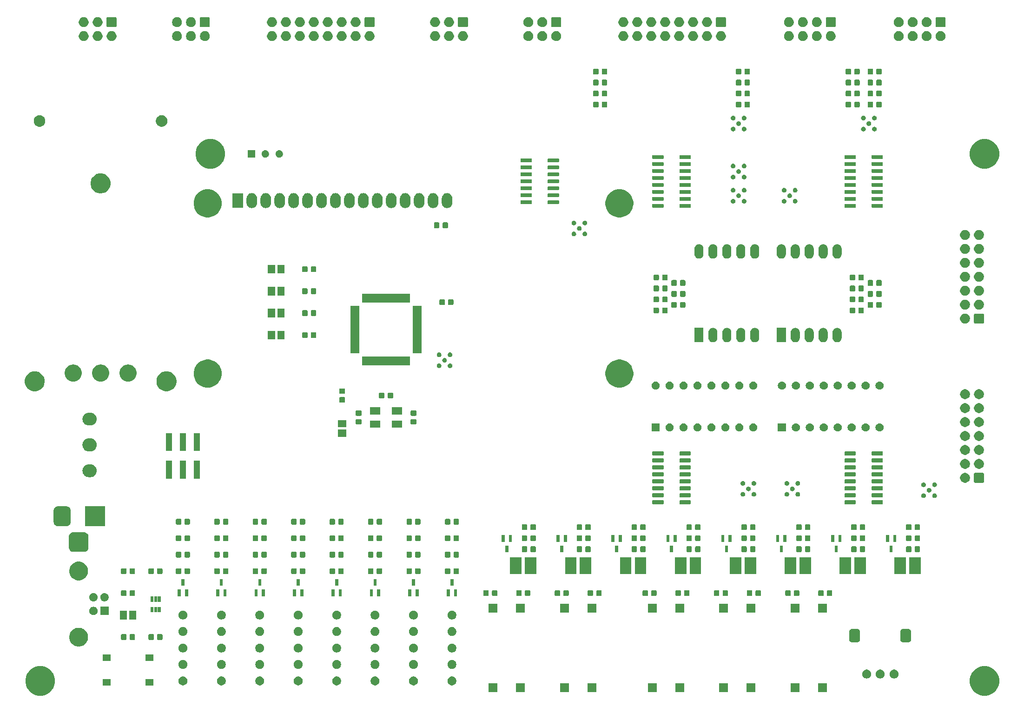
<source format=gts>
G04 #@! TF.GenerationSoftware,KiCad,Pcbnew,(5.1.6)-1*
G04 #@! TF.CreationDate,2021-05-08T07:02:18+07:00*
G04 #@! TF.ProjectId,digitalSystemBoard,64696769-7461-46c5-9379-7374656d426f,rev?*
G04 #@! TF.SameCoordinates,Original*
G04 #@! TF.FileFunction,Soldermask,Top*
G04 #@! TF.FilePolarity,Negative*
%FSLAX46Y46*%
G04 Gerber Fmt 4.6, Leading zero omitted, Abs format (unit mm)*
G04 Created by KiCad (PCBNEW (5.1.6)-1) date 2021-05-08 07:02:18*
%MOMM*%
%LPD*%
G01*
G04 APERTURE LIST*
%ADD10C,0.010000*%
%ADD11C,0.100000*%
G04 APERTURE END LIST*
D10*
G36*
X74123564Y-140600000D02*
G01*
X74575000Y-140600000D01*
X74575000Y-141499179D01*
X74123564Y-141499179D01*
X74123564Y-140600000D01*
G37*
X74123564Y-140600000D02*
X74575000Y-140600000D01*
X74575000Y-141499179D01*
X74123564Y-141499179D01*
X74123564Y-140600000D01*
G36*
X74774963Y-140600000D02*
G01*
X75225000Y-140600000D01*
X75225000Y-141499918D01*
X74774963Y-141499918D01*
X74774963Y-140600000D01*
G37*
X74774963Y-140600000D02*
X75225000Y-140600000D01*
X75225000Y-141499918D01*
X74774963Y-141499918D01*
X74774963Y-140600000D01*
G36*
X75426237Y-140600000D02*
G01*
X75875000Y-140600000D01*
X75875000Y-141498545D01*
X75426237Y-141498545D01*
X75426237Y-140600000D01*
G37*
X75426237Y-140600000D02*
X75875000Y-140600000D01*
X75875000Y-141498545D01*
X75426237Y-141498545D01*
X75426237Y-140600000D01*
G36*
X75425222Y-142500000D02*
G01*
X75875000Y-142500000D01*
X75875000Y-143400730D01*
X75425222Y-143400730D01*
X75425222Y-142500000D01*
G37*
X75425222Y-142500000D02*
X75875000Y-142500000D01*
X75875000Y-143400730D01*
X75425222Y-143400730D01*
X75425222Y-142500000D01*
G36*
X74774800Y-142500000D02*
G01*
X75225000Y-142500000D01*
X75225000Y-143401250D01*
X74774800Y-143401250D01*
X74774800Y-142500000D01*
G37*
X74774800Y-142500000D02*
X75225000Y-142500000D01*
X75225000Y-143401250D01*
X74774800Y-143401250D01*
X74774800Y-142500000D01*
G36*
X74124003Y-142500000D02*
G01*
X74575000Y-142500000D01*
X74575000Y-143401600D01*
X74124003Y-143401600D01*
X74124003Y-142500000D01*
G37*
X74124003Y-142500000D02*
X74575000Y-142500000D01*
X74575000Y-143401600D01*
X74124003Y-143401600D01*
X74124003Y-142500000D01*
D11*
G36*
X226787852Y-153402797D02*
G01*
X227279402Y-153606404D01*
X227279403Y-153606405D01*
X227721787Y-153901996D01*
X228098004Y-154278213D01*
X228248106Y-154502857D01*
X228393596Y-154720598D01*
X228597203Y-155212148D01*
X228701000Y-155733973D01*
X228701000Y-156266027D01*
X228597203Y-156787852D01*
X228393596Y-157279402D01*
X228393595Y-157279403D01*
X228098004Y-157721787D01*
X227721787Y-158098004D01*
X227426195Y-158295512D01*
X227279402Y-158393596D01*
X226787852Y-158597203D01*
X226266027Y-158701000D01*
X225733973Y-158701000D01*
X225212148Y-158597203D01*
X224720598Y-158393596D01*
X224573805Y-158295512D01*
X224278213Y-158098004D01*
X223901996Y-157721787D01*
X223606405Y-157279403D01*
X223606404Y-157279402D01*
X223402797Y-156787852D01*
X223299000Y-156266027D01*
X223299000Y-155733973D01*
X223402797Y-155212148D01*
X223606404Y-154720598D01*
X223751894Y-154502857D01*
X223901996Y-154278213D01*
X224278213Y-153901996D01*
X224720597Y-153606405D01*
X224720598Y-153606404D01*
X225212148Y-153402797D01*
X225733973Y-153299000D01*
X226266027Y-153299000D01*
X226787852Y-153402797D01*
G37*
G36*
X54787852Y-153402797D02*
G01*
X55279402Y-153606404D01*
X55279403Y-153606405D01*
X55721787Y-153901996D01*
X56098004Y-154278213D01*
X56248106Y-154502857D01*
X56393596Y-154720598D01*
X56597203Y-155212148D01*
X56701000Y-155733973D01*
X56701000Y-156266027D01*
X56597203Y-156787852D01*
X56393596Y-157279402D01*
X56393595Y-157279403D01*
X56098004Y-157721787D01*
X55721787Y-158098004D01*
X55426195Y-158295512D01*
X55279402Y-158393596D01*
X54787852Y-158597203D01*
X54266027Y-158701000D01*
X53733973Y-158701000D01*
X53212148Y-158597203D01*
X52720598Y-158393596D01*
X52573805Y-158295512D01*
X52278213Y-158098004D01*
X51901996Y-157721787D01*
X51606405Y-157279403D01*
X51606404Y-157279402D01*
X51402797Y-156787852D01*
X51299000Y-156266027D01*
X51299000Y-155733973D01*
X51402797Y-155212148D01*
X51606404Y-154720598D01*
X51751894Y-154502857D01*
X51901996Y-154278213D01*
X52278213Y-153901996D01*
X52720597Y-153606405D01*
X52720598Y-153606404D01*
X53212148Y-153402797D01*
X53733973Y-153299000D01*
X54266027Y-153299000D01*
X54787852Y-153402797D01*
G37*
G36*
X197301000Y-158051000D02*
G01*
X195699000Y-158051000D01*
X195699000Y-156449000D01*
X197301000Y-156449000D01*
X197301000Y-158051000D01*
G37*
G36*
X179301000Y-158051000D02*
G01*
X177699000Y-158051000D01*
X177699000Y-156449000D01*
X179301000Y-156449000D01*
X179301000Y-158051000D01*
G37*
G36*
X184301000Y-158051000D02*
G01*
X182699000Y-158051000D01*
X182699000Y-156449000D01*
X184301000Y-156449000D01*
X184301000Y-158051000D01*
G37*
G36*
X171301000Y-158051000D02*
G01*
X169699000Y-158051000D01*
X169699000Y-156449000D01*
X171301000Y-156449000D01*
X171301000Y-158051000D01*
G37*
G36*
X166301000Y-158051000D02*
G01*
X164699000Y-158051000D01*
X164699000Y-156449000D01*
X166301000Y-156449000D01*
X166301000Y-158051000D01*
G37*
G36*
X155301000Y-158051000D02*
G01*
X153699000Y-158051000D01*
X153699000Y-156449000D01*
X155301000Y-156449000D01*
X155301000Y-158051000D01*
G37*
G36*
X150301000Y-158051000D02*
G01*
X148699000Y-158051000D01*
X148699000Y-156449000D01*
X150301000Y-156449000D01*
X150301000Y-158051000D01*
G37*
G36*
X142301000Y-158051000D02*
G01*
X140699000Y-158051000D01*
X140699000Y-156449000D01*
X142301000Y-156449000D01*
X142301000Y-158051000D01*
G37*
G36*
X137301000Y-158051000D02*
G01*
X135699000Y-158051000D01*
X135699000Y-156449000D01*
X137301000Y-156449000D01*
X137301000Y-158051000D01*
G37*
G36*
X192301000Y-158051000D02*
G01*
X190699000Y-158051000D01*
X190699000Y-156449000D01*
X192301000Y-156449000D01*
X192301000Y-158051000D01*
G37*
G36*
X66801000Y-156851000D02*
G01*
X65399000Y-156851000D01*
X65399000Y-155649000D01*
X66801000Y-155649000D01*
X66801000Y-156851000D01*
G37*
G36*
X74601000Y-156851000D02*
G01*
X73199000Y-156851000D01*
X73199000Y-155649000D01*
X74601000Y-155649000D01*
X74601000Y-156851000D01*
G37*
G36*
X101237142Y-155218242D02*
G01*
X101385101Y-155279529D01*
X101518255Y-155368499D01*
X101631501Y-155481745D01*
X101720471Y-155614899D01*
X101781758Y-155762858D01*
X101813000Y-155919925D01*
X101813000Y-156080075D01*
X101781758Y-156237142D01*
X101720471Y-156385101D01*
X101631501Y-156518255D01*
X101518255Y-156631501D01*
X101385101Y-156720471D01*
X101237142Y-156781758D01*
X101080075Y-156813000D01*
X100919925Y-156813000D01*
X100762858Y-156781758D01*
X100614899Y-156720471D01*
X100481745Y-156631501D01*
X100368499Y-156518255D01*
X100279529Y-156385101D01*
X100218242Y-156237142D01*
X100187000Y-156080075D01*
X100187000Y-155919925D01*
X100218242Y-155762858D01*
X100279529Y-155614899D01*
X100368499Y-155481745D01*
X100481745Y-155368499D01*
X100614899Y-155279529D01*
X100762858Y-155218242D01*
X100919925Y-155187000D01*
X101080075Y-155187000D01*
X101237142Y-155218242D01*
G37*
G36*
X115237142Y-155218242D02*
G01*
X115385101Y-155279529D01*
X115518255Y-155368499D01*
X115631501Y-155481745D01*
X115720471Y-155614899D01*
X115781758Y-155762858D01*
X115813000Y-155919925D01*
X115813000Y-156080075D01*
X115781758Y-156237142D01*
X115720471Y-156385101D01*
X115631501Y-156518255D01*
X115518255Y-156631501D01*
X115385101Y-156720471D01*
X115237142Y-156781758D01*
X115080075Y-156813000D01*
X114919925Y-156813000D01*
X114762858Y-156781758D01*
X114614899Y-156720471D01*
X114481745Y-156631501D01*
X114368499Y-156518255D01*
X114279529Y-156385101D01*
X114218242Y-156237142D01*
X114187000Y-156080075D01*
X114187000Y-155919925D01*
X114218242Y-155762858D01*
X114279529Y-155614899D01*
X114368499Y-155481745D01*
X114481745Y-155368499D01*
X114614899Y-155279529D01*
X114762858Y-155218242D01*
X114919925Y-155187000D01*
X115080075Y-155187000D01*
X115237142Y-155218242D01*
G37*
G36*
X129237142Y-155218242D02*
G01*
X129385101Y-155279529D01*
X129518255Y-155368499D01*
X129631501Y-155481745D01*
X129720471Y-155614899D01*
X129781758Y-155762858D01*
X129813000Y-155919925D01*
X129813000Y-156080075D01*
X129781758Y-156237142D01*
X129720471Y-156385101D01*
X129631501Y-156518255D01*
X129518255Y-156631501D01*
X129385101Y-156720471D01*
X129237142Y-156781758D01*
X129080075Y-156813000D01*
X128919925Y-156813000D01*
X128762858Y-156781758D01*
X128614899Y-156720471D01*
X128481745Y-156631501D01*
X128368499Y-156518255D01*
X128279529Y-156385101D01*
X128218242Y-156237142D01*
X128187000Y-156080075D01*
X128187000Y-155919925D01*
X128218242Y-155762858D01*
X128279529Y-155614899D01*
X128368499Y-155481745D01*
X128481745Y-155368499D01*
X128614899Y-155279529D01*
X128762858Y-155218242D01*
X128919925Y-155187000D01*
X129080075Y-155187000D01*
X129237142Y-155218242D01*
G37*
G36*
X122237142Y-155218242D02*
G01*
X122385101Y-155279529D01*
X122518255Y-155368499D01*
X122631501Y-155481745D01*
X122720471Y-155614899D01*
X122781758Y-155762858D01*
X122813000Y-155919925D01*
X122813000Y-156080075D01*
X122781758Y-156237142D01*
X122720471Y-156385101D01*
X122631501Y-156518255D01*
X122518255Y-156631501D01*
X122385101Y-156720471D01*
X122237142Y-156781758D01*
X122080075Y-156813000D01*
X121919925Y-156813000D01*
X121762858Y-156781758D01*
X121614899Y-156720471D01*
X121481745Y-156631501D01*
X121368499Y-156518255D01*
X121279529Y-156385101D01*
X121218242Y-156237142D01*
X121187000Y-156080075D01*
X121187000Y-155919925D01*
X121218242Y-155762858D01*
X121279529Y-155614899D01*
X121368499Y-155481745D01*
X121481745Y-155368499D01*
X121614899Y-155279529D01*
X121762858Y-155218242D01*
X121919925Y-155187000D01*
X122080075Y-155187000D01*
X122237142Y-155218242D01*
G37*
G36*
X108237142Y-155218242D02*
G01*
X108385101Y-155279529D01*
X108518255Y-155368499D01*
X108631501Y-155481745D01*
X108720471Y-155614899D01*
X108781758Y-155762858D01*
X108813000Y-155919925D01*
X108813000Y-156080075D01*
X108781758Y-156237142D01*
X108720471Y-156385101D01*
X108631501Y-156518255D01*
X108518255Y-156631501D01*
X108385101Y-156720471D01*
X108237142Y-156781758D01*
X108080075Y-156813000D01*
X107919925Y-156813000D01*
X107762858Y-156781758D01*
X107614899Y-156720471D01*
X107481745Y-156631501D01*
X107368499Y-156518255D01*
X107279529Y-156385101D01*
X107218242Y-156237142D01*
X107187000Y-156080075D01*
X107187000Y-155919925D01*
X107218242Y-155762858D01*
X107279529Y-155614899D01*
X107368499Y-155481745D01*
X107481745Y-155368499D01*
X107614899Y-155279529D01*
X107762858Y-155218242D01*
X107919925Y-155187000D01*
X108080075Y-155187000D01*
X108237142Y-155218242D01*
G37*
G36*
X94237142Y-155218242D02*
G01*
X94385101Y-155279529D01*
X94518255Y-155368499D01*
X94631501Y-155481745D01*
X94720471Y-155614899D01*
X94781758Y-155762858D01*
X94813000Y-155919925D01*
X94813000Y-156080075D01*
X94781758Y-156237142D01*
X94720471Y-156385101D01*
X94631501Y-156518255D01*
X94518255Y-156631501D01*
X94385101Y-156720471D01*
X94237142Y-156781758D01*
X94080075Y-156813000D01*
X93919925Y-156813000D01*
X93762858Y-156781758D01*
X93614899Y-156720471D01*
X93481745Y-156631501D01*
X93368499Y-156518255D01*
X93279529Y-156385101D01*
X93218242Y-156237142D01*
X93187000Y-156080075D01*
X93187000Y-155919925D01*
X93218242Y-155762858D01*
X93279529Y-155614899D01*
X93368499Y-155481745D01*
X93481745Y-155368499D01*
X93614899Y-155279529D01*
X93762858Y-155218242D01*
X93919925Y-155187000D01*
X94080075Y-155187000D01*
X94237142Y-155218242D01*
G37*
G36*
X87237142Y-155218242D02*
G01*
X87385101Y-155279529D01*
X87518255Y-155368499D01*
X87631501Y-155481745D01*
X87720471Y-155614899D01*
X87781758Y-155762858D01*
X87813000Y-155919925D01*
X87813000Y-156080075D01*
X87781758Y-156237142D01*
X87720471Y-156385101D01*
X87631501Y-156518255D01*
X87518255Y-156631501D01*
X87385101Y-156720471D01*
X87237142Y-156781758D01*
X87080075Y-156813000D01*
X86919925Y-156813000D01*
X86762858Y-156781758D01*
X86614899Y-156720471D01*
X86481745Y-156631501D01*
X86368499Y-156518255D01*
X86279529Y-156385101D01*
X86218242Y-156237142D01*
X86187000Y-156080075D01*
X86187000Y-155919925D01*
X86218242Y-155762858D01*
X86279529Y-155614899D01*
X86368499Y-155481745D01*
X86481745Y-155368499D01*
X86614899Y-155279529D01*
X86762858Y-155218242D01*
X86919925Y-155187000D01*
X87080075Y-155187000D01*
X87237142Y-155218242D01*
G37*
G36*
X80237142Y-155218242D02*
G01*
X80385101Y-155279529D01*
X80518255Y-155368499D01*
X80631501Y-155481745D01*
X80720471Y-155614899D01*
X80781758Y-155762858D01*
X80813000Y-155919925D01*
X80813000Y-156080075D01*
X80781758Y-156237142D01*
X80720471Y-156385101D01*
X80631501Y-156518255D01*
X80518255Y-156631501D01*
X80385101Y-156720471D01*
X80237142Y-156781758D01*
X80080075Y-156813000D01*
X79919925Y-156813000D01*
X79762858Y-156781758D01*
X79614899Y-156720471D01*
X79481745Y-156631501D01*
X79368499Y-156518255D01*
X79279529Y-156385101D01*
X79218242Y-156237142D01*
X79187000Y-156080075D01*
X79187000Y-155919925D01*
X79218242Y-155762858D01*
X79279529Y-155614899D01*
X79368499Y-155481745D01*
X79481745Y-155368499D01*
X79614899Y-155279529D01*
X79762858Y-155218242D01*
X79919925Y-155187000D01*
X80080075Y-155187000D01*
X80237142Y-155218242D01*
G37*
G36*
X204777142Y-153958242D02*
G01*
X204925101Y-154019529D01*
X205058255Y-154108499D01*
X205171501Y-154221745D01*
X205260471Y-154354899D01*
X205321758Y-154502858D01*
X205353000Y-154659925D01*
X205353000Y-154820075D01*
X205321758Y-154977142D01*
X205260471Y-155125101D01*
X205171501Y-155258255D01*
X205058255Y-155371501D01*
X204925101Y-155460471D01*
X204777142Y-155521758D01*
X204620075Y-155553000D01*
X204459925Y-155553000D01*
X204302858Y-155521758D01*
X204154899Y-155460471D01*
X204021745Y-155371501D01*
X203908499Y-155258255D01*
X203819529Y-155125101D01*
X203758242Y-154977142D01*
X203727000Y-154820075D01*
X203727000Y-154659925D01*
X203758242Y-154502858D01*
X203819529Y-154354899D01*
X203908499Y-154221745D01*
X204021745Y-154108499D01*
X204154899Y-154019529D01*
X204302858Y-153958242D01*
X204459925Y-153927000D01*
X204620075Y-153927000D01*
X204777142Y-153958242D01*
G37*
G36*
X207237142Y-153958242D02*
G01*
X207385101Y-154019529D01*
X207518255Y-154108499D01*
X207631501Y-154221745D01*
X207720471Y-154354899D01*
X207781758Y-154502858D01*
X207813000Y-154659925D01*
X207813000Y-154820075D01*
X207781758Y-154977142D01*
X207720471Y-155125101D01*
X207631501Y-155258255D01*
X207518255Y-155371501D01*
X207385101Y-155460471D01*
X207237142Y-155521758D01*
X207080075Y-155553000D01*
X206919925Y-155553000D01*
X206762858Y-155521758D01*
X206614899Y-155460471D01*
X206481745Y-155371501D01*
X206368499Y-155258255D01*
X206279529Y-155125101D01*
X206218242Y-154977142D01*
X206187000Y-154820075D01*
X206187000Y-154659925D01*
X206218242Y-154502858D01*
X206279529Y-154354899D01*
X206368499Y-154221745D01*
X206481745Y-154108499D01*
X206614899Y-154019529D01*
X206762858Y-153958242D01*
X206919925Y-153927000D01*
X207080075Y-153927000D01*
X207237142Y-153958242D01*
G37*
G36*
X209777142Y-153958242D02*
G01*
X209925101Y-154019529D01*
X210058255Y-154108499D01*
X210171501Y-154221745D01*
X210260471Y-154354899D01*
X210321758Y-154502858D01*
X210353000Y-154659925D01*
X210353000Y-154820075D01*
X210321758Y-154977142D01*
X210260471Y-155125101D01*
X210171501Y-155258255D01*
X210058255Y-155371501D01*
X209925101Y-155460471D01*
X209777142Y-155521758D01*
X209620075Y-155553000D01*
X209459925Y-155553000D01*
X209302858Y-155521758D01*
X209154899Y-155460471D01*
X209021745Y-155371501D01*
X208908499Y-155258255D01*
X208819529Y-155125101D01*
X208758242Y-154977142D01*
X208727000Y-154820075D01*
X208727000Y-154659925D01*
X208758242Y-154502858D01*
X208819529Y-154354899D01*
X208908499Y-154221745D01*
X209021745Y-154108499D01*
X209154899Y-154019529D01*
X209302858Y-153958242D01*
X209459925Y-153927000D01*
X209620075Y-153927000D01*
X209777142Y-153958242D01*
G37*
G36*
X115237142Y-152218242D02*
G01*
X115385101Y-152279529D01*
X115518255Y-152368499D01*
X115631501Y-152481745D01*
X115720471Y-152614899D01*
X115781758Y-152762858D01*
X115813000Y-152919925D01*
X115813000Y-153080075D01*
X115781758Y-153237142D01*
X115720471Y-153385101D01*
X115631501Y-153518255D01*
X115518255Y-153631501D01*
X115385101Y-153720471D01*
X115237142Y-153781758D01*
X115080075Y-153813000D01*
X114919925Y-153813000D01*
X114762858Y-153781758D01*
X114614899Y-153720471D01*
X114481745Y-153631501D01*
X114368499Y-153518255D01*
X114279529Y-153385101D01*
X114218242Y-153237142D01*
X114187000Y-153080075D01*
X114187000Y-152919925D01*
X114218242Y-152762858D01*
X114279529Y-152614899D01*
X114368499Y-152481745D01*
X114481745Y-152368499D01*
X114614899Y-152279529D01*
X114762858Y-152218242D01*
X114919925Y-152187000D01*
X115080075Y-152187000D01*
X115237142Y-152218242D01*
G37*
G36*
X122237142Y-152218242D02*
G01*
X122385101Y-152279529D01*
X122518255Y-152368499D01*
X122631501Y-152481745D01*
X122720471Y-152614899D01*
X122781758Y-152762858D01*
X122813000Y-152919925D01*
X122813000Y-153080075D01*
X122781758Y-153237142D01*
X122720471Y-153385101D01*
X122631501Y-153518255D01*
X122518255Y-153631501D01*
X122385101Y-153720471D01*
X122237142Y-153781758D01*
X122080075Y-153813000D01*
X121919925Y-153813000D01*
X121762858Y-153781758D01*
X121614899Y-153720471D01*
X121481745Y-153631501D01*
X121368499Y-153518255D01*
X121279529Y-153385101D01*
X121218242Y-153237142D01*
X121187000Y-153080075D01*
X121187000Y-152919925D01*
X121218242Y-152762858D01*
X121279529Y-152614899D01*
X121368499Y-152481745D01*
X121481745Y-152368499D01*
X121614899Y-152279529D01*
X121762858Y-152218242D01*
X121919925Y-152187000D01*
X122080075Y-152187000D01*
X122237142Y-152218242D01*
G37*
G36*
X129237142Y-152218242D02*
G01*
X129385101Y-152279529D01*
X129518255Y-152368499D01*
X129631501Y-152481745D01*
X129720471Y-152614899D01*
X129781758Y-152762858D01*
X129813000Y-152919925D01*
X129813000Y-153080075D01*
X129781758Y-153237142D01*
X129720471Y-153385101D01*
X129631501Y-153518255D01*
X129518255Y-153631501D01*
X129385101Y-153720471D01*
X129237142Y-153781758D01*
X129080075Y-153813000D01*
X128919925Y-153813000D01*
X128762858Y-153781758D01*
X128614899Y-153720471D01*
X128481745Y-153631501D01*
X128368499Y-153518255D01*
X128279529Y-153385101D01*
X128218242Y-153237142D01*
X128187000Y-153080075D01*
X128187000Y-152919925D01*
X128218242Y-152762858D01*
X128279529Y-152614899D01*
X128368499Y-152481745D01*
X128481745Y-152368499D01*
X128614899Y-152279529D01*
X128762858Y-152218242D01*
X128919925Y-152187000D01*
X129080075Y-152187000D01*
X129237142Y-152218242D01*
G37*
G36*
X108237142Y-152218242D02*
G01*
X108385101Y-152279529D01*
X108518255Y-152368499D01*
X108631501Y-152481745D01*
X108720471Y-152614899D01*
X108781758Y-152762858D01*
X108813000Y-152919925D01*
X108813000Y-153080075D01*
X108781758Y-153237142D01*
X108720471Y-153385101D01*
X108631501Y-153518255D01*
X108518255Y-153631501D01*
X108385101Y-153720471D01*
X108237142Y-153781758D01*
X108080075Y-153813000D01*
X107919925Y-153813000D01*
X107762858Y-153781758D01*
X107614899Y-153720471D01*
X107481745Y-153631501D01*
X107368499Y-153518255D01*
X107279529Y-153385101D01*
X107218242Y-153237142D01*
X107187000Y-153080075D01*
X107187000Y-152919925D01*
X107218242Y-152762858D01*
X107279529Y-152614899D01*
X107368499Y-152481745D01*
X107481745Y-152368499D01*
X107614899Y-152279529D01*
X107762858Y-152218242D01*
X107919925Y-152187000D01*
X108080075Y-152187000D01*
X108237142Y-152218242D01*
G37*
G36*
X101237142Y-152218242D02*
G01*
X101385101Y-152279529D01*
X101518255Y-152368499D01*
X101631501Y-152481745D01*
X101720471Y-152614899D01*
X101781758Y-152762858D01*
X101813000Y-152919925D01*
X101813000Y-153080075D01*
X101781758Y-153237142D01*
X101720471Y-153385101D01*
X101631501Y-153518255D01*
X101518255Y-153631501D01*
X101385101Y-153720471D01*
X101237142Y-153781758D01*
X101080075Y-153813000D01*
X100919925Y-153813000D01*
X100762858Y-153781758D01*
X100614899Y-153720471D01*
X100481745Y-153631501D01*
X100368499Y-153518255D01*
X100279529Y-153385101D01*
X100218242Y-153237142D01*
X100187000Y-153080075D01*
X100187000Y-152919925D01*
X100218242Y-152762858D01*
X100279529Y-152614899D01*
X100368499Y-152481745D01*
X100481745Y-152368499D01*
X100614899Y-152279529D01*
X100762858Y-152218242D01*
X100919925Y-152187000D01*
X101080075Y-152187000D01*
X101237142Y-152218242D01*
G37*
G36*
X94237142Y-152218242D02*
G01*
X94385101Y-152279529D01*
X94518255Y-152368499D01*
X94631501Y-152481745D01*
X94720471Y-152614899D01*
X94781758Y-152762858D01*
X94813000Y-152919925D01*
X94813000Y-153080075D01*
X94781758Y-153237142D01*
X94720471Y-153385101D01*
X94631501Y-153518255D01*
X94518255Y-153631501D01*
X94385101Y-153720471D01*
X94237142Y-153781758D01*
X94080075Y-153813000D01*
X93919925Y-153813000D01*
X93762858Y-153781758D01*
X93614899Y-153720471D01*
X93481745Y-153631501D01*
X93368499Y-153518255D01*
X93279529Y-153385101D01*
X93218242Y-153237142D01*
X93187000Y-153080075D01*
X93187000Y-152919925D01*
X93218242Y-152762858D01*
X93279529Y-152614899D01*
X93368499Y-152481745D01*
X93481745Y-152368499D01*
X93614899Y-152279529D01*
X93762858Y-152218242D01*
X93919925Y-152187000D01*
X94080075Y-152187000D01*
X94237142Y-152218242D01*
G37*
G36*
X87237142Y-152218242D02*
G01*
X87385101Y-152279529D01*
X87518255Y-152368499D01*
X87631501Y-152481745D01*
X87720471Y-152614899D01*
X87781758Y-152762858D01*
X87813000Y-152919925D01*
X87813000Y-153080075D01*
X87781758Y-153237142D01*
X87720471Y-153385101D01*
X87631501Y-153518255D01*
X87518255Y-153631501D01*
X87385101Y-153720471D01*
X87237142Y-153781758D01*
X87080075Y-153813000D01*
X86919925Y-153813000D01*
X86762858Y-153781758D01*
X86614899Y-153720471D01*
X86481745Y-153631501D01*
X86368499Y-153518255D01*
X86279529Y-153385101D01*
X86218242Y-153237142D01*
X86187000Y-153080075D01*
X86187000Y-152919925D01*
X86218242Y-152762858D01*
X86279529Y-152614899D01*
X86368499Y-152481745D01*
X86481745Y-152368499D01*
X86614899Y-152279529D01*
X86762858Y-152218242D01*
X86919925Y-152187000D01*
X87080075Y-152187000D01*
X87237142Y-152218242D01*
G37*
G36*
X80237142Y-152218242D02*
G01*
X80385101Y-152279529D01*
X80518255Y-152368499D01*
X80631501Y-152481745D01*
X80720471Y-152614899D01*
X80781758Y-152762858D01*
X80813000Y-152919925D01*
X80813000Y-153080075D01*
X80781758Y-153237142D01*
X80720471Y-153385101D01*
X80631501Y-153518255D01*
X80518255Y-153631501D01*
X80385101Y-153720471D01*
X80237142Y-153781758D01*
X80080075Y-153813000D01*
X79919925Y-153813000D01*
X79762858Y-153781758D01*
X79614899Y-153720471D01*
X79481745Y-153631501D01*
X79368499Y-153518255D01*
X79279529Y-153385101D01*
X79218242Y-153237142D01*
X79187000Y-153080075D01*
X79187000Y-152919925D01*
X79218242Y-152762858D01*
X79279529Y-152614899D01*
X79368499Y-152481745D01*
X79481745Y-152368499D01*
X79614899Y-152279529D01*
X79762858Y-152218242D01*
X79919925Y-152187000D01*
X80080075Y-152187000D01*
X80237142Y-152218242D01*
G37*
G36*
X66801000Y-152351000D02*
G01*
X65399000Y-152351000D01*
X65399000Y-151149000D01*
X66801000Y-151149000D01*
X66801000Y-152351000D01*
G37*
G36*
X74601000Y-152351000D02*
G01*
X73199000Y-152351000D01*
X73199000Y-151149000D01*
X74601000Y-151149000D01*
X74601000Y-152351000D01*
G37*
G36*
X94237142Y-149218242D02*
G01*
X94385101Y-149279529D01*
X94518255Y-149368499D01*
X94631501Y-149481745D01*
X94720471Y-149614899D01*
X94781758Y-149762858D01*
X94813000Y-149919925D01*
X94813000Y-150080075D01*
X94781758Y-150237142D01*
X94720471Y-150385101D01*
X94631501Y-150518255D01*
X94518255Y-150631501D01*
X94385101Y-150720471D01*
X94237142Y-150781758D01*
X94080075Y-150813000D01*
X93919925Y-150813000D01*
X93762858Y-150781758D01*
X93614899Y-150720471D01*
X93481745Y-150631501D01*
X93368499Y-150518255D01*
X93279529Y-150385101D01*
X93218242Y-150237142D01*
X93187000Y-150080075D01*
X93187000Y-149919925D01*
X93218242Y-149762858D01*
X93279529Y-149614899D01*
X93368499Y-149481745D01*
X93481745Y-149368499D01*
X93614899Y-149279529D01*
X93762858Y-149218242D01*
X93919925Y-149187000D01*
X94080075Y-149187000D01*
X94237142Y-149218242D01*
G37*
G36*
X108237142Y-149218242D02*
G01*
X108385101Y-149279529D01*
X108518255Y-149368499D01*
X108631501Y-149481745D01*
X108720471Y-149614899D01*
X108781758Y-149762858D01*
X108813000Y-149919925D01*
X108813000Y-150080075D01*
X108781758Y-150237142D01*
X108720471Y-150385101D01*
X108631501Y-150518255D01*
X108518255Y-150631501D01*
X108385101Y-150720471D01*
X108237142Y-150781758D01*
X108080075Y-150813000D01*
X107919925Y-150813000D01*
X107762858Y-150781758D01*
X107614899Y-150720471D01*
X107481745Y-150631501D01*
X107368499Y-150518255D01*
X107279529Y-150385101D01*
X107218242Y-150237142D01*
X107187000Y-150080075D01*
X107187000Y-149919925D01*
X107218242Y-149762858D01*
X107279529Y-149614899D01*
X107368499Y-149481745D01*
X107481745Y-149368499D01*
X107614899Y-149279529D01*
X107762858Y-149218242D01*
X107919925Y-149187000D01*
X108080075Y-149187000D01*
X108237142Y-149218242D01*
G37*
G36*
X122237142Y-149218242D02*
G01*
X122385101Y-149279529D01*
X122518255Y-149368499D01*
X122631501Y-149481745D01*
X122720471Y-149614899D01*
X122781758Y-149762858D01*
X122813000Y-149919925D01*
X122813000Y-150080075D01*
X122781758Y-150237142D01*
X122720471Y-150385101D01*
X122631501Y-150518255D01*
X122518255Y-150631501D01*
X122385101Y-150720471D01*
X122237142Y-150781758D01*
X122080075Y-150813000D01*
X121919925Y-150813000D01*
X121762858Y-150781758D01*
X121614899Y-150720471D01*
X121481745Y-150631501D01*
X121368499Y-150518255D01*
X121279529Y-150385101D01*
X121218242Y-150237142D01*
X121187000Y-150080075D01*
X121187000Y-149919925D01*
X121218242Y-149762858D01*
X121279529Y-149614899D01*
X121368499Y-149481745D01*
X121481745Y-149368499D01*
X121614899Y-149279529D01*
X121762858Y-149218242D01*
X121919925Y-149187000D01*
X122080075Y-149187000D01*
X122237142Y-149218242D01*
G37*
G36*
X101237142Y-149218242D02*
G01*
X101385101Y-149279529D01*
X101518255Y-149368499D01*
X101631501Y-149481745D01*
X101720471Y-149614899D01*
X101781758Y-149762858D01*
X101813000Y-149919925D01*
X101813000Y-150080075D01*
X101781758Y-150237142D01*
X101720471Y-150385101D01*
X101631501Y-150518255D01*
X101518255Y-150631501D01*
X101385101Y-150720471D01*
X101237142Y-150781758D01*
X101080075Y-150813000D01*
X100919925Y-150813000D01*
X100762858Y-150781758D01*
X100614899Y-150720471D01*
X100481745Y-150631501D01*
X100368499Y-150518255D01*
X100279529Y-150385101D01*
X100218242Y-150237142D01*
X100187000Y-150080075D01*
X100187000Y-149919925D01*
X100218242Y-149762858D01*
X100279529Y-149614899D01*
X100368499Y-149481745D01*
X100481745Y-149368499D01*
X100614899Y-149279529D01*
X100762858Y-149218242D01*
X100919925Y-149187000D01*
X101080075Y-149187000D01*
X101237142Y-149218242D01*
G37*
G36*
X115237142Y-149218242D02*
G01*
X115385101Y-149279529D01*
X115518255Y-149368499D01*
X115631501Y-149481745D01*
X115720471Y-149614899D01*
X115781758Y-149762858D01*
X115813000Y-149919925D01*
X115813000Y-150080075D01*
X115781758Y-150237142D01*
X115720471Y-150385101D01*
X115631501Y-150518255D01*
X115518255Y-150631501D01*
X115385101Y-150720471D01*
X115237142Y-150781758D01*
X115080075Y-150813000D01*
X114919925Y-150813000D01*
X114762858Y-150781758D01*
X114614899Y-150720471D01*
X114481745Y-150631501D01*
X114368499Y-150518255D01*
X114279529Y-150385101D01*
X114218242Y-150237142D01*
X114187000Y-150080075D01*
X114187000Y-149919925D01*
X114218242Y-149762858D01*
X114279529Y-149614899D01*
X114368499Y-149481745D01*
X114481745Y-149368499D01*
X114614899Y-149279529D01*
X114762858Y-149218242D01*
X114919925Y-149187000D01*
X115080075Y-149187000D01*
X115237142Y-149218242D01*
G37*
G36*
X80237142Y-149218242D02*
G01*
X80385101Y-149279529D01*
X80518255Y-149368499D01*
X80631501Y-149481745D01*
X80720471Y-149614899D01*
X80781758Y-149762858D01*
X80813000Y-149919925D01*
X80813000Y-150080075D01*
X80781758Y-150237142D01*
X80720471Y-150385101D01*
X80631501Y-150518255D01*
X80518255Y-150631501D01*
X80385101Y-150720471D01*
X80237142Y-150781758D01*
X80080075Y-150813000D01*
X79919925Y-150813000D01*
X79762858Y-150781758D01*
X79614899Y-150720471D01*
X79481745Y-150631501D01*
X79368499Y-150518255D01*
X79279529Y-150385101D01*
X79218242Y-150237142D01*
X79187000Y-150080075D01*
X79187000Y-149919925D01*
X79218242Y-149762858D01*
X79279529Y-149614899D01*
X79368499Y-149481745D01*
X79481745Y-149368499D01*
X79614899Y-149279529D01*
X79762858Y-149218242D01*
X79919925Y-149187000D01*
X80080075Y-149187000D01*
X80237142Y-149218242D01*
G37*
G36*
X87237142Y-149218242D02*
G01*
X87385101Y-149279529D01*
X87518255Y-149368499D01*
X87631501Y-149481745D01*
X87720471Y-149614899D01*
X87781758Y-149762858D01*
X87813000Y-149919925D01*
X87813000Y-150080075D01*
X87781758Y-150237142D01*
X87720471Y-150385101D01*
X87631501Y-150518255D01*
X87518255Y-150631501D01*
X87385101Y-150720471D01*
X87237142Y-150781758D01*
X87080075Y-150813000D01*
X86919925Y-150813000D01*
X86762858Y-150781758D01*
X86614899Y-150720471D01*
X86481745Y-150631501D01*
X86368499Y-150518255D01*
X86279529Y-150385101D01*
X86218242Y-150237142D01*
X86187000Y-150080075D01*
X86187000Y-149919925D01*
X86218242Y-149762858D01*
X86279529Y-149614899D01*
X86368499Y-149481745D01*
X86481745Y-149368499D01*
X86614899Y-149279529D01*
X86762858Y-149218242D01*
X86919925Y-149187000D01*
X87080075Y-149187000D01*
X87237142Y-149218242D01*
G37*
G36*
X129237142Y-149218242D02*
G01*
X129385101Y-149279529D01*
X129518255Y-149368499D01*
X129631501Y-149481745D01*
X129720471Y-149614899D01*
X129781758Y-149762858D01*
X129813000Y-149919925D01*
X129813000Y-150080075D01*
X129781758Y-150237142D01*
X129720471Y-150385101D01*
X129631501Y-150518255D01*
X129518255Y-150631501D01*
X129385101Y-150720471D01*
X129237142Y-150781758D01*
X129080075Y-150813000D01*
X128919925Y-150813000D01*
X128762858Y-150781758D01*
X128614899Y-150720471D01*
X128481745Y-150631501D01*
X128368499Y-150518255D01*
X128279529Y-150385101D01*
X128218242Y-150237142D01*
X128187000Y-150080075D01*
X128187000Y-149919925D01*
X128218242Y-149762858D01*
X128279529Y-149614899D01*
X128368499Y-149481745D01*
X128481745Y-149368499D01*
X128614899Y-149279529D01*
X128762858Y-149218242D01*
X128919925Y-149187000D01*
X129080075Y-149187000D01*
X129237142Y-149218242D01*
G37*
G36*
X61498496Y-146376675D02*
G01*
X61752156Y-146481745D01*
X61809515Y-146505504D01*
X62089424Y-146692533D01*
X62327467Y-146930576D01*
X62514496Y-147210485D01*
X62514497Y-147210487D01*
X62643325Y-147521504D01*
X62709000Y-147851677D01*
X62709000Y-148188323D01*
X62643325Y-148518496D01*
X62518600Y-148819608D01*
X62514496Y-148829515D01*
X62327467Y-149109424D01*
X62089424Y-149347467D01*
X61809515Y-149534496D01*
X61809514Y-149534497D01*
X61809513Y-149534497D01*
X61498496Y-149663325D01*
X61168323Y-149729000D01*
X60831677Y-149729000D01*
X60501504Y-149663325D01*
X60190487Y-149534497D01*
X60190486Y-149534497D01*
X60190485Y-149534496D01*
X59910576Y-149347467D01*
X59672533Y-149109424D01*
X59485504Y-148829515D01*
X59481400Y-148819608D01*
X59356675Y-148518496D01*
X59291000Y-148188323D01*
X59291000Y-147851677D01*
X59356675Y-147521504D01*
X59485503Y-147210487D01*
X59485504Y-147210485D01*
X59672533Y-146930576D01*
X59910576Y-146692533D01*
X60190485Y-146505504D01*
X60247844Y-146481745D01*
X60501504Y-146376675D01*
X60831677Y-146311000D01*
X61168323Y-146311000D01*
X61498496Y-146376675D01*
G37*
G36*
X212268455Y-146547528D02*
G01*
X212345812Y-146570995D01*
X212417117Y-146609108D01*
X212479608Y-146660392D01*
X212530892Y-146722883D01*
X212569005Y-146794188D01*
X212592472Y-146871545D01*
X212601000Y-146958140D01*
X212601000Y-148521860D01*
X212592472Y-148608455D01*
X212569005Y-148685812D01*
X212530892Y-148757117D01*
X212479608Y-148819608D01*
X212417117Y-148870892D01*
X212345812Y-148909005D01*
X212268455Y-148932472D01*
X212181860Y-148941000D01*
X211118140Y-148941000D01*
X211031545Y-148932472D01*
X210954188Y-148909005D01*
X210882883Y-148870892D01*
X210820392Y-148819608D01*
X210769108Y-148757117D01*
X210730995Y-148685812D01*
X210707528Y-148608455D01*
X210699000Y-148521860D01*
X210699000Y-146958140D01*
X210707528Y-146871545D01*
X210730995Y-146794188D01*
X210769108Y-146722883D01*
X210820392Y-146660392D01*
X210882883Y-146609108D01*
X210954188Y-146570995D01*
X211031545Y-146547528D01*
X211118140Y-146539000D01*
X212181860Y-146539000D01*
X212268455Y-146547528D01*
G37*
G36*
X202968455Y-146547528D02*
G01*
X203045812Y-146570995D01*
X203117117Y-146609108D01*
X203179608Y-146660392D01*
X203230892Y-146722883D01*
X203269005Y-146794188D01*
X203292472Y-146871545D01*
X203301000Y-146958140D01*
X203301000Y-148521860D01*
X203292472Y-148608455D01*
X203269005Y-148685812D01*
X203230892Y-148757117D01*
X203179608Y-148819608D01*
X203117117Y-148870892D01*
X203045812Y-148909005D01*
X202968455Y-148932472D01*
X202881860Y-148941000D01*
X201818140Y-148941000D01*
X201731545Y-148932472D01*
X201654188Y-148909005D01*
X201582883Y-148870892D01*
X201520392Y-148819608D01*
X201469108Y-148757117D01*
X201430995Y-148685812D01*
X201407528Y-148608455D01*
X201399000Y-148521860D01*
X201399000Y-146958140D01*
X201407528Y-146871545D01*
X201430995Y-146794188D01*
X201469108Y-146722883D01*
X201520392Y-146660392D01*
X201582883Y-146609108D01*
X201654188Y-146570995D01*
X201731545Y-146547528D01*
X201818140Y-146539000D01*
X202881860Y-146539000D01*
X202968455Y-146547528D01*
G37*
G36*
X76129591Y-147478085D02*
G01*
X76163569Y-147488393D01*
X76194890Y-147505134D01*
X76222339Y-147527661D01*
X76244866Y-147555110D01*
X76261607Y-147586431D01*
X76271915Y-147620409D01*
X76276000Y-147661890D01*
X76276000Y-148338110D01*
X76271915Y-148379591D01*
X76261607Y-148413569D01*
X76244866Y-148444890D01*
X76222339Y-148472339D01*
X76194890Y-148494866D01*
X76163569Y-148511607D01*
X76129591Y-148521915D01*
X76088110Y-148526000D01*
X75486890Y-148526000D01*
X75445409Y-148521915D01*
X75411431Y-148511607D01*
X75380110Y-148494866D01*
X75352661Y-148472339D01*
X75330134Y-148444890D01*
X75313393Y-148413569D01*
X75303085Y-148379591D01*
X75299000Y-148338110D01*
X75299000Y-147661890D01*
X75303085Y-147620409D01*
X75313393Y-147586431D01*
X75330134Y-147555110D01*
X75352661Y-147527661D01*
X75380110Y-147505134D01*
X75411431Y-147488393D01*
X75445409Y-147478085D01*
X75486890Y-147474000D01*
X76088110Y-147474000D01*
X76129591Y-147478085D01*
G37*
G36*
X74554591Y-147478085D02*
G01*
X74588569Y-147488393D01*
X74619890Y-147505134D01*
X74647339Y-147527661D01*
X74669866Y-147555110D01*
X74686607Y-147586431D01*
X74696915Y-147620409D01*
X74701000Y-147661890D01*
X74701000Y-148338110D01*
X74696915Y-148379591D01*
X74686607Y-148413569D01*
X74669866Y-148444890D01*
X74647339Y-148472339D01*
X74619890Y-148494866D01*
X74588569Y-148511607D01*
X74554591Y-148521915D01*
X74513110Y-148526000D01*
X73911890Y-148526000D01*
X73870409Y-148521915D01*
X73836431Y-148511607D01*
X73805110Y-148494866D01*
X73777661Y-148472339D01*
X73755134Y-148444890D01*
X73738393Y-148413569D01*
X73728085Y-148379591D01*
X73724000Y-148338110D01*
X73724000Y-147661890D01*
X73728085Y-147620409D01*
X73738393Y-147586431D01*
X73755134Y-147555110D01*
X73777661Y-147527661D01*
X73805110Y-147505134D01*
X73836431Y-147488393D01*
X73870409Y-147478085D01*
X73911890Y-147474000D01*
X74513110Y-147474000D01*
X74554591Y-147478085D01*
G37*
G36*
X69554591Y-147478085D02*
G01*
X69588569Y-147488393D01*
X69619890Y-147505134D01*
X69647339Y-147527661D01*
X69669866Y-147555110D01*
X69686607Y-147586431D01*
X69696915Y-147620409D01*
X69701000Y-147661890D01*
X69701000Y-148338110D01*
X69696915Y-148379591D01*
X69686607Y-148413569D01*
X69669866Y-148444890D01*
X69647339Y-148472339D01*
X69619890Y-148494866D01*
X69588569Y-148511607D01*
X69554591Y-148521915D01*
X69513110Y-148526000D01*
X68911890Y-148526000D01*
X68870409Y-148521915D01*
X68836431Y-148511607D01*
X68805110Y-148494866D01*
X68777661Y-148472339D01*
X68755134Y-148444890D01*
X68738393Y-148413569D01*
X68728085Y-148379591D01*
X68724000Y-148338110D01*
X68724000Y-147661890D01*
X68728085Y-147620409D01*
X68738393Y-147586431D01*
X68755134Y-147555110D01*
X68777661Y-147527661D01*
X68805110Y-147505134D01*
X68836431Y-147488393D01*
X68870409Y-147478085D01*
X68911890Y-147474000D01*
X69513110Y-147474000D01*
X69554591Y-147478085D01*
G37*
G36*
X71129591Y-147478085D02*
G01*
X71163569Y-147488393D01*
X71194890Y-147505134D01*
X71222339Y-147527661D01*
X71244866Y-147555110D01*
X71261607Y-147586431D01*
X71271915Y-147620409D01*
X71276000Y-147661890D01*
X71276000Y-148338110D01*
X71271915Y-148379591D01*
X71261607Y-148413569D01*
X71244866Y-148444890D01*
X71222339Y-148472339D01*
X71194890Y-148494866D01*
X71163569Y-148511607D01*
X71129591Y-148521915D01*
X71088110Y-148526000D01*
X70486890Y-148526000D01*
X70445409Y-148521915D01*
X70411431Y-148511607D01*
X70380110Y-148494866D01*
X70352661Y-148472339D01*
X70330134Y-148444890D01*
X70313393Y-148413569D01*
X70303085Y-148379591D01*
X70299000Y-148338110D01*
X70299000Y-147661890D01*
X70303085Y-147620409D01*
X70313393Y-147586431D01*
X70330134Y-147555110D01*
X70352661Y-147527661D01*
X70380110Y-147505134D01*
X70411431Y-147488393D01*
X70445409Y-147478085D01*
X70486890Y-147474000D01*
X71088110Y-147474000D01*
X71129591Y-147478085D01*
G37*
G36*
X101237142Y-146218242D02*
G01*
X101385101Y-146279529D01*
X101518255Y-146368499D01*
X101631501Y-146481745D01*
X101720471Y-146614899D01*
X101781758Y-146762858D01*
X101813000Y-146919925D01*
X101813000Y-147080075D01*
X101781758Y-147237142D01*
X101720471Y-147385101D01*
X101631501Y-147518255D01*
X101518255Y-147631501D01*
X101385101Y-147720471D01*
X101237142Y-147781758D01*
X101080075Y-147813000D01*
X100919925Y-147813000D01*
X100762858Y-147781758D01*
X100614899Y-147720471D01*
X100481745Y-147631501D01*
X100368499Y-147518255D01*
X100279529Y-147385101D01*
X100218242Y-147237142D01*
X100187000Y-147080075D01*
X100187000Y-146919925D01*
X100218242Y-146762858D01*
X100279529Y-146614899D01*
X100368499Y-146481745D01*
X100481745Y-146368499D01*
X100614899Y-146279529D01*
X100762858Y-146218242D01*
X100919925Y-146187000D01*
X101080075Y-146187000D01*
X101237142Y-146218242D01*
G37*
G36*
X94237142Y-146218242D02*
G01*
X94385101Y-146279529D01*
X94518255Y-146368499D01*
X94631501Y-146481745D01*
X94720471Y-146614899D01*
X94781758Y-146762858D01*
X94813000Y-146919925D01*
X94813000Y-147080075D01*
X94781758Y-147237142D01*
X94720471Y-147385101D01*
X94631501Y-147518255D01*
X94518255Y-147631501D01*
X94385101Y-147720471D01*
X94237142Y-147781758D01*
X94080075Y-147813000D01*
X93919925Y-147813000D01*
X93762858Y-147781758D01*
X93614899Y-147720471D01*
X93481745Y-147631501D01*
X93368499Y-147518255D01*
X93279529Y-147385101D01*
X93218242Y-147237142D01*
X93187000Y-147080075D01*
X93187000Y-146919925D01*
X93218242Y-146762858D01*
X93279529Y-146614899D01*
X93368499Y-146481745D01*
X93481745Y-146368499D01*
X93614899Y-146279529D01*
X93762858Y-146218242D01*
X93919925Y-146187000D01*
X94080075Y-146187000D01*
X94237142Y-146218242D01*
G37*
G36*
X87237142Y-146218242D02*
G01*
X87385101Y-146279529D01*
X87518255Y-146368499D01*
X87631501Y-146481745D01*
X87720471Y-146614899D01*
X87781758Y-146762858D01*
X87813000Y-146919925D01*
X87813000Y-147080075D01*
X87781758Y-147237142D01*
X87720471Y-147385101D01*
X87631501Y-147518255D01*
X87518255Y-147631501D01*
X87385101Y-147720471D01*
X87237142Y-147781758D01*
X87080075Y-147813000D01*
X86919925Y-147813000D01*
X86762858Y-147781758D01*
X86614899Y-147720471D01*
X86481745Y-147631501D01*
X86368499Y-147518255D01*
X86279529Y-147385101D01*
X86218242Y-147237142D01*
X86187000Y-147080075D01*
X86187000Y-146919925D01*
X86218242Y-146762858D01*
X86279529Y-146614899D01*
X86368499Y-146481745D01*
X86481745Y-146368499D01*
X86614899Y-146279529D01*
X86762858Y-146218242D01*
X86919925Y-146187000D01*
X87080075Y-146187000D01*
X87237142Y-146218242D01*
G37*
G36*
X115237142Y-146218242D02*
G01*
X115385101Y-146279529D01*
X115518255Y-146368499D01*
X115631501Y-146481745D01*
X115720471Y-146614899D01*
X115781758Y-146762858D01*
X115813000Y-146919925D01*
X115813000Y-147080075D01*
X115781758Y-147237142D01*
X115720471Y-147385101D01*
X115631501Y-147518255D01*
X115518255Y-147631501D01*
X115385101Y-147720471D01*
X115237142Y-147781758D01*
X115080075Y-147813000D01*
X114919925Y-147813000D01*
X114762858Y-147781758D01*
X114614899Y-147720471D01*
X114481745Y-147631501D01*
X114368499Y-147518255D01*
X114279529Y-147385101D01*
X114218242Y-147237142D01*
X114187000Y-147080075D01*
X114187000Y-146919925D01*
X114218242Y-146762858D01*
X114279529Y-146614899D01*
X114368499Y-146481745D01*
X114481745Y-146368499D01*
X114614899Y-146279529D01*
X114762858Y-146218242D01*
X114919925Y-146187000D01*
X115080075Y-146187000D01*
X115237142Y-146218242D01*
G37*
G36*
X108237142Y-146218242D02*
G01*
X108385101Y-146279529D01*
X108518255Y-146368499D01*
X108631501Y-146481745D01*
X108720471Y-146614899D01*
X108781758Y-146762858D01*
X108813000Y-146919925D01*
X108813000Y-147080075D01*
X108781758Y-147237142D01*
X108720471Y-147385101D01*
X108631501Y-147518255D01*
X108518255Y-147631501D01*
X108385101Y-147720471D01*
X108237142Y-147781758D01*
X108080075Y-147813000D01*
X107919925Y-147813000D01*
X107762858Y-147781758D01*
X107614899Y-147720471D01*
X107481745Y-147631501D01*
X107368499Y-147518255D01*
X107279529Y-147385101D01*
X107218242Y-147237142D01*
X107187000Y-147080075D01*
X107187000Y-146919925D01*
X107218242Y-146762858D01*
X107279529Y-146614899D01*
X107368499Y-146481745D01*
X107481745Y-146368499D01*
X107614899Y-146279529D01*
X107762858Y-146218242D01*
X107919925Y-146187000D01*
X108080075Y-146187000D01*
X108237142Y-146218242D01*
G37*
G36*
X122237142Y-146218242D02*
G01*
X122385101Y-146279529D01*
X122518255Y-146368499D01*
X122631501Y-146481745D01*
X122720471Y-146614899D01*
X122781758Y-146762858D01*
X122813000Y-146919925D01*
X122813000Y-147080075D01*
X122781758Y-147237142D01*
X122720471Y-147385101D01*
X122631501Y-147518255D01*
X122518255Y-147631501D01*
X122385101Y-147720471D01*
X122237142Y-147781758D01*
X122080075Y-147813000D01*
X121919925Y-147813000D01*
X121762858Y-147781758D01*
X121614899Y-147720471D01*
X121481745Y-147631501D01*
X121368499Y-147518255D01*
X121279529Y-147385101D01*
X121218242Y-147237142D01*
X121187000Y-147080075D01*
X121187000Y-146919925D01*
X121218242Y-146762858D01*
X121279529Y-146614899D01*
X121368499Y-146481745D01*
X121481745Y-146368499D01*
X121614899Y-146279529D01*
X121762858Y-146218242D01*
X121919925Y-146187000D01*
X122080075Y-146187000D01*
X122237142Y-146218242D01*
G37*
G36*
X129237142Y-146218242D02*
G01*
X129385101Y-146279529D01*
X129518255Y-146368499D01*
X129631501Y-146481745D01*
X129720471Y-146614899D01*
X129781758Y-146762858D01*
X129813000Y-146919925D01*
X129813000Y-147080075D01*
X129781758Y-147237142D01*
X129720471Y-147385101D01*
X129631501Y-147518255D01*
X129518255Y-147631501D01*
X129385101Y-147720471D01*
X129237142Y-147781758D01*
X129080075Y-147813000D01*
X128919925Y-147813000D01*
X128762858Y-147781758D01*
X128614899Y-147720471D01*
X128481745Y-147631501D01*
X128368499Y-147518255D01*
X128279529Y-147385101D01*
X128218242Y-147237142D01*
X128187000Y-147080075D01*
X128187000Y-146919925D01*
X128218242Y-146762858D01*
X128279529Y-146614899D01*
X128368499Y-146481745D01*
X128481745Y-146368499D01*
X128614899Y-146279529D01*
X128762858Y-146218242D01*
X128919925Y-146187000D01*
X129080075Y-146187000D01*
X129237142Y-146218242D01*
G37*
G36*
X80237142Y-146218242D02*
G01*
X80385101Y-146279529D01*
X80518255Y-146368499D01*
X80631501Y-146481745D01*
X80720471Y-146614899D01*
X80781758Y-146762858D01*
X80813000Y-146919925D01*
X80813000Y-147080075D01*
X80781758Y-147237142D01*
X80720471Y-147385101D01*
X80631501Y-147518255D01*
X80518255Y-147631501D01*
X80385101Y-147720471D01*
X80237142Y-147781758D01*
X80080075Y-147813000D01*
X79919925Y-147813000D01*
X79762858Y-147781758D01*
X79614899Y-147720471D01*
X79481745Y-147631501D01*
X79368499Y-147518255D01*
X79279529Y-147385101D01*
X79218242Y-147237142D01*
X79187000Y-147080075D01*
X79187000Y-146919925D01*
X79218242Y-146762858D01*
X79279529Y-146614899D01*
X79368499Y-146481745D01*
X79481745Y-146368499D01*
X79614899Y-146279529D01*
X79762858Y-146218242D01*
X79919925Y-146187000D01*
X80080075Y-146187000D01*
X80237142Y-146218242D01*
G37*
G36*
X101237142Y-143218242D02*
G01*
X101385101Y-143279529D01*
X101518255Y-143368499D01*
X101631501Y-143481745D01*
X101720471Y-143614899D01*
X101781758Y-143762858D01*
X101813000Y-143919925D01*
X101813000Y-144080075D01*
X101781758Y-144237142D01*
X101720471Y-144385101D01*
X101631501Y-144518255D01*
X101518255Y-144631501D01*
X101385101Y-144720471D01*
X101237142Y-144781758D01*
X101080075Y-144813000D01*
X100919925Y-144813000D01*
X100762858Y-144781758D01*
X100614899Y-144720471D01*
X100481745Y-144631501D01*
X100368499Y-144518255D01*
X100279529Y-144385101D01*
X100218242Y-144237142D01*
X100187000Y-144080075D01*
X100187000Y-143919925D01*
X100218242Y-143762858D01*
X100279529Y-143614899D01*
X100368499Y-143481745D01*
X100481745Y-143368499D01*
X100614899Y-143279529D01*
X100762858Y-143218242D01*
X100919925Y-143187000D01*
X101080075Y-143187000D01*
X101237142Y-143218242D01*
G37*
G36*
X122237142Y-143218242D02*
G01*
X122385101Y-143279529D01*
X122518255Y-143368499D01*
X122631501Y-143481745D01*
X122720471Y-143614899D01*
X122781758Y-143762858D01*
X122813000Y-143919925D01*
X122813000Y-144080075D01*
X122781758Y-144237142D01*
X122720471Y-144385101D01*
X122631501Y-144518255D01*
X122518255Y-144631501D01*
X122385101Y-144720471D01*
X122237142Y-144781758D01*
X122080075Y-144813000D01*
X121919925Y-144813000D01*
X121762858Y-144781758D01*
X121614899Y-144720471D01*
X121481745Y-144631501D01*
X121368499Y-144518255D01*
X121279529Y-144385101D01*
X121218242Y-144237142D01*
X121187000Y-144080075D01*
X121187000Y-143919925D01*
X121218242Y-143762858D01*
X121279529Y-143614899D01*
X121368499Y-143481745D01*
X121481745Y-143368499D01*
X121614899Y-143279529D01*
X121762858Y-143218242D01*
X121919925Y-143187000D01*
X122080075Y-143187000D01*
X122237142Y-143218242D01*
G37*
G36*
X115237142Y-143218242D02*
G01*
X115385101Y-143279529D01*
X115518255Y-143368499D01*
X115631501Y-143481745D01*
X115720471Y-143614899D01*
X115781758Y-143762858D01*
X115813000Y-143919925D01*
X115813000Y-144080075D01*
X115781758Y-144237142D01*
X115720471Y-144385101D01*
X115631501Y-144518255D01*
X115518255Y-144631501D01*
X115385101Y-144720471D01*
X115237142Y-144781758D01*
X115080075Y-144813000D01*
X114919925Y-144813000D01*
X114762858Y-144781758D01*
X114614899Y-144720471D01*
X114481745Y-144631501D01*
X114368499Y-144518255D01*
X114279529Y-144385101D01*
X114218242Y-144237142D01*
X114187000Y-144080075D01*
X114187000Y-143919925D01*
X114218242Y-143762858D01*
X114279529Y-143614899D01*
X114368499Y-143481745D01*
X114481745Y-143368499D01*
X114614899Y-143279529D01*
X114762858Y-143218242D01*
X114919925Y-143187000D01*
X115080075Y-143187000D01*
X115237142Y-143218242D01*
G37*
G36*
X108237142Y-143218242D02*
G01*
X108385101Y-143279529D01*
X108518255Y-143368499D01*
X108631501Y-143481745D01*
X108720471Y-143614899D01*
X108781758Y-143762858D01*
X108813000Y-143919925D01*
X108813000Y-144080075D01*
X108781758Y-144237142D01*
X108720471Y-144385101D01*
X108631501Y-144518255D01*
X108518255Y-144631501D01*
X108385101Y-144720471D01*
X108237142Y-144781758D01*
X108080075Y-144813000D01*
X107919925Y-144813000D01*
X107762858Y-144781758D01*
X107614899Y-144720471D01*
X107481745Y-144631501D01*
X107368499Y-144518255D01*
X107279529Y-144385101D01*
X107218242Y-144237142D01*
X107187000Y-144080075D01*
X107187000Y-143919925D01*
X107218242Y-143762858D01*
X107279529Y-143614899D01*
X107368499Y-143481745D01*
X107481745Y-143368499D01*
X107614899Y-143279529D01*
X107762858Y-143218242D01*
X107919925Y-143187000D01*
X108080075Y-143187000D01*
X108237142Y-143218242D01*
G37*
G36*
X94237142Y-143218242D02*
G01*
X94385101Y-143279529D01*
X94518255Y-143368499D01*
X94631501Y-143481745D01*
X94720471Y-143614899D01*
X94781758Y-143762858D01*
X94813000Y-143919925D01*
X94813000Y-144080075D01*
X94781758Y-144237142D01*
X94720471Y-144385101D01*
X94631501Y-144518255D01*
X94518255Y-144631501D01*
X94385101Y-144720471D01*
X94237142Y-144781758D01*
X94080075Y-144813000D01*
X93919925Y-144813000D01*
X93762858Y-144781758D01*
X93614899Y-144720471D01*
X93481745Y-144631501D01*
X93368499Y-144518255D01*
X93279529Y-144385101D01*
X93218242Y-144237142D01*
X93187000Y-144080075D01*
X93187000Y-143919925D01*
X93218242Y-143762858D01*
X93279529Y-143614899D01*
X93368499Y-143481745D01*
X93481745Y-143368499D01*
X93614899Y-143279529D01*
X93762858Y-143218242D01*
X93919925Y-143187000D01*
X94080075Y-143187000D01*
X94237142Y-143218242D01*
G37*
G36*
X87237142Y-143218242D02*
G01*
X87385101Y-143279529D01*
X87518255Y-143368499D01*
X87631501Y-143481745D01*
X87720471Y-143614899D01*
X87781758Y-143762858D01*
X87813000Y-143919925D01*
X87813000Y-144080075D01*
X87781758Y-144237142D01*
X87720471Y-144385101D01*
X87631501Y-144518255D01*
X87518255Y-144631501D01*
X87385101Y-144720471D01*
X87237142Y-144781758D01*
X87080075Y-144813000D01*
X86919925Y-144813000D01*
X86762858Y-144781758D01*
X86614899Y-144720471D01*
X86481745Y-144631501D01*
X86368499Y-144518255D01*
X86279529Y-144385101D01*
X86218242Y-144237142D01*
X86187000Y-144080075D01*
X86187000Y-143919925D01*
X86218242Y-143762858D01*
X86279529Y-143614899D01*
X86368499Y-143481745D01*
X86481745Y-143368499D01*
X86614899Y-143279529D01*
X86762858Y-143218242D01*
X86919925Y-143187000D01*
X87080075Y-143187000D01*
X87237142Y-143218242D01*
G37*
G36*
X80237142Y-143218242D02*
G01*
X80385101Y-143279529D01*
X80518255Y-143368499D01*
X80631501Y-143481745D01*
X80720471Y-143614899D01*
X80781758Y-143762858D01*
X80813000Y-143919925D01*
X80813000Y-144080075D01*
X80781758Y-144237142D01*
X80720471Y-144385101D01*
X80631501Y-144518255D01*
X80518255Y-144631501D01*
X80385101Y-144720471D01*
X80237142Y-144781758D01*
X80080075Y-144813000D01*
X79919925Y-144813000D01*
X79762858Y-144781758D01*
X79614899Y-144720471D01*
X79481745Y-144631501D01*
X79368499Y-144518255D01*
X79279529Y-144385101D01*
X79218242Y-144237142D01*
X79187000Y-144080075D01*
X79187000Y-143919925D01*
X79218242Y-143762858D01*
X79279529Y-143614899D01*
X79368499Y-143481745D01*
X79481745Y-143368499D01*
X79614899Y-143279529D01*
X79762858Y-143218242D01*
X79919925Y-143187000D01*
X80080075Y-143187000D01*
X80237142Y-143218242D01*
G37*
G36*
X129237142Y-143218242D02*
G01*
X129385101Y-143279529D01*
X129518255Y-143368499D01*
X129631501Y-143481745D01*
X129720471Y-143614899D01*
X129781758Y-143762858D01*
X129813000Y-143919925D01*
X129813000Y-144080075D01*
X129781758Y-144237142D01*
X129720471Y-144385101D01*
X129631501Y-144518255D01*
X129518255Y-144631501D01*
X129385101Y-144720471D01*
X129237142Y-144781758D01*
X129080075Y-144813000D01*
X128919925Y-144813000D01*
X128762858Y-144781758D01*
X128614899Y-144720471D01*
X128481745Y-144631501D01*
X128368499Y-144518255D01*
X128279529Y-144385101D01*
X128218242Y-144237142D01*
X128187000Y-144080075D01*
X128187000Y-143919925D01*
X128218242Y-143762858D01*
X128279529Y-143614899D01*
X128368499Y-143481745D01*
X128481745Y-143368499D01*
X128614899Y-143279529D01*
X128762858Y-143218242D01*
X128919925Y-143187000D01*
X129080075Y-143187000D01*
X129237142Y-143218242D01*
G37*
G36*
X69791000Y-144786000D02*
G01*
X68489000Y-144786000D01*
X68489000Y-143214000D01*
X69791000Y-143214000D01*
X69791000Y-144786000D01*
G37*
G36*
X71511000Y-144786000D02*
G01*
X70209000Y-144786000D01*
X70209000Y-143214000D01*
X71511000Y-143214000D01*
X71511000Y-144786000D01*
G37*
G36*
X66455000Y-144005000D02*
G01*
X64945000Y-144005000D01*
X64945000Y-142495000D01*
X66455000Y-142495000D01*
X66455000Y-144005000D01*
G37*
G36*
X63847293Y-142509507D02*
G01*
X63920225Y-142524014D01*
X63977138Y-142547588D01*
X64057626Y-142580927D01*
X64181284Y-142663553D01*
X64286447Y-142768716D01*
X64369073Y-142892374D01*
X64425986Y-143029776D01*
X64455000Y-143175638D01*
X64455000Y-143324362D01*
X64425986Y-143470224D01*
X64369073Y-143607626D01*
X64286447Y-143731284D01*
X64181284Y-143836447D01*
X64057626Y-143919073D01*
X63977138Y-143952412D01*
X63920225Y-143975986D01*
X63847293Y-143990493D01*
X63774362Y-144005000D01*
X63625638Y-144005000D01*
X63552707Y-143990493D01*
X63479775Y-143975986D01*
X63422862Y-143952412D01*
X63342374Y-143919073D01*
X63218716Y-143836447D01*
X63113553Y-143731284D01*
X63030927Y-143607626D01*
X62974014Y-143470224D01*
X62945000Y-143324362D01*
X62945000Y-143175638D01*
X62974014Y-143029776D01*
X63030927Y-142892374D01*
X63113553Y-142768716D01*
X63218716Y-142663553D01*
X63342374Y-142580927D01*
X63422862Y-142547588D01*
X63479775Y-142524014D01*
X63552707Y-142509507D01*
X63625638Y-142495000D01*
X63774362Y-142495000D01*
X63847293Y-142509507D01*
G37*
G36*
X137301000Y-143551000D02*
G01*
X135699000Y-143551000D01*
X135699000Y-141949000D01*
X137301000Y-141949000D01*
X137301000Y-143551000D01*
G37*
G36*
X197301000Y-143551000D02*
G01*
X195699000Y-143551000D01*
X195699000Y-141949000D01*
X197301000Y-141949000D01*
X197301000Y-143551000D01*
G37*
G36*
X184301000Y-143551000D02*
G01*
X182699000Y-143551000D01*
X182699000Y-141949000D01*
X184301000Y-141949000D01*
X184301000Y-143551000D01*
G37*
G36*
X179301000Y-143551000D02*
G01*
X177699000Y-143551000D01*
X177699000Y-141949000D01*
X179301000Y-141949000D01*
X179301000Y-143551000D01*
G37*
G36*
X171301000Y-143551000D02*
G01*
X169699000Y-143551000D01*
X169699000Y-141949000D01*
X171301000Y-141949000D01*
X171301000Y-143551000D01*
G37*
G36*
X166301000Y-143551000D02*
G01*
X164699000Y-143551000D01*
X164699000Y-141949000D01*
X166301000Y-141949000D01*
X166301000Y-143551000D01*
G37*
G36*
X155301000Y-143551000D02*
G01*
X153699000Y-143551000D01*
X153699000Y-141949000D01*
X155301000Y-141949000D01*
X155301000Y-143551000D01*
G37*
G36*
X142301000Y-143551000D02*
G01*
X140699000Y-143551000D01*
X140699000Y-141949000D01*
X142301000Y-141949000D01*
X142301000Y-143551000D01*
G37*
G36*
X150301000Y-143551000D02*
G01*
X148699000Y-143551000D01*
X148699000Y-141949000D01*
X150301000Y-141949000D01*
X150301000Y-143551000D01*
G37*
G36*
X192301000Y-143551000D02*
G01*
X190699000Y-143551000D01*
X190699000Y-141949000D01*
X192301000Y-141949000D01*
X192301000Y-143551000D01*
G37*
G36*
X65847293Y-140009507D02*
G01*
X65920225Y-140024014D01*
X65977138Y-140047588D01*
X66057626Y-140080927D01*
X66181284Y-140163553D01*
X66286447Y-140268716D01*
X66369073Y-140392374D01*
X66394790Y-140454461D01*
X66418461Y-140511607D01*
X66425986Y-140529776D01*
X66455000Y-140675638D01*
X66455000Y-140824362D01*
X66425986Y-140970224D01*
X66369073Y-141107626D01*
X66286447Y-141231284D01*
X66181284Y-141336447D01*
X66057626Y-141419073D01*
X65977138Y-141452412D01*
X65920225Y-141475986D01*
X65847293Y-141490493D01*
X65774362Y-141505000D01*
X65625638Y-141505000D01*
X65552707Y-141490493D01*
X65479775Y-141475986D01*
X65422862Y-141452412D01*
X65342374Y-141419073D01*
X65218716Y-141336447D01*
X65113553Y-141231284D01*
X65030927Y-141107626D01*
X64974014Y-140970224D01*
X64945000Y-140824362D01*
X64945000Y-140675638D01*
X64974014Y-140529776D01*
X64981540Y-140511607D01*
X65005210Y-140454461D01*
X65030927Y-140392374D01*
X65113553Y-140268716D01*
X65218716Y-140163553D01*
X65342374Y-140080927D01*
X65422862Y-140047588D01*
X65479775Y-140024014D01*
X65552707Y-140009507D01*
X65625638Y-139995000D01*
X65774362Y-139995000D01*
X65847293Y-140009507D01*
G37*
G36*
X63847293Y-140009507D02*
G01*
X63920225Y-140024014D01*
X63977138Y-140047588D01*
X64057626Y-140080927D01*
X64181284Y-140163553D01*
X64286447Y-140268716D01*
X64369073Y-140392374D01*
X64394790Y-140454461D01*
X64418461Y-140511607D01*
X64425986Y-140529776D01*
X64455000Y-140675638D01*
X64455000Y-140824362D01*
X64425986Y-140970224D01*
X64369073Y-141107626D01*
X64286447Y-141231284D01*
X64181284Y-141336447D01*
X64057626Y-141419073D01*
X63977138Y-141452412D01*
X63920225Y-141475986D01*
X63847293Y-141490493D01*
X63774362Y-141505000D01*
X63625638Y-141505000D01*
X63552707Y-141490493D01*
X63479775Y-141475986D01*
X63422862Y-141452412D01*
X63342374Y-141419073D01*
X63218716Y-141336447D01*
X63113553Y-141231284D01*
X63030927Y-141107626D01*
X62974014Y-140970224D01*
X62945000Y-140824362D01*
X62945000Y-140675638D01*
X62974014Y-140529776D01*
X62981540Y-140511607D01*
X63005210Y-140454461D01*
X63030927Y-140392374D01*
X63113553Y-140268716D01*
X63218716Y-140163553D01*
X63342374Y-140080927D01*
X63422862Y-140047588D01*
X63479775Y-140024014D01*
X63552707Y-140009507D01*
X63625638Y-139995000D01*
X63774362Y-139995000D01*
X63847293Y-140009507D01*
G37*
G36*
X108940000Y-140575000D02*
G01*
X108380800Y-140575000D01*
X108380800Y-139355400D01*
X108940000Y-139355400D01*
X108940000Y-140575000D01*
G37*
G36*
X129940000Y-140575000D02*
G01*
X129380800Y-140575000D01*
X129380800Y-139355400D01*
X129940000Y-139355400D01*
X129940000Y-140575000D01*
G37*
G36*
X128619200Y-140575000D02*
G01*
X128060000Y-140575000D01*
X128060000Y-139355400D01*
X128619200Y-139355400D01*
X128619200Y-140575000D01*
G37*
G36*
X79619200Y-140575000D02*
G01*
X79060000Y-140575000D01*
X79060000Y-139355400D01*
X79619200Y-139355400D01*
X79619200Y-140575000D01*
G37*
G36*
X80940000Y-140575000D02*
G01*
X80380800Y-140575000D01*
X80380800Y-139355400D01*
X80940000Y-139355400D01*
X80940000Y-140575000D01*
G37*
G36*
X86619200Y-140575000D02*
G01*
X86060000Y-140575000D01*
X86060000Y-139355400D01*
X86619200Y-139355400D01*
X86619200Y-140575000D01*
G37*
G36*
X87940000Y-140575000D02*
G01*
X87380800Y-140575000D01*
X87380800Y-139355400D01*
X87940000Y-139355400D01*
X87940000Y-140575000D01*
G37*
G36*
X93619200Y-140575000D02*
G01*
X93060000Y-140575000D01*
X93060000Y-139355400D01*
X93619200Y-139355400D01*
X93619200Y-140575000D01*
G37*
G36*
X100619200Y-140575000D02*
G01*
X100060000Y-140575000D01*
X100060000Y-139355400D01*
X100619200Y-139355400D01*
X100619200Y-140575000D01*
G37*
G36*
X101940000Y-140575000D02*
G01*
X101380800Y-140575000D01*
X101380800Y-139355400D01*
X101940000Y-139355400D01*
X101940000Y-140575000D01*
G37*
G36*
X107619200Y-140575000D02*
G01*
X107060000Y-140575000D01*
X107060000Y-139355400D01*
X107619200Y-139355400D01*
X107619200Y-140575000D01*
G37*
G36*
X94940000Y-140575000D02*
G01*
X94380800Y-140575000D01*
X94380800Y-139355400D01*
X94940000Y-139355400D01*
X94940000Y-140575000D01*
G37*
G36*
X114619200Y-140575000D02*
G01*
X114060000Y-140575000D01*
X114060000Y-139355400D01*
X114619200Y-139355400D01*
X114619200Y-140575000D01*
G37*
G36*
X115940000Y-140575000D02*
G01*
X115380800Y-140575000D01*
X115380800Y-139355400D01*
X115940000Y-139355400D01*
X115940000Y-140575000D01*
G37*
G36*
X121619200Y-140575000D02*
G01*
X121060000Y-140575000D01*
X121060000Y-139355400D01*
X121619200Y-139355400D01*
X121619200Y-140575000D01*
G37*
G36*
X122940000Y-140575000D02*
G01*
X122380800Y-140575000D01*
X122380800Y-139355400D01*
X122940000Y-139355400D01*
X122940000Y-140575000D01*
G37*
G36*
X154554591Y-139478085D02*
G01*
X154588569Y-139488393D01*
X154619890Y-139505134D01*
X154647339Y-139527661D01*
X154669866Y-139555110D01*
X154686607Y-139586431D01*
X154696915Y-139620409D01*
X154701000Y-139661890D01*
X154701000Y-140338110D01*
X154696915Y-140379591D01*
X154686607Y-140413569D01*
X154669866Y-140444890D01*
X154647339Y-140472339D01*
X154619890Y-140494866D01*
X154588569Y-140511607D01*
X154554591Y-140521915D01*
X154513110Y-140526000D01*
X153911890Y-140526000D01*
X153870409Y-140521915D01*
X153836431Y-140511607D01*
X153805110Y-140494866D01*
X153777661Y-140472339D01*
X153755134Y-140444890D01*
X153738393Y-140413569D01*
X153728085Y-140379591D01*
X153724000Y-140338110D01*
X153724000Y-139661890D01*
X153728085Y-139620409D01*
X153738393Y-139586431D01*
X153755134Y-139555110D01*
X153777661Y-139527661D01*
X153805110Y-139505134D01*
X153836431Y-139488393D01*
X153870409Y-139478085D01*
X153911890Y-139474000D01*
X154513110Y-139474000D01*
X154554591Y-139478085D01*
G37*
G36*
X170554591Y-139478085D02*
G01*
X170588569Y-139488393D01*
X170619890Y-139505134D01*
X170647339Y-139527661D01*
X170669866Y-139555110D01*
X170686607Y-139586431D01*
X170696915Y-139620409D01*
X170701000Y-139661890D01*
X170701000Y-140338110D01*
X170696915Y-140379591D01*
X170686607Y-140413569D01*
X170669866Y-140444890D01*
X170647339Y-140472339D01*
X170619890Y-140494866D01*
X170588569Y-140511607D01*
X170554591Y-140521915D01*
X170513110Y-140526000D01*
X169911890Y-140526000D01*
X169870409Y-140521915D01*
X169836431Y-140511607D01*
X169805110Y-140494866D01*
X169777661Y-140472339D01*
X169755134Y-140444890D01*
X169738393Y-140413569D01*
X169728085Y-140379591D01*
X169724000Y-140338110D01*
X169724000Y-139661890D01*
X169728085Y-139620409D01*
X169738393Y-139586431D01*
X169755134Y-139555110D01*
X169777661Y-139527661D01*
X169805110Y-139505134D01*
X169836431Y-139488393D01*
X169870409Y-139478085D01*
X169911890Y-139474000D01*
X170513110Y-139474000D01*
X170554591Y-139478085D01*
G37*
G36*
X69554591Y-139478085D02*
G01*
X69588569Y-139488393D01*
X69619890Y-139505134D01*
X69647339Y-139527661D01*
X69669866Y-139555110D01*
X69686607Y-139586431D01*
X69696915Y-139620409D01*
X69701000Y-139661890D01*
X69701000Y-140338110D01*
X69696915Y-140379591D01*
X69686607Y-140413569D01*
X69669866Y-140444890D01*
X69647339Y-140472339D01*
X69619890Y-140494866D01*
X69588569Y-140511607D01*
X69554591Y-140521915D01*
X69513110Y-140526000D01*
X68911890Y-140526000D01*
X68870409Y-140521915D01*
X68836431Y-140511607D01*
X68805110Y-140494866D01*
X68777661Y-140472339D01*
X68755134Y-140444890D01*
X68738393Y-140413569D01*
X68728085Y-140379591D01*
X68724000Y-140338110D01*
X68724000Y-139661890D01*
X68728085Y-139620409D01*
X68738393Y-139586431D01*
X68755134Y-139555110D01*
X68777661Y-139527661D01*
X68805110Y-139505134D01*
X68836431Y-139488393D01*
X68870409Y-139478085D01*
X68911890Y-139474000D01*
X69513110Y-139474000D01*
X69554591Y-139478085D01*
G37*
G36*
X141554591Y-139478085D02*
G01*
X141588569Y-139488393D01*
X141619890Y-139505134D01*
X141647339Y-139527661D01*
X141669866Y-139555110D01*
X141686607Y-139586431D01*
X141696915Y-139620409D01*
X141701000Y-139661890D01*
X141701000Y-140338110D01*
X141696915Y-140379591D01*
X141686607Y-140413569D01*
X141669866Y-140444890D01*
X141647339Y-140472339D01*
X141619890Y-140494866D01*
X141588569Y-140511607D01*
X141554591Y-140521915D01*
X141513110Y-140526000D01*
X140911890Y-140526000D01*
X140870409Y-140521915D01*
X140836431Y-140511607D01*
X140805110Y-140494866D01*
X140777661Y-140472339D01*
X140755134Y-140444890D01*
X140738393Y-140413569D01*
X140728085Y-140379591D01*
X140724000Y-140338110D01*
X140724000Y-139661890D01*
X140728085Y-139620409D01*
X140738393Y-139586431D01*
X140755134Y-139555110D01*
X140777661Y-139527661D01*
X140805110Y-139505134D01*
X140836431Y-139488393D01*
X140870409Y-139478085D01*
X140911890Y-139474000D01*
X141513110Y-139474000D01*
X141554591Y-139478085D01*
G37*
G36*
X143129591Y-139478085D02*
G01*
X143163569Y-139488393D01*
X143194890Y-139505134D01*
X143222339Y-139527661D01*
X143244866Y-139555110D01*
X143261607Y-139586431D01*
X143271915Y-139620409D01*
X143276000Y-139661890D01*
X143276000Y-140338110D01*
X143271915Y-140379591D01*
X143261607Y-140413569D01*
X143244866Y-140444890D01*
X143222339Y-140472339D01*
X143194890Y-140494866D01*
X143163569Y-140511607D01*
X143129591Y-140521915D01*
X143088110Y-140526000D01*
X142486890Y-140526000D01*
X142445409Y-140521915D01*
X142411431Y-140511607D01*
X142380110Y-140494866D01*
X142352661Y-140472339D01*
X142330134Y-140444890D01*
X142313393Y-140413569D01*
X142303085Y-140379591D01*
X142299000Y-140338110D01*
X142299000Y-139661890D01*
X142303085Y-139620409D01*
X142313393Y-139586431D01*
X142330134Y-139555110D01*
X142352661Y-139527661D01*
X142380110Y-139505134D01*
X142411431Y-139488393D01*
X142445409Y-139478085D01*
X142486890Y-139474000D01*
X143088110Y-139474000D01*
X143129591Y-139478085D01*
G37*
G36*
X172129591Y-139478085D02*
G01*
X172163569Y-139488393D01*
X172194890Y-139505134D01*
X172222339Y-139527661D01*
X172244866Y-139555110D01*
X172261607Y-139586431D01*
X172271915Y-139620409D01*
X172276000Y-139661890D01*
X172276000Y-140338110D01*
X172271915Y-140379591D01*
X172261607Y-140413569D01*
X172244866Y-140444890D01*
X172222339Y-140472339D01*
X172194890Y-140494866D01*
X172163569Y-140511607D01*
X172129591Y-140521915D01*
X172088110Y-140526000D01*
X171486890Y-140526000D01*
X171445409Y-140521915D01*
X171411431Y-140511607D01*
X171380110Y-140494866D01*
X171352661Y-140472339D01*
X171330134Y-140444890D01*
X171313393Y-140413569D01*
X171303085Y-140379591D01*
X171299000Y-140338110D01*
X171299000Y-139661890D01*
X171303085Y-139620409D01*
X171313393Y-139586431D01*
X171330134Y-139555110D01*
X171352661Y-139527661D01*
X171380110Y-139505134D01*
X171411431Y-139488393D01*
X171445409Y-139478085D01*
X171486890Y-139474000D01*
X172088110Y-139474000D01*
X172129591Y-139478085D01*
G37*
G36*
X183554591Y-139478085D02*
G01*
X183588569Y-139488393D01*
X183619890Y-139505134D01*
X183647339Y-139527661D01*
X183669866Y-139555110D01*
X183686607Y-139586431D01*
X183696915Y-139620409D01*
X183701000Y-139661890D01*
X183701000Y-140338110D01*
X183696915Y-140379591D01*
X183686607Y-140413569D01*
X183669866Y-140444890D01*
X183647339Y-140472339D01*
X183619890Y-140494866D01*
X183588569Y-140511607D01*
X183554591Y-140521915D01*
X183513110Y-140526000D01*
X182911890Y-140526000D01*
X182870409Y-140521915D01*
X182836431Y-140511607D01*
X182805110Y-140494866D01*
X182777661Y-140472339D01*
X182755134Y-140444890D01*
X182738393Y-140413569D01*
X182728085Y-140379591D01*
X182724000Y-140338110D01*
X182724000Y-139661890D01*
X182728085Y-139620409D01*
X182738393Y-139586431D01*
X182755134Y-139555110D01*
X182777661Y-139527661D01*
X182805110Y-139505134D01*
X182836431Y-139488393D01*
X182870409Y-139478085D01*
X182911890Y-139474000D01*
X183513110Y-139474000D01*
X183554591Y-139478085D01*
G37*
G36*
X185129591Y-139478085D02*
G01*
X185163569Y-139488393D01*
X185194890Y-139505134D01*
X185222339Y-139527661D01*
X185244866Y-139555110D01*
X185261607Y-139586431D01*
X185271915Y-139620409D01*
X185276000Y-139661890D01*
X185276000Y-140338110D01*
X185271915Y-140379591D01*
X185261607Y-140413569D01*
X185244866Y-140444890D01*
X185222339Y-140472339D01*
X185194890Y-140494866D01*
X185163569Y-140511607D01*
X185129591Y-140521915D01*
X185088110Y-140526000D01*
X184486890Y-140526000D01*
X184445409Y-140521915D01*
X184411431Y-140511607D01*
X184380110Y-140494866D01*
X184352661Y-140472339D01*
X184330134Y-140444890D01*
X184313393Y-140413569D01*
X184303085Y-140379591D01*
X184299000Y-140338110D01*
X184299000Y-139661890D01*
X184303085Y-139620409D01*
X184313393Y-139586431D01*
X184330134Y-139555110D01*
X184352661Y-139527661D01*
X184380110Y-139505134D01*
X184411431Y-139488393D01*
X184445409Y-139478085D01*
X184486890Y-139474000D01*
X185088110Y-139474000D01*
X185129591Y-139478085D01*
G37*
G36*
X196554591Y-139478085D02*
G01*
X196588569Y-139488393D01*
X196619890Y-139505134D01*
X196647339Y-139527661D01*
X196669866Y-139555110D01*
X196686607Y-139586431D01*
X196696915Y-139620409D01*
X196701000Y-139661890D01*
X196701000Y-140338110D01*
X196696915Y-140379591D01*
X196686607Y-140413569D01*
X196669866Y-140444890D01*
X196647339Y-140472339D01*
X196619890Y-140494866D01*
X196588569Y-140511607D01*
X196554591Y-140521915D01*
X196513110Y-140526000D01*
X195911890Y-140526000D01*
X195870409Y-140521915D01*
X195836431Y-140511607D01*
X195805110Y-140494866D01*
X195777661Y-140472339D01*
X195755134Y-140444890D01*
X195738393Y-140413569D01*
X195728085Y-140379591D01*
X195724000Y-140338110D01*
X195724000Y-139661890D01*
X195728085Y-139620409D01*
X195738393Y-139586431D01*
X195755134Y-139555110D01*
X195777661Y-139527661D01*
X195805110Y-139505134D01*
X195836431Y-139488393D01*
X195870409Y-139478085D01*
X195911890Y-139474000D01*
X196513110Y-139474000D01*
X196554591Y-139478085D01*
G37*
G36*
X198129591Y-139478085D02*
G01*
X198163569Y-139488393D01*
X198194890Y-139505134D01*
X198222339Y-139527661D01*
X198244866Y-139555110D01*
X198261607Y-139586431D01*
X198271915Y-139620409D01*
X198276000Y-139661890D01*
X198276000Y-140338110D01*
X198271915Y-140379591D01*
X198261607Y-140413569D01*
X198244866Y-140444890D01*
X198222339Y-140472339D01*
X198194890Y-140494866D01*
X198163569Y-140511607D01*
X198129591Y-140521915D01*
X198088110Y-140526000D01*
X197486890Y-140526000D01*
X197445409Y-140521915D01*
X197411431Y-140511607D01*
X197380110Y-140494866D01*
X197352661Y-140472339D01*
X197330134Y-140444890D01*
X197313393Y-140413569D01*
X197303085Y-140379591D01*
X197299000Y-140338110D01*
X197299000Y-139661890D01*
X197303085Y-139620409D01*
X197313393Y-139586431D01*
X197330134Y-139555110D01*
X197352661Y-139527661D01*
X197380110Y-139505134D01*
X197411431Y-139488393D01*
X197445409Y-139478085D01*
X197486890Y-139474000D01*
X198088110Y-139474000D01*
X198129591Y-139478085D01*
G37*
G36*
X71129591Y-139478085D02*
G01*
X71163569Y-139488393D01*
X71194890Y-139505134D01*
X71222339Y-139527661D01*
X71244866Y-139555110D01*
X71261607Y-139586431D01*
X71271915Y-139620409D01*
X71276000Y-139661890D01*
X71276000Y-140338110D01*
X71271915Y-140379591D01*
X71261607Y-140413569D01*
X71244866Y-140444890D01*
X71222339Y-140472339D01*
X71194890Y-140494866D01*
X71163569Y-140511607D01*
X71129591Y-140521915D01*
X71088110Y-140526000D01*
X70486890Y-140526000D01*
X70445409Y-140521915D01*
X70411431Y-140511607D01*
X70380110Y-140494866D01*
X70352661Y-140472339D01*
X70330134Y-140444890D01*
X70313393Y-140413569D01*
X70303085Y-140379591D01*
X70299000Y-140338110D01*
X70299000Y-139661890D01*
X70303085Y-139620409D01*
X70313393Y-139586431D01*
X70330134Y-139555110D01*
X70352661Y-139527661D01*
X70380110Y-139505134D01*
X70411431Y-139488393D01*
X70445409Y-139478085D01*
X70486890Y-139474000D01*
X71088110Y-139474000D01*
X71129591Y-139478085D01*
G37*
G36*
X192129591Y-139478085D02*
G01*
X192163569Y-139488393D01*
X192194890Y-139505134D01*
X192222339Y-139527661D01*
X192244866Y-139555110D01*
X192261607Y-139586431D01*
X192271915Y-139620409D01*
X192276000Y-139661890D01*
X192276000Y-140338110D01*
X192271915Y-140379591D01*
X192261607Y-140413569D01*
X192244866Y-140444890D01*
X192222339Y-140472339D01*
X192194890Y-140494866D01*
X192163569Y-140511607D01*
X192129591Y-140521915D01*
X192088110Y-140526000D01*
X191486890Y-140526000D01*
X191445409Y-140521915D01*
X191411431Y-140511607D01*
X191380110Y-140494866D01*
X191352661Y-140472339D01*
X191330134Y-140444890D01*
X191313393Y-140413569D01*
X191303085Y-140379591D01*
X191299000Y-140338110D01*
X191299000Y-139661890D01*
X191303085Y-139620409D01*
X191313393Y-139586431D01*
X191330134Y-139555110D01*
X191352661Y-139527661D01*
X191380110Y-139505134D01*
X191411431Y-139488393D01*
X191445409Y-139478085D01*
X191486890Y-139474000D01*
X192088110Y-139474000D01*
X192129591Y-139478085D01*
G37*
G36*
X179129591Y-139478085D02*
G01*
X179163569Y-139488393D01*
X179194890Y-139505134D01*
X179222339Y-139527661D01*
X179244866Y-139555110D01*
X179261607Y-139586431D01*
X179271915Y-139620409D01*
X179276000Y-139661890D01*
X179276000Y-140338110D01*
X179271915Y-140379591D01*
X179261607Y-140413569D01*
X179244866Y-140444890D01*
X179222339Y-140472339D01*
X179194890Y-140494866D01*
X179163569Y-140511607D01*
X179129591Y-140521915D01*
X179088110Y-140526000D01*
X178486890Y-140526000D01*
X178445409Y-140521915D01*
X178411431Y-140511607D01*
X178380110Y-140494866D01*
X178352661Y-140472339D01*
X178330134Y-140444890D01*
X178313393Y-140413569D01*
X178303085Y-140379591D01*
X178299000Y-140338110D01*
X178299000Y-139661890D01*
X178303085Y-139620409D01*
X178313393Y-139586431D01*
X178330134Y-139555110D01*
X178352661Y-139527661D01*
X178380110Y-139505134D01*
X178411431Y-139488393D01*
X178445409Y-139478085D01*
X178486890Y-139474000D01*
X179088110Y-139474000D01*
X179129591Y-139478085D01*
G37*
G36*
X177554591Y-139478085D02*
G01*
X177588569Y-139488393D01*
X177619890Y-139505134D01*
X177647339Y-139527661D01*
X177669866Y-139555110D01*
X177686607Y-139586431D01*
X177696915Y-139620409D01*
X177701000Y-139661890D01*
X177701000Y-140338110D01*
X177696915Y-140379591D01*
X177686607Y-140413569D01*
X177669866Y-140444890D01*
X177647339Y-140472339D01*
X177619890Y-140494866D01*
X177588569Y-140511607D01*
X177554591Y-140521915D01*
X177513110Y-140526000D01*
X176911890Y-140526000D01*
X176870409Y-140521915D01*
X176836431Y-140511607D01*
X176805110Y-140494866D01*
X176777661Y-140472339D01*
X176755134Y-140444890D01*
X176738393Y-140413569D01*
X176728085Y-140379591D01*
X176724000Y-140338110D01*
X176724000Y-139661890D01*
X176728085Y-139620409D01*
X176738393Y-139586431D01*
X176755134Y-139555110D01*
X176777661Y-139527661D01*
X176805110Y-139505134D01*
X176836431Y-139488393D01*
X176870409Y-139478085D01*
X176911890Y-139474000D01*
X177513110Y-139474000D01*
X177554591Y-139478085D01*
G37*
G36*
X150129591Y-139478085D02*
G01*
X150163569Y-139488393D01*
X150194890Y-139505134D01*
X150222339Y-139527661D01*
X150244866Y-139555110D01*
X150261607Y-139586431D01*
X150271915Y-139620409D01*
X150276000Y-139661890D01*
X150276000Y-140338110D01*
X150271915Y-140379591D01*
X150261607Y-140413569D01*
X150244866Y-140444890D01*
X150222339Y-140472339D01*
X150194890Y-140494866D01*
X150163569Y-140511607D01*
X150129591Y-140521915D01*
X150088110Y-140526000D01*
X149486890Y-140526000D01*
X149445409Y-140521915D01*
X149411431Y-140511607D01*
X149380110Y-140494866D01*
X149352661Y-140472339D01*
X149330134Y-140444890D01*
X149313393Y-140413569D01*
X149303085Y-140379591D01*
X149299000Y-140338110D01*
X149299000Y-139661890D01*
X149303085Y-139620409D01*
X149313393Y-139586431D01*
X149330134Y-139555110D01*
X149352661Y-139527661D01*
X149380110Y-139505134D01*
X149411431Y-139488393D01*
X149445409Y-139478085D01*
X149486890Y-139474000D01*
X150088110Y-139474000D01*
X150129591Y-139478085D01*
G37*
G36*
X164554591Y-139478085D02*
G01*
X164588569Y-139488393D01*
X164619890Y-139505134D01*
X164647339Y-139527661D01*
X164669866Y-139555110D01*
X164686607Y-139586431D01*
X164696915Y-139620409D01*
X164701000Y-139661890D01*
X164701000Y-140338110D01*
X164696915Y-140379591D01*
X164686607Y-140413569D01*
X164669866Y-140444890D01*
X164647339Y-140472339D01*
X164619890Y-140494866D01*
X164588569Y-140511607D01*
X164554591Y-140521915D01*
X164513110Y-140526000D01*
X163911890Y-140526000D01*
X163870409Y-140521915D01*
X163836431Y-140511607D01*
X163805110Y-140494866D01*
X163777661Y-140472339D01*
X163755134Y-140444890D01*
X163738393Y-140413569D01*
X163728085Y-140379591D01*
X163724000Y-140338110D01*
X163724000Y-139661890D01*
X163728085Y-139620409D01*
X163738393Y-139586431D01*
X163755134Y-139555110D01*
X163777661Y-139527661D01*
X163805110Y-139505134D01*
X163836431Y-139488393D01*
X163870409Y-139478085D01*
X163911890Y-139474000D01*
X164513110Y-139474000D01*
X164554591Y-139478085D01*
G37*
G36*
X166129591Y-139478085D02*
G01*
X166163569Y-139488393D01*
X166194890Y-139505134D01*
X166222339Y-139527661D01*
X166244866Y-139555110D01*
X166261607Y-139586431D01*
X166271915Y-139620409D01*
X166276000Y-139661890D01*
X166276000Y-140338110D01*
X166271915Y-140379591D01*
X166261607Y-140413569D01*
X166244866Y-140444890D01*
X166222339Y-140472339D01*
X166194890Y-140494866D01*
X166163569Y-140511607D01*
X166129591Y-140521915D01*
X166088110Y-140526000D01*
X165486890Y-140526000D01*
X165445409Y-140521915D01*
X165411431Y-140511607D01*
X165380110Y-140494866D01*
X165352661Y-140472339D01*
X165330134Y-140444890D01*
X165313393Y-140413569D01*
X165303085Y-140379591D01*
X165299000Y-140338110D01*
X165299000Y-139661890D01*
X165303085Y-139620409D01*
X165313393Y-139586431D01*
X165330134Y-139555110D01*
X165352661Y-139527661D01*
X165380110Y-139505134D01*
X165411431Y-139488393D01*
X165445409Y-139478085D01*
X165486890Y-139474000D01*
X166088110Y-139474000D01*
X166129591Y-139478085D01*
G37*
G36*
X135554591Y-139478085D02*
G01*
X135588569Y-139488393D01*
X135619890Y-139505134D01*
X135647339Y-139527661D01*
X135669866Y-139555110D01*
X135686607Y-139586431D01*
X135696915Y-139620409D01*
X135701000Y-139661890D01*
X135701000Y-140338110D01*
X135696915Y-140379591D01*
X135686607Y-140413569D01*
X135669866Y-140444890D01*
X135647339Y-140472339D01*
X135619890Y-140494866D01*
X135588569Y-140511607D01*
X135554591Y-140521915D01*
X135513110Y-140526000D01*
X134911890Y-140526000D01*
X134870409Y-140521915D01*
X134836431Y-140511607D01*
X134805110Y-140494866D01*
X134777661Y-140472339D01*
X134755134Y-140444890D01*
X134738393Y-140413569D01*
X134728085Y-140379591D01*
X134724000Y-140338110D01*
X134724000Y-139661890D01*
X134728085Y-139620409D01*
X134738393Y-139586431D01*
X134755134Y-139555110D01*
X134777661Y-139527661D01*
X134805110Y-139505134D01*
X134836431Y-139488393D01*
X134870409Y-139478085D01*
X134911890Y-139474000D01*
X135513110Y-139474000D01*
X135554591Y-139478085D01*
G37*
G36*
X137129591Y-139478085D02*
G01*
X137163569Y-139488393D01*
X137194890Y-139505134D01*
X137222339Y-139527661D01*
X137244866Y-139555110D01*
X137261607Y-139586431D01*
X137271915Y-139620409D01*
X137276000Y-139661890D01*
X137276000Y-140338110D01*
X137271915Y-140379591D01*
X137261607Y-140413569D01*
X137244866Y-140444890D01*
X137222339Y-140472339D01*
X137194890Y-140494866D01*
X137163569Y-140511607D01*
X137129591Y-140521915D01*
X137088110Y-140526000D01*
X136486890Y-140526000D01*
X136445409Y-140521915D01*
X136411431Y-140511607D01*
X136380110Y-140494866D01*
X136352661Y-140472339D01*
X136330134Y-140444890D01*
X136313393Y-140413569D01*
X136303085Y-140379591D01*
X136299000Y-140338110D01*
X136299000Y-139661890D01*
X136303085Y-139620409D01*
X136313393Y-139586431D01*
X136330134Y-139555110D01*
X136352661Y-139527661D01*
X136380110Y-139505134D01*
X136411431Y-139488393D01*
X136445409Y-139478085D01*
X136486890Y-139474000D01*
X137088110Y-139474000D01*
X137129591Y-139478085D01*
G37*
G36*
X148554591Y-139478085D02*
G01*
X148588569Y-139488393D01*
X148619890Y-139505134D01*
X148647339Y-139527661D01*
X148669866Y-139555110D01*
X148686607Y-139586431D01*
X148696915Y-139620409D01*
X148701000Y-139661890D01*
X148701000Y-140338110D01*
X148696915Y-140379591D01*
X148686607Y-140413569D01*
X148669866Y-140444890D01*
X148647339Y-140472339D01*
X148619890Y-140494866D01*
X148588569Y-140511607D01*
X148554591Y-140521915D01*
X148513110Y-140526000D01*
X147911890Y-140526000D01*
X147870409Y-140521915D01*
X147836431Y-140511607D01*
X147805110Y-140494866D01*
X147777661Y-140472339D01*
X147755134Y-140444890D01*
X147738393Y-140413569D01*
X147728085Y-140379591D01*
X147724000Y-140338110D01*
X147724000Y-139661890D01*
X147728085Y-139620409D01*
X147738393Y-139586431D01*
X147755134Y-139555110D01*
X147777661Y-139527661D01*
X147805110Y-139505134D01*
X147836431Y-139488393D01*
X147870409Y-139478085D01*
X147911890Y-139474000D01*
X148513110Y-139474000D01*
X148554591Y-139478085D01*
G37*
G36*
X156129591Y-139478085D02*
G01*
X156163569Y-139488393D01*
X156194890Y-139505134D01*
X156222339Y-139527661D01*
X156244866Y-139555110D01*
X156261607Y-139586431D01*
X156271915Y-139620409D01*
X156276000Y-139661890D01*
X156276000Y-140338110D01*
X156271915Y-140379591D01*
X156261607Y-140413569D01*
X156244866Y-140444890D01*
X156222339Y-140472339D01*
X156194890Y-140494866D01*
X156163569Y-140511607D01*
X156129591Y-140521915D01*
X156088110Y-140526000D01*
X155486890Y-140526000D01*
X155445409Y-140521915D01*
X155411431Y-140511607D01*
X155380110Y-140494866D01*
X155352661Y-140472339D01*
X155330134Y-140444890D01*
X155313393Y-140413569D01*
X155303085Y-140379591D01*
X155299000Y-140338110D01*
X155299000Y-139661890D01*
X155303085Y-139620409D01*
X155313393Y-139586431D01*
X155330134Y-139555110D01*
X155352661Y-139527661D01*
X155380110Y-139505134D01*
X155411431Y-139488393D01*
X155445409Y-139478085D01*
X155486890Y-139474000D01*
X156088110Y-139474000D01*
X156129591Y-139478085D01*
G37*
G36*
X190554591Y-139478085D02*
G01*
X190588569Y-139488393D01*
X190619890Y-139505134D01*
X190647339Y-139527661D01*
X190669866Y-139555110D01*
X190686607Y-139586431D01*
X190696915Y-139620409D01*
X190701000Y-139661890D01*
X190701000Y-140338110D01*
X190696915Y-140379591D01*
X190686607Y-140413569D01*
X190669866Y-140444890D01*
X190647339Y-140472339D01*
X190619890Y-140494866D01*
X190588569Y-140511607D01*
X190554591Y-140521915D01*
X190513110Y-140526000D01*
X189911890Y-140526000D01*
X189870409Y-140521915D01*
X189836431Y-140511607D01*
X189805110Y-140494866D01*
X189777661Y-140472339D01*
X189755134Y-140444890D01*
X189738393Y-140413569D01*
X189728085Y-140379591D01*
X189724000Y-140338110D01*
X189724000Y-139661890D01*
X189728085Y-139620409D01*
X189738393Y-139586431D01*
X189755134Y-139555110D01*
X189777661Y-139527661D01*
X189805110Y-139505134D01*
X189836431Y-139488393D01*
X189870409Y-139478085D01*
X189911890Y-139474000D01*
X190513110Y-139474000D01*
X190554591Y-139478085D01*
G37*
G36*
X108279600Y-138644600D02*
G01*
X107720400Y-138644600D01*
X107720400Y-137425000D01*
X108279600Y-137425000D01*
X108279600Y-138644600D01*
G37*
G36*
X80279600Y-138644600D02*
G01*
X79720400Y-138644600D01*
X79720400Y-137425000D01*
X80279600Y-137425000D01*
X80279600Y-138644600D01*
G37*
G36*
X129279600Y-138644600D02*
G01*
X128720400Y-138644600D01*
X128720400Y-137425000D01*
X129279600Y-137425000D01*
X129279600Y-138644600D01*
G37*
G36*
X122279600Y-138644600D02*
G01*
X121720400Y-138644600D01*
X121720400Y-137425000D01*
X122279600Y-137425000D01*
X122279600Y-138644600D01*
G37*
G36*
X115279600Y-138644600D02*
G01*
X114720400Y-138644600D01*
X114720400Y-137425000D01*
X115279600Y-137425000D01*
X115279600Y-138644600D01*
G37*
G36*
X101279600Y-138644600D02*
G01*
X100720400Y-138644600D01*
X100720400Y-137425000D01*
X101279600Y-137425000D01*
X101279600Y-138644600D01*
G37*
G36*
X87279600Y-138644600D02*
G01*
X86720400Y-138644600D01*
X86720400Y-137425000D01*
X87279600Y-137425000D01*
X87279600Y-138644600D01*
G37*
G36*
X94279600Y-138644600D02*
G01*
X93720400Y-138644600D01*
X93720400Y-137425000D01*
X94279600Y-137425000D01*
X94279600Y-138644600D01*
G37*
G36*
X61498496Y-134336675D02*
G01*
X61809513Y-134465503D01*
X61809515Y-134465504D01*
X62089424Y-134652533D01*
X62327467Y-134890576D01*
X62514496Y-135170485D01*
X62514497Y-135170487D01*
X62643325Y-135481504D01*
X62709000Y-135811677D01*
X62709000Y-136148323D01*
X62643325Y-136478496D01*
X62514497Y-136789513D01*
X62514496Y-136789515D01*
X62327467Y-137069424D01*
X62089424Y-137307467D01*
X61809515Y-137494496D01*
X61809514Y-137494497D01*
X61809513Y-137494497D01*
X61498496Y-137623325D01*
X61168323Y-137689000D01*
X60831677Y-137689000D01*
X60501504Y-137623325D01*
X60190487Y-137494497D01*
X60190486Y-137494497D01*
X60190485Y-137494496D01*
X59910576Y-137307467D01*
X59672533Y-137069424D01*
X59485504Y-136789515D01*
X59485503Y-136789513D01*
X59356675Y-136478496D01*
X59291000Y-136148323D01*
X59291000Y-135811677D01*
X59356675Y-135481504D01*
X59485503Y-135170487D01*
X59485504Y-135170485D01*
X59672533Y-134890576D01*
X59910576Y-134652533D01*
X60190485Y-134465504D01*
X60190487Y-134465503D01*
X60501504Y-134336675D01*
X60831677Y-134271000D01*
X61168323Y-134271000D01*
X61498496Y-134336675D01*
G37*
G36*
X194401000Y-136551000D02*
G01*
X192299000Y-136551000D01*
X192299000Y-133449000D01*
X194401000Y-133449000D01*
X194401000Y-136551000D01*
G37*
G36*
X211701000Y-136551000D02*
G01*
X209599000Y-136551000D01*
X209599000Y-133449000D01*
X211701000Y-133449000D01*
X211701000Y-136551000D01*
G37*
G36*
X144401000Y-136551000D02*
G01*
X142299000Y-136551000D01*
X142299000Y-133449000D01*
X144401000Y-133449000D01*
X144401000Y-136551000D01*
G37*
G36*
X204401000Y-136551000D02*
G01*
X202299000Y-136551000D01*
X202299000Y-133449000D01*
X204401000Y-133449000D01*
X204401000Y-136551000D01*
G37*
G36*
X201701000Y-136551000D02*
G01*
X199599000Y-136551000D01*
X199599000Y-133449000D01*
X201701000Y-133449000D01*
X201701000Y-136551000D01*
G37*
G36*
X191701000Y-136551000D02*
G01*
X189599000Y-136551000D01*
X189599000Y-133449000D01*
X191701000Y-133449000D01*
X191701000Y-136551000D01*
G37*
G36*
X184401000Y-136551000D02*
G01*
X182299000Y-136551000D01*
X182299000Y-133449000D01*
X184401000Y-133449000D01*
X184401000Y-136551000D01*
G37*
G36*
X181701000Y-136551000D02*
G01*
X179599000Y-136551000D01*
X179599000Y-133449000D01*
X181701000Y-133449000D01*
X181701000Y-136551000D01*
G37*
G36*
X171701000Y-136551000D02*
G01*
X169599000Y-136551000D01*
X169599000Y-133449000D01*
X171701000Y-133449000D01*
X171701000Y-136551000D01*
G37*
G36*
X174401000Y-136551000D02*
G01*
X172299000Y-136551000D01*
X172299000Y-133449000D01*
X174401000Y-133449000D01*
X174401000Y-136551000D01*
G37*
G36*
X214401000Y-136551000D02*
G01*
X212299000Y-136551000D01*
X212299000Y-133449000D01*
X214401000Y-133449000D01*
X214401000Y-136551000D01*
G37*
G36*
X141701000Y-136551000D02*
G01*
X139599000Y-136551000D01*
X139599000Y-133449000D01*
X141701000Y-133449000D01*
X141701000Y-136551000D01*
G37*
G36*
X151701000Y-136551000D02*
G01*
X149599000Y-136551000D01*
X149599000Y-133449000D01*
X151701000Y-133449000D01*
X151701000Y-136551000D01*
G37*
G36*
X154401000Y-136551000D02*
G01*
X152299000Y-136551000D01*
X152299000Y-133449000D01*
X154401000Y-133449000D01*
X154401000Y-136551000D01*
G37*
G36*
X161701000Y-136551000D02*
G01*
X159599000Y-136551000D01*
X159599000Y-133449000D01*
X161701000Y-133449000D01*
X161701000Y-136551000D01*
G37*
G36*
X164401000Y-136551000D02*
G01*
X162299000Y-136551000D01*
X162299000Y-133449000D01*
X164401000Y-133449000D01*
X164401000Y-136551000D01*
G37*
G36*
X107554591Y-135478085D02*
G01*
X107588569Y-135488393D01*
X107619890Y-135505134D01*
X107647339Y-135527661D01*
X107669866Y-135555110D01*
X107686607Y-135586431D01*
X107696915Y-135620409D01*
X107701000Y-135661890D01*
X107701000Y-136338110D01*
X107696915Y-136379591D01*
X107686607Y-136413569D01*
X107669866Y-136444890D01*
X107647339Y-136472339D01*
X107619890Y-136494866D01*
X107588569Y-136511607D01*
X107554591Y-136521915D01*
X107513110Y-136526000D01*
X106911890Y-136526000D01*
X106870409Y-136521915D01*
X106836431Y-136511607D01*
X106805110Y-136494866D01*
X106777661Y-136472339D01*
X106755134Y-136444890D01*
X106738393Y-136413569D01*
X106728085Y-136379591D01*
X106724000Y-136338110D01*
X106724000Y-135661890D01*
X106728085Y-135620409D01*
X106738393Y-135586431D01*
X106755134Y-135555110D01*
X106777661Y-135527661D01*
X106805110Y-135505134D01*
X106836431Y-135488393D01*
X106870409Y-135478085D01*
X106911890Y-135474000D01*
X107513110Y-135474000D01*
X107554591Y-135478085D01*
G37*
G36*
X76129591Y-135478085D02*
G01*
X76163569Y-135488393D01*
X76194890Y-135505134D01*
X76222339Y-135527661D01*
X76244866Y-135555110D01*
X76261607Y-135586431D01*
X76271915Y-135620409D01*
X76276000Y-135661890D01*
X76276000Y-136338110D01*
X76271915Y-136379591D01*
X76261607Y-136413569D01*
X76244866Y-136444890D01*
X76222339Y-136472339D01*
X76194890Y-136494866D01*
X76163569Y-136511607D01*
X76129591Y-136521915D01*
X76088110Y-136526000D01*
X75486890Y-136526000D01*
X75445409Y-136521915D01*
X75411431Y-136511607D01*
X75380110Y-136494866D01*
X75352661Y-136472339D01*
X75330134Y-136444890D01*
X75313393Y-136413569D01*
X75303085Y-136379591D01*
X75299000Y-136338110D01*
X75299000Y-135661890D01*
X75303085Y-135620409D01*
X75313393Y-135586431D01*
X75330134Y-135555110D01*
X75352661Y-135527661D01*
X75380110Y-135505134D01*
X75411431Y-135488393D01*
X75445409Y-135478085D01*
X75486890Y-135474000D01*
X76088110Y-135474000D01*
X76129591Y-135478085D01*
G37*
G36*
X74554591Y-135478085D02*
G01*
X74588569Y-135488393D01*
X74619890Y-135505134D01*
X74647339Y-135527661D01*
X74669866Y-135555110D01*
X74686607Y-135586431D01*
X74696915Y-135620409D01*
X74701000Y-135661890D01*
X74701000Y-136338110D01*
X74696915Y-136379591D01*
X74686607Y-136413569D01*
X74669866Y-136444890D01*
X74647339Y-136472339D01*
X74619890Y-136494866D01*
X74588569Y-136511607D01*
X74554591Y-136521915D01*
X74513110Y-136526000D01*
X73911890Y-136526000D01*
X73870409Y-136521915D01*
X73836431Y-136511607D01*
X73805110Y-136494866D01*
X73777661Y-136472339D01*
X73755134Y-136444890D01*
X73738393Y-136413569D01*
X73728085Y-136379591D01*
X73724000Y-136338110D01*
X73724000Y-135661890D01*
X73728085Y-135620409D01*
X73738393Y-135586431D01*
X73755134Y-135555110D01*
X73777661Y-135527661D01*
X73805110Y-135505134D01*
X73836431Y-135488393D01*
X73870409Y-135478085D01*
X73911890Y-135474000D01*
X74513110Y-135474000D01*
X74554591Y-135478085D01*
G37*
G36*
X71129591Y-135478085D02*
G01*
X71163569Y-135488393D01*
X71194890Y-135505134D01*
X71222339Y-135527661D01*
X71244866Y-135555110D01*
X71261607Y-135586431D01*
X71271915Y-135620409D01*
X71276000Y-135661890D01*
X71276000Y-136338110D01*
X71271915Y-136379591D01*
X71261607Y-136413569D01*
X71244866Y-136444890D01*
X71222339Y-136472339D01*
X71194890Y-136494866D01*
X71163569Y-136511607D01*
X71129591Y-136521915D01*
X71088110Y-136526000D01*
X70486890Y-136526000D01*
X70445409Y-136521915D01*
X70411431Y-136511607D01*
X70380110Y-136494866D01*
X70352661Y-136472339D01*
X70330134Y-136444890D01*
X70313393Y-136413569D01*
X70303085Y-136379591D01*
X70299000Y-136338110D01*
X70299000Y-135661890D01*
X70303085Y-135620409D01*
X70313393Y-135586431D01*
X70330134Y-135555110D01*
X70352661Y-135527661D01*
X70380110Y-135505134D01*
X70411431Y-135488393D01*
X70445409Y-135478085D01*
X70486890Y-135474000D01*
X71088110Y-135474000D01*
X71129591Y-135478085D01*
G37*
G36*
X69554591Y-135478085D02*
G01*
X69588569Y-135488393D01*
X69619890Y-135505134D01*
X69647339Y-135527661D01*
X69669866Y-135555110D01*
X69686607Y-135586431D01*
X69696915Y-135620409D01*
X69701000Y-135661890D01*
X69701000Y-136338110D01*
X69696915Y-136379591D01*
X69686607Y-136413569D01*
X69669866Y-136444890D01*
X69647339Y-136472339D01*
X69619890Y-136494866D01*
X69588569Y-136511607D01*
X69554591Y-136521915D01*
X69513110Y-136526000D01*
X68911890Y-136526000D01*
X68870409Y-136521915D01*
X68836431Y-136511607D01*
X68805110Y-136494866D01*
X68777661Y-136472339D01*
X68755134Y-136444890D01*
X68738393Y-136413569D01*
X68728085Y-136379591D01*
X68724000Y-136338110D01*
X68724000Y-135661890D01*
X68728085Y-135620409D01*
X68738393Y-135586431D01*
X68755134Y-135555110D01*
X68777661Y-135527661D01*
X68805110Y-135505134D01*
X68836431Y-135488393D01*
X68870409Y-135478085D01*
X68911890Y-135474000D01*
X69513110Y-135474000D01*
X69554591Y-135478085D01*
G37*
G36*
X100554591Y-135478085D02*
G01*
X100588569Y-135488393D01*
X100619890Y-135505134D01*
X100647339Y-135527661D01*
X100669866Y-135555110D01*
X100686607Y-135586431D01*
X100696915Y-135620409D01*
X100701000Y-135661890D01*
X100701000Y-136338110D01*
X100696915Y-136379591D01*
X100686607Y-136413569D01*
X100669866Y-136444890D01*
X100647339Y-136472339D01*
X100619890Y-136494866D01*
X100588569Y-136511607D01*
X100554591Y-136521915D01*
X100513110Y-136526000D01*
X99911890Y-136526000D01*
X99870409Y-136521915D01*
X99836431Y-136511607D01*
X99805110Y-136494866D01*
X99777661Y-136472339D01*
X99755134Y-136444890D01*
X99738393Y-136413569D01*
X99728085Y-136379591D01*
X99724000Y-136338110D01*
X99724000Y-135661890D01*
X99728085Y-135620409D01*
X99738393Y-135586431D01*
X99755134Y-135555110D01*
X99777661Y-135527661D01*
X99805110Y-135505134D01*
X99836431Y-135488393D01*
X99870409Y-135478085D01*
X99911890Y-135474000D01*
X100513110Y-135474000D01*
X100554591Y-135478085D01*
G37*
G36*
X102129591Y-135478085D02*
G01*
X102163569Y-135488393D01*
X102194890Y-135505134D01*
X102222339Y-135527661D01*
X102244866Y-135555110D01*
X102261607Y-135586431D01*
X102271915Y-135620409D01*
X102276000Y-135661890D01*
X102276000Y-136338110D01*
X102271915Y-136379591D01*
X102261607Y-136413569D01*
X102244866Y-136444890D01*
X102222339Y-136472339D01*
X102194890Y-136494866D01*
X102163569Y-136511607D01*
X102129591Y-136521915D01*
X102088110Y-136526000D01*
X101486890Y-136526000D01*
X101445409Y-136521915D01*
X101411431Y-136511607D01*
X101380110Y-136494866D01*
X101352661Y-136472339D01*
X101330134Y-136444890D01*
X101313393Y-136413569D01*
X101303085Y-136379591D01*
X101299000Y-136338110D01*
X101299000Y-135661890D01*
X101303085Y-135620409D01*
X101313393Y-135586431D01*
X101330134Y-135555110D01*
X101352661Y-135527661D01*
X101380110Y-135505134D01*
X101411431Y-135488393D01*
X101445409Y-135478085D01*
X101486890Y-135474000D01*
X102088110Y-135474000D01*
X102129591Y-135478085D01*
G37*
G36*
X109129591Y-135478085D02*
G01*
X109163569Y-135488393D01*
X109194890Y-135505134D01*
X109222339Y-135527661D01*
X109244866Y-135555110D01*
X109261607Y-135586431D01*
X109271915Y-135620409D01*
X109276000Y-135661890D01*
X109276000Y-136338110D01*
X109271915Y-136379591D01*
X109261607Y-136413569D01*
X109244866Y-136444890D01*
X109222339Y-136472339D01*
X109194890Y-136494866D01*
X109163569Y-136511607D01*
X109129591Y-136521915D01*
X109088110Y-136526000D01*
X108486890Y-136526000D01*
X108445409Y-136521915D01*
X108411431Y-136511607D01*
X108380110Y-136494866D01*
X108352661Y-136472339D01*
X108330134Y-136444890D01*
X108313393Y-136413569D01*
X108303085Y-136379591D01*
X108299000Y-136338110D01*
X108299000Y-135661890D01*
X108303085Y-135620409D01*
X108313393Y-135586431D01*
X108330134Y-135555110D01*
X108352661Y-135527661D01*
X108380110Y-135505134D01*
X108411431Y-135488393D01*
X108445409Y-135478085D01*
X108486890Y-135474000D01*
X109088110Y-135474000D01*
X109129591Y-135478085D01*
G37*
G36*
X93554591Y-135478085D02*
G01*
X93588569Y-135488393D01*
X93619890Y-135505134D01*
X93647339Y-135527661D01*
X93669866Y-135555110D01*
X93686607Y-135586431D01*
X93696915Y-135620409D01*
X93701000Y-135661890D01*
X93701000Y-136338110D01*
X93696915Y-136379591D01*
X93686607Y-136413569D01*
X93669866Y-136444890D01*
X93647339Y-136472339D01*
X93619890Y-136494866D01*
X93588569Y-136511607D01*
X93554591Y-136521915D01*
X93513110Y-136526000D01*
X92911890Y-136526000D01*
X92870409Y-136521915D01*
X92836431Y-136511607D01*
X92805110Y-136494866D01*
X92777661Y-136472339D01*
X92755134Y-136444890D01*
X92738393Y-136413569D01*
X92728085Y-136379591D01*
X92724000Y-136338110D01*
X92724000Y-135661890D01*
X92728085Y-135620409D01*
X92738393Y-135586431D01*
X92755134Y-135555110D01*
X92777661Y-135527661D01*
X92805110Y-135505134D01*
X92836431Y-135488393D01*
X92870409Y-135478085D01*
X92911890Y-135474000D01*
X93513110Y-135474000D01*
X93554591Y-135478085D01*
G37*
G36*
X95129591Y-135478085D02*
G01*
X95163569Y-135488393D01*
X95194890Y-135505134D01*
X95222339Y-135527661D01*
X95244866Y-135555110D01*
X95261607Y-135586431D01*
X95271915Y-135620409D01*
X95276000Y-135661890D01*
X95276000Y-136338110D01*
X95271915Y-136379591D01*
X95261607Y-136413569D01*
X95244866Y-136444890D01*
X95222339Y-136472339D01*
X95194890Y-136494866D01*
X95163569Y-136511607D01*
X95129591Y-136521915D01*
X95088110Y-136526000D01*
X94486890Y-136526000D01*
X94445409Y-136521915D01*
X94411431Y-136511607D01*
X94380110Y-136494866D01*
X94352661Y-136472339D01*
X94330134Y-136444890D01*
X94313393Y-136413569D01*
X94303085Y-136379591D01*
X94299000Y-136338110D01*
X94299000Y-135661890D01*
X94303085Y-135620409D01*
X94313393Y-135586431D01*
X94330134Y-135555110D01*
X94352661Y-135527661D01*
X94380110Y-135505134D01*
X94411431Y-135488393D01*
X94445409Y-135478085D01*
X94486890Y-135474000D01*
X95088110Y-135474000D01*
X95129591Y-135478085D01*
G37*
G36*
X88129591Y-135478085D02*
G01*
X88163569Y-135488393D01*
X88194890Y-135505134D01*
X88222339Y-135527661D01*
X88244866Y-135555110D01*
X88261607Y-135586431D01*
X88271915Y-135620409D01*
X88276000Y-135661890D01*
X88276000Y-136338110D01*
X88271915Y-136379591D01*
X88261607Y-136413569D01*
X88244866Y-136444890D01*
X88222339Y-136472339D01*
X88194890Y-136494866D01*
X88163569Y-136511607D01*
X88129591Y-136521915D01*
X88088110Y-136526000D01*
X87486890Y-136526000D01*
X87445409Y-136521915D01*
X87411431Y-136511607D01*
X87380110Y-136494866D01*
X87352661Y-136472339D01*
X87330134Y-136444890D01*
X87313393Y-136413569D01*
X87303085Y-136379591D01*
X87299000Y-136338110D01*
X87299000Y-135661890D01*
X87303085Y-135620409D01*
X87313393Y-135586431D01*
X87330134Y-135555110D01*
X87352661Y-135527661D01*
X87380110Y-135505134D01*
X87411431Y-135488393D01*
X87445409Y-135478085D01*
X87486890Y-135474000D01*
X88088110Y-135474000D01*
X88129591Y-135478085D01*
G37*
G36*
X86554591Y-135478085D02*
G01*
X86588569Y-135488393D01*
X86619890Y-135505134D01*
X86647339Y-135527661D01*
X86669866Y-135555110D01*
X86686607Y-135586431D01*
X86696915Y-135620409D01*
X86701000Y-135661890D01*
X86701000Y-136338110D01*
X86696915Y-136379591D01*
X86686607Y-136413569D01*
X86669866Y-136444890D01*
X86647339Y-136472339D01*
X86619890Y-136494866D01*
X86588569Y-136511607D01*
X86554591Y-136521915D01*
X86513110Y-136526000D01*
X85911890Y-136526000D01*
X85870409Y-136521915D01*
X85836431Y-136511607D01*
X85805110Y-136494866D01*
X85777661Y-136472339D01*
X85755134Y-136444890D01*
X85738393Y-136413569D01*
X85728085Y-136379591D01*
X85724000Y-136338110D01*
X85724000Y-135661890D01*
X85728085Y-135620409D01*
X85738393Y-135586431D01*
X85755134Y-135555110D01*
X85777661Y-135527661D01*
X85805110Y-135505134D01*
X85836431Y-135488393D01*
X85870409Y-135478085D01*
X85911890Y-135474000D01*
X86513110Y-135474000D01*
X86554591Y-135478085D01*
G37*
G36*
X116129591Y-135478085D02*
G01*
X116163569Y-135488393D01*
X116194890Y-135505134D01*
X116222339Y-135527661D01*
X116244866Y-135555110D01*
X116261607Y-135586431D01*
X116271915Y-135620409D01*
X116276000Y-135661890D01*
X116276000Y-136338110D01*
X116271915Y-136379591D01*
X116261607Y-136413569D01*
X116244866Y-136444890D01*
X116222339Y-136472339D01*
X116194890Y-136494866D01*
X116163569Y-136511607D01*
X116129591Y-136521915D01*
X116088110Y-136526000D01*
X115486890Y-136526000D01*
X115445409Y-136521915D01*
X115411431Y-136511607D01*
X115380110Y-136494866D01*
X115352661Y-136472339D01*
X115330134Y-136444890D01*
X115313393Y-136413569D01*
X115303085Y-136379591D01*
X115299000Y-136338110D01*
X115299000Y-135661890D01*
X115303085Y-135620409D01*
X115313393Y-135586431D01*
X115330134Y-135555110D01*
X115352661Y-135527661D01*
X115380110Y-135505134D01*
X115411431Y-135488393D01*
X115445409Y-135478085D01*
X115486890Y-135474000D01*
X116088110Y-135474000D01*
X116129591Y-135478085D01*
G37*
G36*
X121554591Y-135478085D02*
G01*
X121588569Y-135488393D01*
X121619890Y-135505134D01*
X121647339Y-135527661D01*
X121669866Y-135555110D01*
X121686607Y-135586431D01*
X121696915Y-135620409D01*
X121701000Y-135661890D01*
X121701000Y-136338110D01*
X121696915Y-136379591D01*
X121686607Y-136413569D01*
X121669866Y-136444890D01*
X121647339Y-136472339D01*
X121619890Y-136494866D01*
X121588569Y-136511607D01*
X121554591Y-136521915D01*
X121513110Y-136526000D01*
X120911890Y-136526000D01*
X120870409Y-136521915D01*
X120836431Y-136511607D01*
X120805110Y-136494866D01*
X120777661Y-136472339D01*
X120755134Y-136444890D01*
X120738393Y-136413569D01*
X120728085Y-136379591D01*
X120724000Y-136338110D01*
X120724000Y-135661890D01*
X120728085Y-135620409D01*
X120738393Y-135586431D01*
X120755134Y-135555110D01*
X120777661Y-135527661D01*
X120805110Y-135505134D01*
X120836431Y-135488393D01*
X120870409Y-135478085D01*
X120911890Y-135474000D01*
X121513110Y-135474000D01*
X121554591Y-135478085D01*
G37*
G36*
X123129591Y-135478085D02*
G01*
X123163569Y-135488393D01*
X123194890Y-135505134D01*
X123222339Y-135527661D01*
X123244866Y-135555110D01*
X123261607Y-135586431D01*
X123271915Y-135620409D01*
X123276000Y-135661890D01*
X123276000Y-136338110D01*
X123271915Y-136379591D01*
X123261607Y-136413569D01*
X123244866Y-136444890D01*
X123222339Y-136472339D01*
X123194890Y-136494866D01*
X123163569Y-136511607D01*
X123129591Y-136521915D01*
X123088110Y-136526000D01*
X122486890Y-136526000D01*
X122445409Y-136521915D01*
X122411431Y-136511607D01*
X122380110Y-136494866D01*
X122352661Y-136472339D01*
X122330134Y-136444890D01*
X122313393Y-136413569D01*
X122303085Y-136379591D01*
X122299000Y-136338110D01*
X122299000Y-135661890D01*
X122303085Y-135620409D01*
X122313393Y-135586431D01*
X122330134Y-135555110D01*
X122352661Y-135527661D01*
X122380110Y-135505134D01*
X122411431Y-135488393D01*
X122445409Y-135478085D01*
X122486890Y-135474000D01*
X123088110Y-135474000D01*
X123129591Y-135478085D01*
G37*
G36*
X128554591Y-135478085D02*
G01*
X128588569Y-135488393D01*
X128619890Y-135505134D01*
X128647339Y-135527661D01*
X128669866Y-135555110D01*
X128686607Y-135586431D01*
X128696915Y-135620409D01*
X128701000Y-135661890D01*
X128701000Y-136338110D01*
X128696915Y-136379591D01*
X128686607Y-136413569D01*
X128669866Y-136444890D01*
X128647339Y-136472339D01*
X128619890Y-136494866D01*
X128588569Y-136511607D01*
X128554591Y-136521915D01*
X128513110Y-136526000D01*
X127911890Y-136526000D01*
X127870409Y-136521915D01*
X127836431Y-136511607D01*
X127805110Y-136494866D01*
X127777661Y-136472339D01*
X127755134Y-136444890D01*
X127738393Y-136413569D01*
X127728085Y-136379591D01*
X127724000Y-136338110D01*
X127724000Y-135661890D01*
X127728085Y-135620409D01*
X127738393Y-135586431D01*
X127755134Y-135555110D01*
X127777661Y-135527661D01*
X127805110Y-135505134D01*
X127836431Y-135488393D01*
X127870409Y-135478085D01*
X127911890Y-135474000D01*
X128513110Y-135474000D01*
X128554591Y-135478085D01*
G37*
G36*
X130129591Y-135478085D02*
G01*
X130163569Y-135488393D01*
X130194890Y-135505134D01*
X130222339Y-135527661D01*
X130244866Y-135555110D01*
X130261607Y-135586431D01*
X130271915Y-135620409D01*
X130276000Y-135661890D01*
X130276000Y-136338110D01*
X130271915Y-136379591D01*
X130261607Y-136413569D01*
X130244866Y-136444890D01*
X130222339Y-136472339D01*
X130194890Y-136494866D01*
X130163569Y-136511607D01*
X130129591Y-136521915D01*
X130088110Y-136526000D01*
X129486890Y-136526000D01*
X129445409Y-136521915D01*
X129411431Y-136511607D01*
X129380110Y-136494866D01*
X129352661Y-136472339D01*
X129330134Y-136444890D01*
X129313393Y-136413569D01*
X129303085Y-136379591D01*
X129299000Y-136338110D01*
X129299000Y-135661890D01*
X129303085Y-135620409D01*
X129313393Y-135586431D01*
X129330134Y-135555110D01*
X129352661Y-135527661D01*
X129380110Y-135505134D01*
X129411431Y-135488393D01*
X129445409Y-135478085D01*
X129486890Y-135474000D01*
X130088110Y-135474000D01*
X130129591Y-135478085D01*
G37*
G36*
X81129591Y-135478085D02*
G01*
X81163569Y-135488393D01*
X81194890Y-135505134D01*
X81222339Y-135527661D01*
X81244866Y-135555110D01*
X81261607Y-135586431D01*
X81271915Y-135620409D01*
X81276000Y-135661890D01*
X81276000Y-136338110D01*
X81271915Y-136379591D01*
X81261607Y-136413569D01*
X81244866Y-136444890D01*
X81222339Y-136472339D01*
X81194890Y-136494866D01*
X81163569Y-136511607D01*
X81129591Y-136521915D01*
X81088110Y-136526000D01*
X80486890Y-136526000D01*
X80445409Y-136521915D01*
X80411431Y-136511607D01*
X80380110Y-136494866D01*
X80352661Y-136472339D01*
X80330134Y-136444890D01*
X80313393Y-136413569D01*
X80303085Y-136379591D01*
X80299000Y-136338110D01*
X80299000Y-135661890D01*
X80303085Y-135620409D01*
X80313393Y-135586431D01*
X80330134Y-135555110D01*
X80352661Y-135527661D01*
X80380110Y-135505134D01*
X80411431Y-135488393D01*
X80445409Y-135478085D01*
X80486890Y-135474000D01*
X81088110Y-135474000D01*
X81129591Y-135478085D01*
G37*
G36*
X79554591Y-135478085D02*
G01*
X79588569Y-135488393D01*
X79619890Y-135505134D01*
X79647339Y-135527661D01*
X79669866Y-135555110D01*
X79686607Y-135586431D01*
X79696915Y-135620409D01*
X79701000Y-135661890D01*
X79701000Y-136338110D01*
X79696915Y-136379591D01*
X79686607Y-136413569D01*
X79669866Y-136444890D01*
X79647339Y-136472339D01*
X79619890Y-136494866D01*
X79588569Y-136511607D01*
X79554591Y-136521915D01*
X79513110Y-136526000D01*
X78911890Y-136526000D01*
X78870409Y-136521915D01*
X78836431Y-136511607D01*
X78805110Y-136494866D01*
X78777661Y-136472339D01*
X78755134Y-136444890D01*
X78738393Y-136413569D01*
X78728085Y-136379591D01*
X78724000Y-136338110D01*
X78724000Y-135661890D01*
X78728085Y-135620409D01*
X78738393Y-135586431D01*
X78755134Y-135555110D01*
X78777661Y-135527661D01*
X78805110Y-135505134D01*
X78836431Y-135488393D01*
X78870409Y-135478085D01*
X78911890Y-135474000D01*
X79513110Y-135474000D01*
X79554591Y-135478085D01*
G37*
G36*
X114554591Y-135478085D02*
G01*
X114588569Y-135488393D01*
X114619890Y-135505134D01*
X114647339Y-135527661D01*
X114669866Y-135555110D01*
X114686607Y-135586431D01*
X114696915Y-135620409D01*
X114701000Y-135661890D01*
X114701000Y-136338110D01*
X114696915Y-136379591D01*
X114686607Y-136413569D01*
X114669866Y-136444890D01*
X114647339Y-136472339D01*
X114619890Y-136494866D01*
X114588569Y-136511607D01*
X114554591Y-136521915D01*
X114513110Y-136526000D01*
X113911890Y-136526000D01*
X113870409Y-136521915D01*
X113836431Y-136511607D01*
X113805110Y-136494866D01*
X113777661Y-136472339D01*
X113755134Y-136444890D01*
X113738393Y-136413569D01*
X113728085Y-136379591D01*
X113724000Y-136338110D01*
X113724000Y-135661890D01*
X113728085Y-135620409D01*
X113738393Y-135586431D01*
X113755134Y-135555110D01*
X113777661Y-135527661D01*
X113805110Y-135505134D01*
X113836431Y-135488393D01*
X113870409Y-135478085D01*
X113911890Y-135474000D01*
X114513110Y-135474000D01*
X114554591Y-135478085D01*
G37*
G36*
X95129591Y-132478085D02*
G01*
X95163569Y-132488393D01*
X95194890Y-132505134D01*
X95222339Y-132527661D01*
X95244866Y-132555110D01*
X95261607Y-132586431D01*
X95271915Y-132620409D01*
X95276000Y-132661890D01*
X95276000Y-133338110D01*
X95271915Y-133379591D01*
X95261607Y-133413569D01*
X95244866Y-133444890D01*
X95222339Y-133472339D01*
X95194890Y-133494866D01*
X95163569Y-133511607D01*
X95129591Y-133521915D01*
X95088110Y-133526000D01*
X94486890Y-133526000D01*
X94445409Y-133521915D01*
X94411431Y-133511607D01*
X94380110Y-133494866D01*
X94352661Y-133472339D01*
X94330134Y-133444890D01*
X94313393Y-133413569D01*
X94303085Y-133379591D01*
X94299000Y-133338110D01*
X94299000Y-132661890D01*
X94303085Y-132620409D01*
X94313393Y-132586431D01*
X94330134Y-132555110D01*
X94352661Y-132527661D01*
X94380110Y-132505134D01*
X94411431Y-132488393D01*
X94445409Y-132478085D01*
X94486890Y-132474000D01*
X95088110Y-132474000D01*
X95129591Y-132478085D01*
G37*
G36*
X100554591Y-132478085D02*
G01*
X100588569Y-132488393D01*
X100619890Y-132505134D01*
X100647339Y-132527661D01*
X100669866Y-132555110D01*
X100686607Y-132586431D01*
X100696915Y-132620409D01*
X100701000Y-132661890D01*
X100701000Y-133338110D01*
X100696915Y-133379591D01*
X100686607Y-133413569D01*
X100669866Y-133444890D01*
X100647339Y-133472339D01*
X100619890Y-133494866D01*
X100588569Y-133511607D01*
X100554591Y-133521915D01*
X100513110Y-133526000D01*
X99911890Y-133526000D01*
X99870409Y-133521915D01*
X99836431Y-133511607D01*
X99805110Y-133494866D01*
X99777661Y-133472339D01*
X99755134Y-133444890D01*
X99738393Y-133413569D01*
X99728085Y-133379591D01*
X99724000Y-133338110D01*
X99724000Y-132661890D01*
X99728085Y-132620409D01*
X99738393Y-132586431D01*
X99755134Y-132555110D01*
X99777661Y-132527661D01*
X99805110Y-132505134D01*
X99836431Y-132488393D01*
X99870409Y-132478085D01*
X99911890Y-132474000D01*
X100513110Y-132474000D01*
X100554591Y-132478085D01*
G37*
G36*
X107554591Y-132478085D02*
G01*
X107588569Y-132488393D01*
X107619890Y-132505134D01*
X107647339Y-132527661D01*
X107669866Y-132555110D01*
X107686607Y-132586431D01*
X107696915Y-132620409D01*
X107701000Y-132661890D01*
X107701000Y-133338110D01*
X107696915Y-133379591D01*
X107686607Y-133413569D01*
X107669866Y-133444890D01*
X107647339Y-133472339D01*
X107619890Y-133494866D01*
X107588569Y-133511607D01*
X107554591Y-133521915D01*
X107513110Y-133526000D01*
X106911890Y-133526000D01*
X106870409Y-133521915D01*
X106836431Y-133511607D01*
X106805110Y-133494866D01*
X106777661Y-133472339D01*
X106755134Y-133444890D01*
X106738393Y-133413569D01*
X106728085Y-133379591D01*
X106724000Y-133338110D01*
X106724000Y-132661890D01*
X106728085Y-132620409D01*
X106738393Y-132586431D01*
X106755134Y-132555110D01*
X106777661Y-132527661D01*
X106805110Y-132505134D01*
X106836431Y-132488393D01*
X106870409Y-132478085D01*
X106911890Y-132474000D01*
X107513110Y-132474000D01*
X107554591Y-132478085D01*
G37*
G36*
X109129591Y-132478085D02*
G01*
X109163569Y-132488393D01*
X109194890Y-132505134D01*
X109222339Y-132527661D01*
X109244866Y-132555110D01*
X109261607Y-132586431D01*
X109271915Y-132620409D01*
X109276000Y-132661890D01*
X109276000Y-133338110D01*
X109271915Y-133379591D01*
X109261607Y-133413569D01*
X109244866Y-133444890D01*
X109222339Y-133472339D01*
X109194890Y-133494866D01*
X109163569Y-133511607D01*
X109129591Y-133521915D01*
X109088110Y-133526000D01*
X108486890Y-133526000D01*
X108445409Y-133521915D01*
X108411431Y-133511607D01*
X108380110Y-133494866D01*
X108352661Y-133472339D01*
X108330134Y-133444890D01*
X108313393Y-133413569D01*
X108303085Y-133379591D01*
X108299000Y-133338110D01*
X108299000Y-132661890D01*
X108303085Y-132620409D01*
X108313393Y-132586431D01*
X108330134Y-132555110D01*
X108352661Y-132527661D01*
X108380110Y-132505134D01*
X108411431Y-132488393D01*
X108445409Y-132478085D01*
X108486890Y-132474000D01*
X109088110Y-132474000D01*
X109129591Y-132478085D01*
G37*
G36*
X114554591Y-132478085D02*
G01*
X114588569Y-132488393D01*
X114619890Y-132505134D01*
X114647339Y-132527661D01*
X114669866Y-132555110D01*
X114686607Y-132586431D01*
X114696915Y-132620409D01*
X114701000Y-132661890D01*
X114701000Y-133338110D01*
X114696915Y-133379591D01*
X114686607Y-133413569D01*
X114669866Y-133444890D01*
X114647339Y-133472339D01*
X114619890Y-133494866D01*
X114588569Y-133511607D01*
X114554591Y-133521915D01*
X114513110Y-133526000D01*
X113911890Y-133526000D01*
X113870409Y-133521915D01*
X113836431Y-133511607D01*
X113805110Y-133494866D01*
X113777661Y-133472339D01*
X113755134Y-133444890D01*
X113738393Y-133413569D01*
X113728085Y-133379591D01*
X113724000Y-133338110D01*
X113724000Y-132661890D01*
X113728085Y-132620409D01*
X113738393Y-132586431D01*
X113755134Y-132555110D01*
X113777661Y-132527661D01*
X113805110Y-132505134D01*
X113836431Y-132488393D01*
X113870409Y-132478085D01*
X113911890Y-132474000D01*
X114513110Y-132474000D01*
X114554591Y-132478085D01*
G37*
G36*
X116129591Y-132478085D02*
G01*
X116163569Y-132488393D01*
X116194890Y-132505134D01*
X116222339Y-132527661D01*
X116244866Y-132555110D01*
X116261607Y-132586431D01*
X116271915Y-132620409D01*
X116276000Y-132661890D01*
X116276000Y-133338110D01*
X116271915Y-133379591D01*
X116261607Y-133413569D01*
X116244866Y-133444890D01*
X116222339Y-133472339D01*
X116194890Y-133494866D01*
X116163569Y-133511607D01*
X116129591Y-133521915D01*
X116088110Y-133526000D01*
X115486890Y-133526000D01*
X115445409Y-133521915D01*
X115411431Y-133511607D01*
X115380110Y-133494866D01*
X115352661Y-133472339D01*
X115330134Y-133444890D01*
X115313393Y-133413569D01*
X115303085Y-133379591D01*
X115299000Y-133338110D01*
X115299000Y-132661890D01*
X115303085Y-132620409D01*
X115313393Y-132586431D01*
X115330134Y-132555110D01*
X115352661Y-132527661D01*
X115380110Y-132505134D01*
X115411431Y-132488393D01*
X115445409Y-132478085D01*
X115486890Y-132474000D01*
X116088110Y-132474000D01*
X116129591Y-132478085D01*
G37*
G36*
X121554591Y-132478085D02*
G01*
X121588569Y-132488393D01*
X121619890Y-132505134D01*
X121647339Y-132527661D01*
X121669866Y-132555110D01*
X121686607Y-132586431D01*
X121696915Y-132620409D01*
X121701000Y-132661890D01*
X121701000Y-133338110D01*
X121696915Y-133379591D01*
X121686607Y-133413569D01*
X121669866Y-133444890D01*
X121647339Y-133472339D01*
X121619890Y-133494866D01*
X121588569Y-133511607D01*
X121554591Y-133521915D01*
X121513110Y-133526000D01*
X120911890Y-133526000D01*
X120870409Y-133521915D01*
X120836431Y-133511607D01*
X120805110Y-133494866D01*
X120777661Y-133472339D01*
X120755134Y-133444890D01*
X120738393Y-133413569D01*
X120728085Y-133379591D01*
X120724000Y-133338110D01*
X120724000Y-132661890D01*
X120728085Y-132620409D01*
X120738393Y-132586431D01*
X120755134Y-132555110D01*
X120777661Y-132527661D01*
X120805110Y-132505134D01*
X120836431Y-132488393D01*
X120870409Y-132478085D01*
X120911890Y-132474000D01*
X121513110Y-132474000D01*
X121554591Y-132478085D01*
G37*
G36*
X102129591Y-132478085D02*
G01*
X102163569Y-132488393D01*
X102194890Y-132505134D01*
X102222339Y-132527661D01*
X102244866Y-132555110D01*
X102261607Y-132586431D01*
X102271915Y-132620409D01*
X102276000Y-132661890D01*
X102276000Y-133338110D01*
X102271915Y-133379591D01*
X102261607Y-133413569D01*
X102244866Y-133444890D01*
X102222339Y-133472339D01*
X102194890Y-133494866D01*
X102163569Y-133511607D01*
X102129591Y-133521915D01*
X102088110Y-133526000D01*
X101486890Y-133526000D01*
X101445409Y-133521915D01*
X101411431Y-133511607D01*
X101380110Y-133494866D01*
X101352661Y-133472339D01*
X101330134Y-133444890D01*
X101313393Y-133413569D01*
X101303085Y-133379591D01*
X101299000Y-133338110D01*
X101299000Y-132661890D01*
X101303085Y-132620409D01*
X101313393Y-132586431D01*
X101330134Y-132555110D01*
X101352661Y-132527661D01*
X101380110Y-132505134D01*
X101411431Y-132488393D01*
X101445409Y-132478085D01*
X101486890Y-132474000D01*
X102088110Y-132474000D01*
X102129591Y-132478085D01*
G37*
G36*
X128554591Y-132478085D02*
G01*
X128588569Y-132488393D01*
X128619890Y-132505134D01*
X128647339Y-132527661D01*
X128669866Y-132555110D01*
X128686607Y-132586431D01*
X128696915Y-132620409D01*
X128701000Y-132661890D01*
X128701000Y-133338110D01*
X128696915Y-133379591D01*
X128686607Y-133413569D01*
X128669866Y-133444890D01*
X128647339Y-133472339D01*
X128619890Y-133494866D01*
X128588569Y-133511607D01*
X128554591Y-133521915D01*
X128513110Y-133526000D01*
X127911890Y-133526000D01*
X127870409Y-133521915D01*
X127836431Y-133511607D01*
X127805110Y-133494866D01*
X127777661Y-133472339D01*
X127755134Y-133444890D01*
X127738393Y-133413569D01*
X127728085Y-133379591D01*
X127724000Y-133338110D01*
X127724000Y-132661890D01*
X127728085Y-132620409D01*
X127738393Y-132586431D01*
X127755134Y-132555110D01*
X127777661Y-132527661D01*
X127805110Y-132505134D01*
X127836431Y-132488393D01*
X127870409Y-132478085D01*
X127911890Y-132474000D01*
X128513110Y-132474000D01*
X128554591Y-132478085D01*
G37*
G36*
X130129591Y-132478085D02*
G01*
X130163569Y-132488393D01*
X130194890Y-132505134D01*
X130222339Y-132527661D01*
X130244866Y-132555110D01*
X130261607Y-132586431D01*
X130271915Y-132620409D01*
X130276000Y-132661890D01*
X130276000Y-133338110D01*
X130271915Y-133379591D01*
X130261607Y-133413569D01*
X130244866Y-133444890D01*
X130222339Y-133472339D01*
X130194890Y-133494866D01*
X130163569Y-133511607D01*
X130129591Y-133521915D01*
X130088110Y-133526000D01*
X129486890Y-133526000D01*
X129445409Y-133521915D01*
X129411431Y-133511607D01*
X129380110Y-133494866D01*
X129352661Y-133472339D01*
X129330134Y-133444890D01*
X129313393Y-133413569D01*
X129303085Y-133379591D01*
X129299000Y-133338110D01*
X129299000Y-132661890D01*
X129303085Y-132620409D01*
X129313393Y-132586431D01*
X129330134Y-132555110D01*
X129352661Y-132527661D01*
X129380110Y-132505134D01*
X129411431Y-132488393D01*
X129445409Y-132478085D01*
X129486890Y-132474000D01*
X130088110Y-132474000D01*
X130129591Y-132478085D01*
G37*
G36*
X86554591Y-132478085D02*
G01*
X86588569Y-132488393D01*
X86619890Y-132505134D01*
X86647339Y-132527661D01*
X86669866Y-132555110D01*
X86686607Y-132586431D01*
X86696915Y-132620409D01*
X86701000Y-132661890D01*
X86701000Y-133338110D01*
X86696915Y-133379591D01*
X86686607Y-133413569D01*
X86669866Y-133444890D01*
X86647339Y-133472339D01*
X86619890Y-133494866D01*
X86588569Y-133511607D01*
X86554591Y-133521915D01*
X86513110Y-133526000D01*
X85911890Y-133526000D01*
X85870409Y-133521915D01*
X85836431Y-133511607D01*
X85805110Y-133494866D01*
X85777661Y-133472339D01*
X85755134Y-133444890D01*
X85738393Y-133413569D01*
X85728085Y-133379591D01*
X85724000Y-133338110D01*
X85724000Y-132661890D01*
X85728085Y-132620409D01*
X85738393Y-132586431D01*
X85755134Y-132555110D01*
X85777661Y-132527661D01*
X85805110Y-132505134D01*
X85836431Y-132488393D01*
X85870409Y-132478085D01*
X85911890Y-132474000D01*
X86513110Y-132474000D01*
X86554591Y-132478085D01*
G37*
G36*
X81129591Y-132478085D02*
G01*
X81163569Y-132488393D01*
X81194890Y-132505134D01*
X81222339Y-132527661D01*
X81244866Y-132555110D01*
X81261607Y-132586431D01*
X81271915Y-132620409D01*
X81276000Y-132661890D01*
X81276000Y-133338110D01*
X81271915Y-133379591D01*
X81261607Y-133413569D01*
X81244866Y-133444890D01*
X81222339Y-133472339D01*
X81194890Y-133494866D01*
X81163569Y-133511607D01*
X81129591Y-133521915D01*
X81088110Y-133526000D01*
X80486890Y-133526000D01*
X80445409Y-133521915D01*
X80411431Y-133511607D01*
X80380110Y-133494866D01*
X80352661Y-133472339D01*
X80330134Y-133444890D01*
X80313393Y-133413569D01*
X80303085Y-133379591D01*
X80299000Y-133338110D01*
X80299000Y-132661890D01*
X80303085Y-132620409D01*
X80313393Y-132586431D01*
X80330134Y-132555110D01*
X80352661Y-132527661D01*
X80380110Y-132505134D01*
X80411431Y-132488393D01*
X80445409Y-132478085D01*
X80486890Y-132474000D01*
X81088110Y-132474000D01*
X81129591Y-132478085D01*
G37*
G36*
X79554591Y-132478085D02*
G01*
X79588569Y-132488393D01*
X79619890Y-132505134D01*
X79647339Y-132527661D01*
X79669866Y-132555110D01*
X79686607Y-132586431D01*
X79696915Y-132620409D01*
X79701000Y-132661890D01*
X79701000Y-133338110D01*
X79696915Y-133379591D01*
X79686607Y-133413569D01*
X79669866Y-133444890D01*
X79647339Y-133472339D01*
X79619890Y-133494866D01*
X79588569Y-133511607D01*
X79554591Y-133521915D01*
X79513110Y-133526000D01*
X78911890Y-133526000D01*
X78870409Y-133521915D01*
X78836431Y-133511607D01*
X78805110Y-133494866D01*
X78777661Y-133472339D01*
X78755134Y-133444890D01*
X78738393Y-133413569D01*
X78728085Y-133379591D01*
X78724000Y-133338110D01*
X78724000Y-132661890D01*
X78728085Y-132620409D01*
X78738393Y-132586431D01*
X78755134Y-132555110D01*
X78777661Y-132527661D01*
X78805110Y-132505134D01*
X78836431Y-132488393D01*
X78870409Y-132478085D01*
X78911890Y-132474000D01*
X79513110Y-132474000D01*
X79554591Y-132478085D01*
G37*
G36*
X88129591Y-132478085D02*
G01*
X88163569Y-132488393D01*
X88194890Y-132505134D01*
X88222339Y-132527661D01*
X88244866Y-132555110D01*
X88261607Y-132586431D01*
X88271915Y-132620409D01*
X88276000Y-132661890D01*
X88276000Y-133338110D01*
X88271915Y-133379591D01*
X88261607Y-133413569D01*
X88244866Y-133444890D01*
X88222339Y-133472339D01*
X88194890Y-133494866D01*
X88163569Y-133511607D01*
X88129591Y-133521915D01*
X88088110Y-133526000D01*
X87486890Y-133526000D01*
X87445409Y-133521915D01*
X87411431Y-133511607D01*
X87380110Y-133494866D01*
X87352661Y-133472339D01*
X87330134Y-133444890D01*
X87313393Y-133413569D01*
X87303085Y-133379591D01*
X87299000Y-133338110D01*
X87299000Y-132661890D01*
X87303085Y-132620409D01*
X87313393Y-132586431D01*
X87330134Y-132555110D01*
X87352661Y-132527661D01*
X87380110Y-132505134D01*
X87411431Y-132488393D01*
X87445409Y-132478085D01*
X87486890Y-132474000D01*
X88088110Y-132474000D01*
X88129591Y-132478085D01*
G37*
G36*
X93554591Y-132478085D02*
G01*
X93588569Y-132488393D01*
X93619890Y-132505134D01*
X93647339Y-132527661D01*
X93669866Y-132555110D01*
X93686607Y-132586431D01*
X93696915Y-132620409D01*
X93701000Y-132661890D01*
X93701000Y-133338110D01*
X93696915Y-133379591D01*
X93686607Y-133413569D01*
X93669866Y-133444890D01*
X93647339Y-133472339D01*
X93619890Y-133494866D01*
X93588569Y-133511607D01*
X93554591Y-133521915D01*
X93513110Y-133526000D01*
X92911890Y-133526000D01*
X92870409Y-133521915D01*
X92836431Y-133511607D01*
X92805110Y-133494866D01*
X92777661Y-133472339D01*
X92755134Y-133444890D01*
X92738393Y-133413569D01*
X92728085Y-133379591D01*
X92724000Y-133338110D01*
X92724000Y-132661890D01*
X92728085Y-132620409D01*
X92738393Y-132586431D01*
X92755134Y-132555110D01*
X92777661Y-132527661D01*
X92805110Y-132505134D01*
X92836431Y-132488393D01*
X92870409Y-132478085D01*
X92911890Y-132474000D01*
X93513110Y-132474000D01*
X93554591Y-132478085D01*
G37*
G36*
X123129591Y-132478085D02*
G01*
X123163569Y-132488393D01*
X123194890Y-132505134D01*
X123222339Y-132527661D01*
X123244866Y-132555110D01*
X123261607Y-132586431D01*
X123271915Y-132620409D01*
X123276000Y-132661890D01*
X123276000Y-133338110D01*
X123271915Y-133379591D01*
X123261607Y-133413569D01*
X123244866Y-133444890D01*
X123222339Y-133472339D01*
X123194890Y-133494866D01*
X123163569Y-133511607D01*
X123129591Y-133521915D01*
X123088110Y-133526000D01*
X122486890Y-133526000D01*
X122445409Y-133521915D01*
X122411431Y-133511607D01*
X122380110Y-133494866D01*
X122352661Y-133472339D01*
X122330134Y-133444890D01*
X122313393Y-133413569D01*
X122303085Y-133379591D01*
X122299000Y-133338110D01*
X122299000Y-132661890D01*
X122303085Y-132620409D01*
X122313393Y-132586431D01*
X122330134Y-132555110D01*
X122352661Y-132527661D01*
X122380110Y-132505134D01*
X122411431Y-132488393D01*
X122445409Y-132478085D01*
X122486890Y-132474000D01*
X123088110Y-132474000D01*
X123129591Y-132478085D01*
G37*
G36*
X209279600Y-132575000D02*
G01*
X208720400Y-132575000D01*
X208720400Y-131355400D01*
X209279600Y-131355400D01*
X209279600Y-132575000D01*
G37*
G36*
X149279600Y-132575000D02*
G01*
X148720400Y-132575000D01*
X148720400Y-131355400D01*
X149279600Y-131355400D01*
X149279600Y-132575000D01*
G37*
G36*
X169279600Y-132575000D02*
G01*
X168720400Y-132575000D01*
X168720400Y-131355400D01*
X169279600Y-131355400D01*
X169279600Y-132575000D01*
G37*
G36*
X159279600Y-132575000D02*
G01*
X158720400Y-132575000D01*
X158720400Y-131355400D01*
X159279600Y-131355400D01*
X159279600Y-132575000D01*
G37*
G36*
X199279600Y-132575000D02*
G01*
X198720400Y-132575000D01*
X198720400Y-131355400D01*
X199279600Y-131355400D01*
X199279600Y-132575000D01*
G37*
G36*
X189279600Y-132575000D02*
G01*
X188720400Y-132575000D01*
X188720400Y-131355400D01*
X189279600Y-131355400D01*
X189279600Y-132575000D01*
G37*
G36*
X179279600Y-132575000D02*
G01*
X178720400Y-132575000D01*
X178720400Y-131355400D01*
X179279600Y-131355400D01*
X179279600Y-132575000D01*
G37*
G36*
X139279600Y-132575000D02*
G01*
X138720400Y-132575000D01*
X138720400Y-131355400D01*
X139279600Y-131355400D01*
X139279600Y-132575000D01*
G37*
G36*
X144129591Y-131478085D02*
G01*
X144163569Y-131488393D01*
X144194890Y-131505134D01*
X144222339Y-131527661D01*
X144244866Y-131555110D01*
X144261607Y-131586431D01*
X144271915Y-131620409D01*
X144276000Y-131661890D01*
X144276000Y-132338110D01*
X144271915Y-132379591D01*
X144261607Y-132413569D01*
X144244866Y-132444890D01*
X144222339Y-132472339D01*
X144194890Y-132494866D01*
X144163569Y-132511607D01*
X144129591Y-132521915D01*
X144088110Y-132526000D01*
X143486890Y-132526000D01*
X143445409Y-132521915D01*
X143411431Y-132511607D01*
X143380110Y-132494866D01*
X143352661Y-132472339D01*
X143330134Y-132444890D01*
X143313393Y-132413569D01*
X143303085Y-132379591D01*
X143299000Y-132338110D01*
X143299000Y-131661890D01*
X143303085Y-131620409D01*
X143313393Y-131586431D01*
X143330134Y-131555110D01*
X143352661Y-131527661D01*
X143380110Y-131505134D01*
X143411431Y-131488393D01*
X143445409Y-131478085D01*
X143486890Y-131474000D01*
X144088110Y-131474000D01*
X144129591Y-131478085D01*
G37*
G36*
X214129591Y-131478085D02*
G01*
X214163569Y-131488393D01*
X214194890Y-131505134D01*
X214222339Y-131527661D01*
X214244866Y-131555110D01*
X214261607Y-131586431D01*
X214271915Y-131620409D01*
X214276000Y-131661890D01*
X214276000Y-132338110D01*
X214271915Y-132379591D01*
X214261607Y-132413569D01*
X214244866Y-132444890D01*
X214222339Y-132472339D01*
X214194890Y-132494866D01*
X214163569Y-132511607D01*
X214129591Y-132521915D01*
X214088110Y-132526000D01*
X213486890Y-132526000D01*
X213445409Y-132521915D01*
X213411431Y-132511607D01*
X213380110Y-132494866D01*
X213352661Y-132472339D01*
X213330134Y-132444890D01*
X213313393Y-132413569D01*
X213303085Y-132379591D01*
X213299000Y-132338110D01*
X213299000Y-131661890D01*
X213303085Y-131620409D01*
X213313393Y-131586431D01*
X213330134Y-131555110D01*
X213352661Y-131527661D01*
X213380110Y-131505134D01*
X213411431Y-131488393D01*
X213445409Y-131478085D01*
X213486890Y-131474000D01*
X214088110Y-131474000D01*
X214129591Y-131478085D01*
G37*
G36*
X212554591Y-131478085D02*
G01*
X212588569Y-131488393D01*
X212619890Y-131505134D01*
X212647339Y-131527661D01*
X212669866Y-131555110D01*
X212686607Y-131586431D01*
X212696915Y-131620409D01*
X212701000Y-131661890D01*
X212701000Y-132338110D01*
X212696915Y-132379591D01*
X212686607Y-132413569D01*
X212669866Y-132444890D01*
X212647339Y-132472339D01*
X212619890Y-132494866D01*
X212588569Y-132511607D01*
X212554591Y-132521915D01*
X212513110Y-132526000D01*
X211911890Y-132526000D01*
X211870409Y-132521915D01*
X211836431Y-132511607D01*
X211805110Y-132494866D01*
X211777661Y-132472339D01*
X211755134Y-132444890D01*
X211738393Y-132413569D01*
X211728085Y-132379591D01*
X211724000Y-132338110D01*
X211724000Y-131661890D01*
X211728085Y-131620409D01*
X211738393Y-131586431D01*
X211755134Y-131555110D01*
X211777661Y-131527661D01*
X211805110Y-131505134D01*
X211836431Y-131488393D01*
X211870409Y-131478085D01*
X211911890Y-131474000D01*
X212513110Y-131474000D01*
X212554591Y-131478085D01*
G37*
G36*
X204129591Y-131478085D02*
G01*
X204163569Y-131488393D01*
X204194890Y-131505134D01*
X204222339Y-131527661D01*
X204244866Y-131555110D01*
X204261607Y-131586431D01*
X204271915Y-131620409D01*
X204276000Y-131661890D01*
X204276000Y-132338110D01*
X204271915Y-132379591D01*
X204261607Y-132413569D01*
X204244866Y-132444890D01*
X204222339Y-132472339D01*
X204194890Y-132494866D01*
X204163569Y-132511607D01*
X204129591Y-132521915D01*
X204088110Y-132526000D01*
X203486890Y-132526000D01*
X203445409Y-132521915D01*
X203411431Y-132511607D01*
X203380110Y-132494866D01*
X203352661Y-132472339D01*
X203330134Y-132444890D01*
X203313393Y-132413569D01*
X203303085Y-132379591D01*
X203299000Y-132338110D01*
X203299000Y-131661890D01*
X203303085Y-131620409D01*
X203313393Y-131586431D01*
X203330134Y-131555110D01*
X203352661Y-131527661D01*
X203380110Y-131505134D01*
X203411431Y-131488393D01*
X203445409Y-131478085D01*
X203486890Y-131474000D01*
X204088110Y-131474000D01*
X204129591Y-131478085D01*
G37*
G36*
X202554591Y-131478085D02*
G01*
X202588569Y-131488393D01*
X202619890Y-131505134D01*
X202647339Y-131527661D01*
X202669866Y-131555110D01*
X202686607Y-131586431D01*
X202696915Y-131620409D01*
X202701000Y-131661890D01*
X202701000Y-132338110D01*
X202696915Y-132379591D01*
X202686607Y-132413569D01*
X202669866Y-132444890D01*
X202647339Y-132472339D01*
X202619890Y-132494866D01*
X202588569Y-132511607D01*
X202554591Y-132521915D01*
X202513110Y-132526000D01*
X201911890Y-132526000D01*
X201870409Y-132521915D01*
X201836431Y-132511607D01*
X201805110Y-132494866D01*
X201777661Y-132472339D01*
X201755134Y-132444890D01*
X201738393Y-132413569D01*
X201728085Y-132379591D01*
X201724000Y-132338110D01*
X201724000Y-131661890D01*
X201728085Y-131620409D01*
X201738393Y-131586431D01*
X201755134Y-131555110D01*
X201777661Y-131527661D01*
X201805110Y-131505134D01*
X201836431Y-131488393D01*
X201870409Y-131478085D01*
X201911890Y-131474000D01*
X202513110Y-131474000D01*
X202554591Y-131478085D01*
G37*
G36*
X194129591Y-131478085D02*
G01*
X194163569Y-131488393D01*
X194194890Y-131505134D01*
X194222339Y-131527661D01*
X194244866Y-131555110D01*
X194261607Y-131586431D01*
X194271915Y-131620409D01*
X194276000Y-131661890D01*
X194276000Y-132338110D01*
X194271915Y-132379591D01*
X194261607Y-132413569D01*
X194244866Y-132444890D01*
X194222339Y-132472339D01*
X194194890Y-132494866D01*
X194163569Y-132511607D01*
X194129591Y-132521915D01*
X194088110Y-132526000D01*
X193486890Y-132526000D01*
X193445409Y-132521915D01*
X193411431Y-132511607D01*
X193380110Y-132494866D01*
X193352661Y-132472339D01*
X193330134Y-132444890D01*
X193313393Y-132413569D01*
X193303085Y-132379591D01*
X193299000Y-132338110D01*
X193299000Y-131661890D01*
X193303085Y-131620409D01*
X193313393Y-131586431D01*
X193330134Y-131555110D01*
X193352661Y-131527661D01*
X193380110Y-131505134D01*
X193411431Y-131488393D01*
X193445409Y-131478085D01*
X193486890Y-131474000D01*
X194088110Y-131474000D01*
X194129591Y-131478085D01*
G37*
G36*
X192554591Y-131478085D02*
G01*
X192588569Y-131488393D01*
X192619890Y-131505134D01*
X192647339Y-131527661D01*
X192669866Y-131555110D01*
X192686607Y-131586431D01*
X192696915Y-131620409D01*
X192701000Y-131661890D01*
X192701000Y-132338110D01*
X192696915Y-132379591D01*
X192686607Y-132413569D01*
X192669866Y-132444890D01*
X192647339Y-132472339D01*
X192619890Y-132494866D01*
X192588569Y-132511607D01*
X192554591Y-132521915D01*
X192513110Y-132526000D01*
X191911890Y-132526000D01*
X191870409Y-132521915D01*
X191836431Y-132511607D01*
X191805110Y-132494866D01*
X191777661Y-132472339D01*
X191755134Y-132444890D01*
X191738393Y-132413569D01*
X191728085Y-132379591D01*
X191724000Y-132338110D01*
X191724000Y-131661890D01*
X191728085Y-131620409D01*
X191738393Y-131586431D01*
X191755134Y-131555110D01*
X191777661Y-131527661D01*
X191805110Y-131505134D01*
X191836431Y-131488393D01*
X191870409Y-131478085D01*
X191911890Y-131474000D01*
X192513110Y-131474000D01*
X192554591Y-131478085D01*
G37*
G36*
X154129591Y-131478085D02*
G01*
X154163569Y-131488393D01*
X154194890Y-131505134D01*
X154222339Y-131527661D01*
X154244866Y-131555110D01*
X154261607Y-131586431D01*
X154271915Y-131620409D01*
X154276000Y-131661890D01*
X154276000Y-132338110D01*
X154271915Y-132379591D01*
X154261607Y-132413569D01*
X154244866Y-132444890D01*
X154222339Y-132472339D01*
X154194890Y-132494866D01*
X154163569Y-132511607D01*
X154129591Y-132521915D01*
X154088110Y-132526000D01*
X153486890Y-132526000D01*
X153445409Y-132521915D01*
X153411431Y-132511607D01*
X153380110Y-132494866D01*
X153352661Y-132472339D01*
X153330134Y-132444890D01*
X153313393Y-132413569D01*
X153303085Y-132379591D01*
X153299000Y-132338110D01*
X153299000Y-131661890D01*
X153303085Y-131620409D01*
X153313393Y-131586431D01*
X153330134Y-131555110D01*
X153352661Y-131527661D01*
X153380110Y-131505134D01*
X153411431Y-131488393D01*
X153445409Y-131478085D01*
X153486890Y-131474000D01*
X154088110Y-131474000D01*
X154129591Y-131478085D01*
G37*
G36*
X152554591Y-131478085D02*
G01*
X152588569Y-131488393D01*
X152619890Y-131505134D01*
X152647339Y-131527661D01*
X152669866Y-131555110D01*
X152686607Y-131586431D01*
X152696915Y-131620409D01*
X152701000Y-131661890D01*
X152701000Y-132338110D01*
X152696915Y-132379591D01*
X152686607Y-132413569D01*
X152669866Y-132444890D01*
X152647339Y-132472339D01*
X152619890Y-132494866D01*
X152588569Y-132511607D01*
X152554591Y-132521915D01*
X152513110Y-132526000D01*
X151911890Y-132526000D01*
X151870409Y-132521915D01*
X151836431Y-132511607D01*
X151805110Y-132494866D01*
X151777661Y-132472339D01*
X151755134Y-132444890D01*
X151738393Y-132413569D01*
X151728085Y-132379591D01*
X151724000Y-132338110D01*
X151724000Y-131661890D01*
X151728085Y-131620409D01*
X151738393Y-131586431D01*
X151755134Y-131555110D01*
X151777661Y-131527661D01*
X151805110Y-131505134D01*
X151836431Y-131488393D01*
X151870409Y-131478085D01*
X151911890Y-131474000D01*
X152513110Y-131474000D01*
X152554591Y-131478085D01*
G37*
G36*
X182554591Y-131478085D02*
G01*
X182588569Y-131488393D01*
X182619890Y-131505134D01*
X182647339Y-131527661D01*
X182669866Y-131555110D01*
X182686607Y-131586431D01*
X182696915Y-131620409D01*
X182701000Y-131661890D01*
X182701000Y-132338110D01*
X182696915Y-132379591D01*
X182686607Y-132413569D01*
X182669866Y-132444890D01*
X182647339Y-132472339D01*
X182619890Y-132494866D01*
X182588569Y-132511607D01*
X182554591Y-132521915D01*
X182513110Y-132526000D01*
X181911890Y-132526000D01*
X181870409Y-132521915D01*
X181836431Y-132511607D01*
X181805110Y-132494866D01*
X181777661Y-132472339D01*
X181755134Y-132444890D01*
X181738393Y-132413569D01*
X181728085Y-132379591D01*
X181724000Y-132338110D01*
X181724000Y-131661890D01*
X181728085Y-131620409D01*
X181738393Y-131586431D01*
X181755134Y-131555110D01*
X181777661Y-131527661D01*
X181805110Y-131505134D01*
X181836431Y-131488393D01*
X181870409Y-131478085D01*
X181911890Y-131474000D01*
X182513110Y-131474000D01*
X182554591Y-131478085D01*
G37*
G36*
X174129591Y-131478085D02*
G01*
X174163569Y-131488393D01*
X174194890Y-131505134D01*
X174222339Y-131527661D01*
X174244866Y-131555110D01*
X174261607Y-131586431D01*
X174271915Y-131620409D01*
X174276000Y-131661890D01*
X174276000Y-132338110D01*
X174271915Y-132379591D01*
X174261607Y-132413569D01*
X174244866Y-132444890D01*
X174222339Y-132472339D01*
X174194890Y-132494866D01*
X174163569Y-132511607D01*
X174129591Y-132521915D01*
X174088110Y-132526000D01*
X173486890Y-132526000D01*
X173445409Y-132521915D01*
X173411431Y-132511607D01*
X173380110Y-132494866D01*
X173352661Y-132472339D01*
X173330134Y-132444890D01*
X173313393Y-132413569D01*
X173303085Y-132379591D01*
X173299000Y-132338110D01*
X173299000Y-131661890D01*
X173303085Y-131620409D01*
X173313393Y-131586431D01*
X173330134Y-131555110D01*
X173352661Y-131527661D01*
X173380110Y-131505134D01*
X173411431Y-131488393D01*
X173445409Y-131478085D01*
X173486890Y-131474000D01*
X174088110Y-131474000D01*
X174129591Y-131478085D01*
G37*
G36*
X162554591Y-131478085D02*
G01*
X162588569Y-131488393D01*
X162619890Y-131505134D01*
X162647339Y-131527661D01*
X162669866Y-131555110D01*
X162686607Y-131586431D01*
X162696915Y-131620409D01*
X162701000Y-131661890D01*
X162701000Y-132338110D01*
X162696915Y-132379591D01*
X162686607Y-132413569D01*
X162669866Y-132444890D01*
X162647339Y-132472339D01*
X162619890Y-132494866D01*
X162588569Y-132511607D01*
X162554591Y-132521915D01*
X162513110Y-132526000D01*
X161911890Y-132526000D01*
X161870409Y-132521915D01*
X161836431Y-132511607D01*
X161805110Y-132494866D01*
X161777661Y-132472339D01*
X161755134Y-132444890D01*
X161738393Y-132413569D01*
X161728085Y-132379591D01*
X161724000Y-132338110D01*
X161724000Y-131661890D01*
X161728085Y-131620409D01*
X161738393Y-131586431D01*
X161755134Y-131555110D01*
X161777661Y-131527661D01*
X161805110Y-131505134D01*
X161836431Y-131488393D01*
X161870409Y-131478085D01*
X161911890Y-131474000D01*
X162513110Y-131474000D01*
X162554591Y-131478085D01*
G37*
G36*
X142554591Y-131478085D02*
G01*
X142588569Y-131488393D01*
X142619890Y-131505134D01*
X142647339Y-131527661D01*
X142669866Y-131555110D01*
X142686607Y-131586431D01*
X142696915Y-131620409D01*
X142701000Y-131661890D01*
X142701000Y-132338110D01*
X142696915Y-132379591D01*
X142686607Y-132413569D01*
X142669866Y-132444890D01*
X142647339Y-132472339D01*
X142619890Y-132494866D01*
X142588569Y-132511607D01*
X142554591Y-132521915D01*
X142513110Y-132526000D01*
X141911890Y-132526000D01*
X141870409Y-132521915D01*
X141836431Y-132511607D01*
X141805110Y-132494866D01*
X141777661Y-132472339D01*
X141755134Y-132444890D01*
X141738393Y-132413569D01*
X141728085Y-132379591D01*
X141724000Y-132338110D01*
X141724000Y-131661890D01*
X141728085Y-131620409D01*
X141738393Y-131586431D01*
X141755134Y-131555110D01*
X141777661Y-131527661D01*
X141805110Y-131505134D01*
X141836431Y-131488393D01*
X141870409Y-131478085D01*
X141911890Y-131474000D01*
X142513110Y-131474000D01*
X142554591Y-131478085D01*
G37*
G36*
X172554591Y-131478085D02*
G01*
X172588569Y-131488393D01*
X172619890Y-131505134D01*
X172647339Y-131527661D01*
X172669866Y-131555110D01*
X172686607Y-131586431D01*
X172696915Y-131620409D01*
X172701000Y-131661890D01*
X172701000Y-132338110D01*
X172696915Y-132379591D01*
X172686607Y-132413569D01*
X172669866Y-132444890D01*
X172647339Y-132472339D01*
X172619890Y-132494866D01*
X172588569Y-132511607D01*
X172554591Y-132521915D01*
X172513110Y-132526000D01*
X171911890Y-132526000D01*
X171870409Y-132521915D01*
X171836431Y-132511607D01*
X171805110Y-132494866D01*
X171777661Y-132472339D01*
X171755134Y-132444890D01*
X171738393Y-132413569D01*
X171728085Y-132379591D01*
X171724000Y-132338110D01*
X171724000Y-131661890D01*
X171728085Y-131620409D01*
X171738393Y-131586431D01*
X171755134Y-131555110D01*
X171777661Y-131527661D01*
X171805110Y-131505134D01*
X171836431Y-131488393D01*
X171870409Y-131478085D01*
X171911890Y-131474000D01*
X172513110Y-131474000D01*
X172554591Y-131478085D01*
G37*
G36*
X164129591Y-131478085D02*
G01*
X164163569Y-131488393D01*
X164194890Y-131505134D01*
X164222339Y-131527661D01*
X164244866Y-131555110D01*
X164261607Y-131586431D01*
X164271915Y-131620409D01*
X164276000Y-131661890D01*
X164276000Y-132338110D01*
X164271915Y-132379591D01*
X164261607Y-132413569D01*
X164244866Y-132444890D01*
X164222339Y-132472339D01*
X164194890Y-132494866D01*
X164163569Y-132511607D01*
X164129591Y-132521915D01*
X164088110Y-132526000D01*
X163486890Y-132526000D01*
X163445409Y-132521915D01*
X163411431Y-132511607D01*
X163380110Y-132494866D01*
X163352661Y-132472339D01*
X163330134Y-132444890D01*
X163313393Y-132413569D01*
X163303085Y-132379591D01*
X163299000Y-132338110D01*
X163299000Y-131661890D01*
X163303085Y-131620409D01*
X163313393Y-131586431D01*
X163330134Y-131555110D01*
X163352661Y-131527661D01*
X163380110Y-131505134D01*
X163411431Y-131488393D01*
X163445409Y-131478085D01*
X163486890Y-131474000D01*
X164088110Y-131474000D01*
X164129591Y-131478085D01*
G37*
G36*
X184129591Y-131478085D02*
G01*
X184163569Y-131488393D01*
X184194890Y-131505134D01*
X184222339Y-131527661D01*
X184244866Y-131555110D01*
X184261607Y-131586431D01*
X184271915Y-131620409D01*
X184276000Y-131661890D01*
X184276000Y-132338110D01*
X184271915Y-132379591D01*
X184261607Y-132413569D01*
X184244866Y-132444890D01*
X184222339Y-132472339D01*
X184194890Y-132494866D01*
X184163569Y-132511607D01*
X184129591Y-132521915D01*
X184088110Y-132526000D01*
X183486890Y-132526000D01*
X183445409Y-132521915D01*
X183411431Y-132511607D01*
X183380110Y-132494866D01*
X183352661Y-132472339D01*
X183330134Y-132444890D01*
X183313393Y-132413569D01*
X183303085Y-132379591D01*
X183299000Y-132338110D01*
X183299000Y-131661890D01*
X183303085Y-131620409D01*
X183313393Y-131586431D01*
X183330134Y-131555110D01*
X183352661Y-131527661D01*
X183380110Y-131505134D01*
X183411431Y-131488393D01*
X183445409Y-131478085D01*
X183486890Y-131474000D01*
X184088110Y-131474000D01*
X184129591Y-131478085D01*
G37*
G36*
X62126366Y-128915695D02*
G01*
X62283460Y-128963349D01*
X62428231Y-129040731D01*
X62555128Y-129144872D01*
X62659269Y-129271769D01*
X62736651Y-129416540D01*
X62784305Y-129573634D01*
X62801000Y-129743140D01*
X62801000Y-131656860D01*
X62784305Y-131826366D01*
X62736651Y-131983460D01*
X62659269Y-132128231D01*
X62555128Y-132255128D01*
X62428231Y-132359269D01*
X62283460Y-132436651D01*
X62126366Y-132484305D01*
X61956860Y-132501000D01*
X60043140Y-132501000D01*
X59873634Y-132484305D01*
X59716540Y-132436651D01*
X59571769Y-132359269D01*
X59444872Y-132255128D01*
X59340731Y-132128231D01*
X59263349Y-131983460D01*
X59215695Y-131826366D01*
X59199000Y-131656860D01*
X59199000Y-129743140D01*
X59215695Y-129573634D01*
X59263349Y-129416540D01*
X59340731Y-129271769D01*
X59444872Y-129144872D01*
X59571769Y-129040731D01*
X59716540Y-128963349D01*
X59873634Y-128915695D01*
X60043140Y-128899000D01*
X61956860Y-128899000D01*
X62126366Y-128915695D01*
G37*
G36*
X198619200Y-130644600D02*
G01*
X198060000Y-130644600D01*
X198060000Y-129425000D01*
X198619200Y-129425000D01*
X198619200Y-130644600D01*
G37*
G36*
X138619200Y-130644600D02*
G01*
X138060000Y-130644600D01*
X138060000Y-129425000D01*
X138619200Y-129425000D01*
X138619200Y-130644600D01*
G37*
G36*
X139940000Y-130644600D02*
G01*
X139380800Y-130644600D01*
X139380800Y-129425000D01*
X139940000Y-129425000D01*
X139940000Y-130644600D01*
G37*
G36*
X209940000Y-130644600D02*
G01*
X209380800Y-130644600D01*
X209380800Y-129425000D01*
X209940000Y-129425000D01*
X209940000Y-130644600D01*
G37*
G36*
X199940000Y-130644600D02*
G01*
X199380800Y-130644600D01*
X199380800Y-129425000D01*
X199940000Y-129425000D01*
X199940000Y-130644600D01*
G37*
G36*
X189940000Y-130644600D02*
G01*
X189380800Y-130644600D01*
X189380800Y-129425000D01*
X189940000Y-129425000D01*
X189940000Y-130644600D01*
G37*
G36*
X188619200Y-130644600D02*
G01*
X188060000Y-130644600D01*
X188060000Y-129425000D01*
X188619200Y-129425000D01*
X188619200Y-130644600D01*
G37*
G36*
X179940000Y-130644600D02*
G01*
X179380800Y-130644600D01*
X179380800Y-129425000D01*
X179940000Y-129425000D01*
X179940000Y-130644600D01*
G37*
G36*
X169940000Y-130644600D02*
G01*
X169380800Y-130644600D01*
X169380800Y-129425000D01*
X169940000Y-129425000D01*
X169940000Y-130644600D01*
G37*
G36*
X178619200Y-130644600D02*
G01*
X178060000Y-130644600D01*
X178060000Y-129425000D01*
X178619200Y-129425000D01*
X178619200Y-130644600D01*
G37*
G36*
X158619200Y-130644600D02*
G01*
X158060000Y-130644600D01*
X158060000Y-129425000D01*
X158619200Y-129425000D01*
X158619200Y-130644600D01*
G37*
G36*
X148619200Y-130644600D02*
G01*
X148060000Y-130644600D01*
X148060000Y-129425000D01*
X148619200Y-129425000D01*
X148619200Y-130644600D01*
G37*
G36*
X208619200Y-130644600D02*
G01*
X208060000Y-130644600D01*
X208060000Y-129425000D01*
X208619200Y-129425000D01*
X208619200Y-130644600D01*
G37*
G36*
X149940000Y-130644600D02*
G01*
X149380800Y-130644600D01*
X149380800Y-129425000D01*
X149940000Y-129425000D01*
X149940000Y-130644600D01*
G37*
G36*
X168619200Y-130644600D02*
G01*
X168060000Y-130644600D01*
X168060000Y-129425000D01*
X168619200Y-129425000D01*
X168619200Y-130644600D01*
G37*
G36*
X159940000Y-130644600D02*
G01*
X159380800Y-130644600D01*
X159380800Y-129425000D01*
X159940000Y-129425000D01*
X159940000Y-130644600D01*
G37*
G36*
X212554591Y-129478085D02*
G01*
X212588569Y-129488393D01*
X212619890Y-129505134D01*
X212647339Y-129527661D01*
X212669866Y-129555110D01*
X212686607Y-129586431D01*
X212696915Y-129620409D01*
X212701000Y-129661890D01*
X212701000Y-130338110D01*
X212696915Y-130379591D01*
X212686607Y-130413569D01*
X212669866Y-130444890D01*
X212647339Y-130472339D01*
X212619890Y-130494866D01*
X212588569Y-130511607D01*
X212554591Y-130521915D01*
X212513110Y-130526000D01*
X211911890Y-130526000D01*
X211870409Y-130521915D01*
X211836431Y-130511607D01*
X211805110Y-130494866D01*
X211777661Y-130472339D01*
X211755134Y-130444890D01*
X211738393Y-130413569D01*
X211728085Y-130379591D01*
X211724000Y-130338110D01*
X211724000Y-129661890D01*
X211728085Y-129620409D01*
X211738393Y-129586431D01*
X211755134Y-129555110D01*
X211777661Y-129527661D01*
X211805110Y-129505134D01*
X211836431Y-129488393D01*
X211870409Y-129478085D01*
X211911890Y-129474000D01*
X212513110Y-129474000D01*
X212554591Y-129478085D01*
G37*
G36*
X130129591Y-129478085D02*
G01*
X130163569Y-129488393D01*
X130194890Y-129505134D01*
X130222339Y-129527661D01*
X130244866Y-129555110D01*
X130261607Y-129586431D01*
X130271915Y-129620409D01*
X130276000Y-129661890D01*
X130276000Y-130338110D01*
X130271915Y-130379591D01*
X130261607Y-130413569D01*
X130244866Y-130444890D01*
X130222339Y-130472339D01*
X130194890Y-130494866D01*
X130163569Y-130511607D01*
X130129591Y-130521915D01*
X130088110Y-130526000D01*
X129486890Y-130526000D01*
X129445409Y-130521915D01*
X129411431Y-130511607D01*
X129380110Y-130494866D01*
X129352661Y-130472339D01*
X129330134Y-130444890D01*
X129313393Y-130413569D01*
X129303085Y-130379591D01*
X129299000Y-130338110D01*
X129299000Y-129661890D01*
X129303085Y-129620409D01*
X129313393Y-129586431D01*
X129330134Y-129555110D01*
X129352661Y-129527661D01*
X129380110Y-129505134D01*
X129411431Y-129488393D01*
X129445409Y-129478085D01*
X129486890Y-129474000D01*
X130088110Y-129474000D01*
X130129591Y-129478085D01*
G37*
G36*
X86554591Y-129478085D02*
G01*
X86588569Y-129488393D01*
X86619890Y-129505134D01*
X86647339Y-129527661D01*
X86669866Y-129555110D01*
X86686607Y-129586431D01*
X86696915Y-129620409D01*
X86701000Y-129661890D01*
X86701000Y-130338110D01*
X86696915Y-130379591D01*
X86686607Y-130413569D01*
X86669866Y-130444890D01*
X86647339Y-130472339D01*
X86619890Y-130494866D01*
X86588569Y-130511607D01*
X86554591Y-130521915D01*
X86513110Y-130526000D01*
X85911890Y-130526000D01*
X85870409Y-130521915D01*
X85836431Y-130511607D01*
X85805110Y-130494866D01*
X85777661Y-130472339D01*
X85755134Y-130444890D01*
X85738393Y-130413569D01*
X85728085Y-130379591D01*
X85724000Y-130338110D01*
X85724000Y-129661890D01*
X85728085Y-129620409D01*
X85738393Y-129586431D01*
X85755134Y-129555110D01*
X85777661Y-129527661D01*
X85805110Y-129505134D01*
X85836431Y-129488393D01*
X85870409Y-129478085D01*
X85911890Y-129474000D01*
X86513110Y-129474000D01*
X86554591Y-129478085D01*
G37*
G36*
X107554591Y-129478085D02*
G01*
X107588569Y-129488393D01*
X107619890Y-129505134D01*
X107647339Y-129527661D01*
X107669866Y-129555110D01*
X107686607Y-129586431D01*
X107696915Y-129620409D01*
X107701000Y-129661890D01*
X107701000Y-130338110D01*
X107696915Y-130379591D01*
X107686607Y-130413569D01*
X107669866Y-130444890D01*
X107647339Y-130472339D01*
X107619890Y-130494866D01*
X107588569Y-130511607D01*
X107554591Y-130521915D01*
X107513110Y-130526000D01*
X106911890Y-130526000D01*
X106870409Y-130521915D01*
X106836431Y-130511607D01*
X106805110Y-130494866D01*
X106777661Y-130472339D01*
X106755134Y-130444890D01*
X106738393Y-130413569D01*
X106728085Y-130379591D01*
X106724000Y-130338110D01*
X106724000Y-129661890D01*
X106728085Y-129620409D01*
X106738393Y-129586431D01*
X106755134Y-129555110D01*
X106777661Y-129527661D01*
X106805110Y-129505134D01*
X106836431Y-129488393D01*
X106870409Y-129478085D01*
X106911890Y-129474000D01*
X107513110Y-129474000D01*
X107554591Y-129478085D01*
G37*
G36*
X109129591Y-129478085D02*
G01*
X109163569Y-129488393D01*
X109194890Y-129505134D01*
X109222339Y-129527661D01*
X109244866Y-129555110D01*
X109261607Y-129586431D01*
X109271915Y-129620409D01*
X109276000Y-129661890D01*
X109276000Y-130338110D01*
X109271915Y-130379591D01*
X109261607Y-130413569D01*
X109244866Y-130444890D01*
X109222339Y-130472339D01*
X109194890Y-130494866D01*
X109163569Y-130511607D01*
X109129591Y-130521915D01*
X109088110Y-130526000D01*
X108486890Y-130526000D01*
X108445409Y-130521915D01*
X108411431Y-130511607D01*
X108380110Y-130494866D01*
X108352661Y-130472339D01*
X108330134Y-130444890D01*
X108313393Y-130413569D01*
X108303085Y-130379591D01*
X108299000Y-130338110D01*
X108299000Y-129661890D01*
X108303085Y-129620409D01*
X108313393Y-129586431D01*
X108330134Y-129555110D01*
X108352661Y-129527661D01*
X108380110Y-129505134D01*
X108411431Y-129488393D01*
X108445409Y-129478085D01*
X108486890Y-129474000D01*
X109088110Y-129474000D01*
X109129591Y-129478085D01*
G37*
G36*
X182554591Y-129478085D02*
G01*
X182588569Y-129488393D01*
X182619890Y-129505134D01*
X182647339Y-129527661D01*
X182669866Y-129555110D01*
X182686607Y-129586431D01*
X182696915Y-129620409D01*
X182701000Y-129661890D01*
X182701000Y-130338110D01*
X182696915Y-130379591D01*
X182686607Y-130413569D01*
X182669866Y-130444890D01*
X182647339Y-130472339D01*
X182619890Y-130494866D01*
X182588569Y-130511607D01*
X182554591Y-130521915D01*
X182513110Y-130526000D01*
X181911890Y-130526000D01*
X181870409Y-130521915D01*
X181836431Y-130511607D01*
X181805110Y-130494866D01*
X181777661Y-130472339D01*
X181755134Y-130444890D01*
X181738393Y-130413569D01*
X181728085Y-130379591D01*
X181724000Y-130338110D01*
X181724000Y-129661890D01*
X181728085Y-129620409D01*
X181738393Y-129586431D01*
X181755134Y-129555110D01*
X181777661Y-129527661D01*
X181805110Y-129505134D01*
X181836431Y-129488393D01*
X181870409Y-129478085D01*
X181911890Y-129474000D01*
X182513110Y-129474000D01*
X182554591Y-129478085D01*
G37*
G36*
X93554591Y-129478085D02*
G01*
X93588569Y-129488393D01*
X93619890Y-129505134D01*
X93647339Y-129527661D01*
X93669866Y-129555110D01*
X93686607Y-129586431D01*
X93696915Y-129620409D01*
X93701000Y-129661890D01*
X93701000Y-130338110D01*
X93696915Y-130379591D01*
X93686607Y-130413569D01*
X93669866Y-130444890D01*
X93647339Y-130472339D01*
X93619890Y-130494866D01*
X93588569Y-130511607D01*
X93554591Y-130521915D01*
X93513110Y-130526000D01*
X92911890Y-130526000D01*
X92870409Y-130521915D01*
X92836431Y-130511607D01*
X92805110Y-130494866D01*
X92777661Y-130472339D01*
X92755134Y-130444890D01*
X92738393Y-130413569D01*
X92728085Y-130379591D01*
X92724000Y-130338110D01*
X92724000Y-129661890D01*
X92728085Y-129620409D01*
X92738393Y-129586431D01*
X92755134Y-129555110D01*
X92777661Y-129527661D01*
X92805110Y-129505134D01*
X92836431Y-129488393D01*
X92870409Y-129478085D01*
X92911890Y-129474000D01*
X93513110Y-129474000D01*
X93554591Y-129478085D01*
G37*
G36*
X116129591Y-129478085D02*
G01*
X116163569Y-129488393D01*
X116194890Y-129505134D01*
X116222339Y-129527661D01*
X116244866Y-129555110D01*
X116261607Y-129586431D01*
X116271915Y-129620409D01*
X116276000Y-129661890D01*
X116276000Y-130338110D01*
X116271915Y-130379591D01*
X116261607Y-130413569D01*
X116244866Y-130444890D01*
X116222339Y-130472339D01*
X116194890Y-130494866D01*
X116163569Y-130511607D01*
X116129591Y-130521915D01*
X116088110Y-130526000D01*
X115486890Y-130526000D01*
X115445409Y-130521915D01*
X115411431Y-130511607D01*
X115380110Y-130494866D01*
X115352661Y-130472339D01*
X115330134Y-130444890D01*
X115313393Y-130413569D01*
X115303085Y-130379591D01*
X115299000Y-130338110D01*
X115299000Y-129661890D01*
X115303085Y-129620409D01*
X115313393Y-129586431D01*
X115330134Y-129555110D01*
X115352661Y-129527661D01*
X115380110Y-129505134D01*
X115411431Y-129488393D01*
X115445409Y-129478085D01*
X115486890Y-129474000D01*
X116088110Y-129474000D01*
X116129591Y-129478085D01*
G37*
G36*
X114554591Y-129478085D02*
G01*
X114588569Y-129488393D01*
X114619890Y-129505134D01*
X114647339Y-129527661D01*
X114669866Y-129555110D01*
X114686607Y-129586431D01*
X114696915Y-129620409D01*
X114701000Y-129661890D01*
X114701000Y-130338110D01*
X114696915Y-130379591D01*
X114686607Y-130413569D01*
X114669866Y-130444890D01*
X114647339Y-130472339D01*
X114619890Y-130494866D01*
X114588569Y-130511607D01*
X114554591Y-130521915D01*
X114513110Y-130526000D01*
X113911890Y-130526000D01*
X113870409Y-130521915D01*
X113836431Y-130511607D01*
X113805110Y-130494866D01*
X113777661Y-130472339D01*
X113755134Y-130444890D01*
X113738393Y-130413569D01*
X113728085Y-130379591D01*
X113724000Y-130338110D01*
X113724000Y-129661890D01*
X113728085Y-129620409D01*
X113738393Y-129586431D01*
X113755134Y-129555110D01*
X113777661Y-129527661D01*
X113805110Y-129505134D01*
X113836431Y-129488393D01*
X113870409Y-129478085D01*
X113911890Y-129474000D01*
X114513110Y-129474000D01*
X114554591Y-129478085D01*
G37*
G36*
X95129591Y-129478085D02*
G01*
X95163569Y-129488393D01*
X95194890Y-129505134D01*
X95222339Y-129527661D01*
X95244866Y-129555110D01*
X95261607Y-129586431D01*
X95271915Y-129620409D01*
X95276000Y-129661890D01*
X95276000Y-130338110D01*
X95271915Y-130379591D01*
X95261607Y-130413569D01*
X95244866Y-130444890D01*
X95222339Y-130472339D01*
X95194890Y-130494866D01*
X95163569Y-130511607D01*
X95129591Y-130521915D01*
X95088110Y-130526000D01*
X94486890Y-130526000D01*
X94445409Y-130521915D01*
X94411431Y-130511607D01*
X94380110Y-130494866D01*
X94352661Y-130472339D01*
X94330134Y-130444890D01*
X94313393Y-130413569D01*
X94303085Y-130379591D01*
X94299000Y-130338110D01*
X94299000Y-129661890D01*
X94303085Y-129620409D01*
X94313393Y-129586431D01*
X94330134Y-129555110D01*
X94352661Y-129527661D01*
X94380110Y-129505134D01*
X94411431Y-129488393D01*
X94445409Y-129478085D01*
X94486890Y-129474000D01*
X95088110Y-129474000D01*
X95129591Y-129478085D01*
G37*
G36*
X184129591Y-129478085D02*
G01*
X184163569Y-129488393D01*
X184194890Y-129505134D01*
X184222339Y-129527661D01*
X184244866Y-129555110D01*
X184261607Y-129586431D01*
X184271915Y-129620409D01*
X184276000Y-129661890D01*
X184276000Y-130338110D01*
X184271915Y-130379591D01*
X184261607Y-130413569D01*
X184244866Y-130444890D01*
X184222339Y-130472339D01*
X184194890Y-130494866D01*
X184163569Y-130511607D01*
X184129591Y-130521915D01*
X184088110Y-130526000D01*
X183486890Y-130526000D01*
X183445409Y-130521915D01*
X183411431Y-130511607D01*
X183380110Y-130494866D01*
X183352661Y-130472339D01*
X183330134Y-130444890D01*
X183313393Y-130413569D01*
X183303085Y-130379591D01*
X183299000Y-130338110D01*
X183299000Y-129661890D01*
X183303085Y-129620409D01*
X183313393Y-129586431D01*
X183330134Y-129555110D01*
X183352661Y-129527661D01*
X183380110Y-129505134D01*
X183411431Y-129488393D01*
X183445409Y-129478085D01*
X183486890Y-129474000D01*
X184088110Y-129474000D01*
X184129591Y-129478085D01*
G37*
G36*
X123129591Y-129478085D02*
G01*
X123163569Y-129488393D01*
X123194890Y-129505134D01*
X123222339Y-129527661D01*
X123244866Y-129555110D01*
X123261607Y-129586431D01*
X123271915Y-129620409D01*
X123276000Y-129661890D01*
X123276000Y-130338110D01*
X123271915Y-130379591D01*
X123261607Y-130413569D01*
X123244866Y-130444890D01*
X123222339Y-130472339D01*
X123194890Y-130494866D01*
X123163569Y-130511607D01*
X123129591Y-130521915D01*
X123088110Y-130526000D01*
X122486890Y-130526000D01*
X122445409Y-130521915D01*
X122411431Y-130511607D01*
X122380110Y-130494866D01*
X122352661Y-130472339D01*
X122330134Y-130444890D01*
X122313393Y-130413569D01*
X122303085Y-130379591D01*
X122299000Y-130338110D01*
X122299000Y-129661890D01*
X122303085Y-129620409D01*
X122313393Y-129586431D01*
X122330134Y-129555110D01*
X122352661Y-129527661D01*
X122380110Y-129505134D01*
X122411431Y-129488393D01*
X122445409Y-129478085D01*
X122486890Y-129474000D01*
X123088110Y-129474000D01*
X123129591Y-129478085D01*
G37*
G36*
X121554591Y-129478085D02*
G01*
X121588569Y-129488393D01*
X121619890Y-129505134D01*
X121647339Y-129527661D01*
X121669866Y-129555110D01*
X121686607Y-129586431D01*
X121696915Y-129620409D01*
X121701000Y-129661890D01*
X121701000Y-130338110D01*
X121696915Y-130379591D01*
X121686607Y-130413569D01*
X121669866Y-130444890D01*
X121647339Y-130472339D01*
X121619890Y-130494866D01*
X121588569Y-130511607D01*
X121554591Y-130521915D01*
X121513110Y-130526000D01*
X120911890Y-130526000D01*
X120870409Y-130521915D01*
X120836431Y-130511607D01*
X120805110Y-130494866D01*
X120777661Y-130472339D01*
X120755134Y-130444890D01*
X120738393Y-130413569D01*
X120728085Y-130379591D01*
X120724000Y-130338110D01*
X120724000Y-129661890D01*
X120728085Y-129620409D01*
X120738393Y-129586431D01*
X120755134Y-129555110D01*
X120777661Y-129527661D01*
X120805110Y-129505134D01*
X120836431Y-129488393D01*
X120870409Y-129478085D01*
X120911890Y-129474000D01*
X121513110Y-129474000D01*
X121554591Y-129478085D01*
G37*
G36*
X102129591Y-129478085D02*
G01*
X102163569Y-129488393D01*
X102194890Y-129505134D01*
X102222339Y-129527661D01*
X102244866Y-129555110D01*
X102261607Y-129586431D01*
X102271915Y-129620409D01*
X102276000Y-129661890D01*
X102276000Y-130338110D01*
X102271915Y-130379591D01*
X102261607Y-130413569D01*
X102244866Y-130444890D01*
X102222339Y-130472339D01*
X102194890Y-130494866D01*
X102163569Y-130511607D01*
X102129591Y-130521915D01*
X102088110Y-130526000D01*
X101486890Y-130526000D01*
X101445409Y-130521915D01*
X101411431Y-130511607D01*
X101380110Y-130494866D01*
X101352661Y-130472339D01*
X101330134Y-130444890D01*
X101313393Y-130413569D01*
X101303085Y-130379591D01*
X101299000Y-130338110D01*
X101299000Y-129661890D01*
X101303085Y-129620409D01*
X101313393Y-129586431D01*
X101330134Y-129555110D01*
X101352661Y-129527661D01*
X101380110Y-129505134D01*
X101411431Y-129488393D01*
X101445409Y-129478085D01*
X101486890Y-129474000D01*
X102088110Y-129474000D01*
X102129591Y-129478085D01*
G37*
G36*
X88129591Y-129478085D02*
G01*
X88163569Y-129488393D01*
X88194890Y-129505134D01*
X88222339Y-129527661D01*
X88244866Y-129555110D01*
X88261607Y-129586431D01*
X88271915Y-129620409D01*
X88276000Y-129661890D01*
X88276000Y-130338110D01*
X88271915Y-130379591D01*
X88261607Y-130413569D01*
X88244866Y-130444890D01*
X88222339Y-130472339D01*
X88194890Y-130494866D01*
X88163569Y-130511607D01*
X88129591Y-130521915D01*
X88088110Y-130526000D01*
X87486890Y-130526000D01*
X87445409Y-130521915D01*
X87411431Y-130511607D01*
X87380110Y-130494866D01*
X87352661Y-130472339D01*
X87330134Y-130444890D01*
X87313393Y-130413569D01*
X87303085Y-130379591D01*
X87299000Y-130338110D01*
X87299000Y-129661890D01*
X87303085Y-129620409D01*
X87313393Y-129586431D01*
X87330134Y-129555110D01*
X87352661Y-129527661D01*
X87380110Y-129505134D01*
X87411431Y-129488393D01*
X87445409Y-129478085D01*
X87486890Y-129474000D01*
X88088110Y-129474000D01*
X88129591Y-129478085D01*
G37*
G36*
X100554591Y-129478085D02*
G01*
X100588569Y-129488393D01*
X100619890Y-129505134D01*
X100647339Y-129527661D01*
X100669866Y-129555110D01*
X100686607Y-129586431D01*
X100696915Y-129620409D01*
X100701000Y-129661890D01*
X100701000Y-130338110D01*
X100696915Y-130379591D01*
X100686607Y-130413569D01*
X100669866Y-130444890D01*
X100647339Y-130472339D01*
X100619890Y-130494866D01*
X100588569Y-130511607D01*
X100554591Y-130521915D01*
X100513110Y-130526000D01*
X99911890Y-130526000D01*
X99870409Y-130521915D01*
X99836431Y-130511607D01*
X99805110Y-130494866D01*
X99777661Y-130472339D01*
X99755134Y-130444890D01*
X99738393Y-130413569D01*
X99728085Y-130379591D01*
X99724000Y-130338110D01*
X99724000Y-129661890D01*
X99728085Y-129620409D01*
X99738393Y-129586431D01*
X99755134Y-129555110D01*
X99777661Y-129527661D01*
X99805110Y-129505134D01*
X99836431Y-129488393D01*
X99870409Y-129478085D01*
X99911890Y-129474000D01*
X100513110Y-129474000D01*
X100554591Y-129478085D01*
G37*
G36*
X202554591Y-129478085D02*
G01*
X202588569Y-129488393D01*
X202619890Y-129505134D01*
X202647339Y-129527661D01*
X202669866Y-129555110D01*
X202686607Y-129586431D01*
X202696915Y-129620409D01*
X202701000Y-129661890D01*
X202701000Y-130338110D01*
X202696915Y-130379591D01*
X202686607Y-130413569D01*
X202669866Y-130444890D01*
X202647339Y-130472339D01*
X202619890Y-130494866D01*
X202588569Y-130511607D01*
X202554591Y-130521915D01*
X202513110Y-130526000D01*
X201911890Y-130526000D01*
X201870409Y-130521915D01*
X201836431Y-130511607D01*
X201805110Y-130494866D01*
X201777661Y-130472339D01*
X201755134Y-130444890D01*
X201738393Y-130413569D01*
X201728085Y-130379591D01*
X201724000Y-130338110D01*
X201724000Y-129661890D01*
X201728085Y-129620409D01*
X201738393Y-129586431D01*
X201755134Y-129555110D01*
X201777661Y-129527661D01*
X201805110Y-129505134D01*
X201836431Y-129488393D01*
X201870409Y-129478085D01*
X201911890Y-129474000D01*
X202513110Y-129474000D01*
X202554591Y-129478085D01*
G37*
G36*
X174129591Y-129478085D02*
G01*
X174163569Y-129488393D01*
X174194890Y-129505134D01*
X174222339Y-129527661D01*
X174244866Y-129555110D01*
X174261607Y-129586431D01*
X174271915Y-129620409D01*
X174276000Y-129661890D01*
X174276000Y-130338110D01*
X174271915Y-130379591D01*
X174261607Y-130413569D01*
X174244866Y-130444890D01*
X174222339Y-130472339D01*
X174194890Y-130494866D01*
X174163569Y-130511607D01*
X174129591Y-130521915D01*
X174088110Y-130526000D01*
X173486890Y-130526000D01*
X173445409Y-130521915D01*
X173411431Y-130511607D01*
X173380110Y-130494866D01*
X173352661Y-130472339D01*
X173330134Y-130444890D01*
X173313393Y-130413569D01*
X173303085Y-130379591D01*
X173299000Y-130338110D01*
X173299000Y-129661890D01*
X173303085Y-129620409D01*
X173313393Y-129586431D01*
X173330134Y-129555110D01*
X173352661Y-129527661D01*
X173380110Y-129505134D01*
X173411431Y-129488393D01*
X173445409Y-129478085D01*
X173486890Y-129474000D01*
X174088110Y-129474000D01*
X174129591Y-129478085D01*
G37*
G36*
X144129591Y-129478085D02*
G01*
X144163569Y-129488393D01*
X144194890Y-129505134D01*
X144222339Y-129527661D01*
X144244866Y-129555110D01*
X144261607Y-129586431D01*
X144271915Y-129620409D01*
X144276000Y-129661890D01*
X144276000Y-130338110D01*
X144271915Y-130379591D01*
X144261607Y-130413569D01*
X144244866Y-130444890D01*
X144222339Y-130472339D01*
X144194890Y-130494866D01*
X144163569Y-130511607D01*
X144129591Y-130521915D01*
X144088110Y-130526000D01*
X143486890Y-130526000D01*
X143445409Y-130521915D01*
X143411431Y-130511607D01*
X143380110Y-130494866D01*
X143352661Y-130472339D01*
X143330134Y-130444890D01*
X143313393Y-130413569D01*
X143303085Y-130379591D01*
X143299000Y-130338110D01*
X143299000Y-129661890D01*
X143303085Y-129620409D01*
X143313393Y-129586431D01*
X143330134Y-129555110D01*
X143352661Y-129527661D01*
X143380110Y-129505134D01*
X143411431Y-129488393D01*
X143445409Y-129478085D01*
X143486890Y-129474000D01*
X144088110Y-129474000D01*
X144129591Y-129478085D01*
G37*
G36*
X142554591Y-129478085D02*
G01*
X142588569Y-129488393D01*
X142619890Y-129505134D01*
X142647339Y-129527661D01*
X142669866Y-129555110D01*
X142686607Y-129586431D01*
X142696915Y-129620409D01*
X142701000Y-129661890D01*
X142701000Y-130338110D01*
X142696915Y-130379591D01*
X142686607Y-130413569D01*
X142669866Y-130444890D01*
X142647339Y-130472339D01*
X142619890Y-130494866D01*
X142588569Y-130511607D01*
X142554591Y-130521915D01*
X142513110Y-130526000D01*
X141911890Y-130526000D01*
X141870409Y-130521915D01*
X141836431Y-130511607D01*
X141805110Y-130494866D01*
X141777661Y-130472339D01*
X141755134Y-130444890D01*
X141738393Y-130413569D01*
X141728085Y-130379591D01*
X141724000Y-130338110D01*
X141724000Y-129661890D01*
X141728085Y-129620409D01*
X141738393Y-129586431D01*
X141755134Y-129555110D01*
X141777661Y-129527661D01*
X141805110Y-129505134D01*
X141836431Y-129488393D01*
X141870409Y-129478085D01*
X141911890Y-129474000D01*
X142513110Y-129474000D01*
X142554591Y-129478085D01*
G37*
G36*
X128554591Y-129478085D02*
G01*
X128588569Y-129488393D01*
X128619890Y-129505134D01*
X128647339Y-129527661D01*
X128669866Y-129555110D01*
X128686607Y-129586431D01*
X128696915Y-129620409D01*
X128701000Y-129661890D01*
X128701000Y-130338110D01*
X128696915Y-130379591D01*
X128686607Y-130413569D01*
X128669866Y-130444890D01*
X128647339Y-130472339D01*
X128619890Y-130494866D01*
X128588569Y-130511607D01*
X128554591Y-130521915D01*
X128513110Y-130526000D01*
X127911890Y-130526000D01*
X127870409Y-130521915D01*
X127836431Y-130511607D01*
X127805110Y-130494866D01*
X127777661Y-130472339D01*
X127755134Y-130444890D01*
X127738393Y-130413569D01*
X127728085Y-130379591D01*
X127724000Y-130338110D01*
X127724000Y-129661890D01*
X127728085Y-129620409D01*
X127738393Y-129586431D01*
X127755134Y-129555110D01*
X127777661Y-129527661D01*
X127805110Y-129505134D01*
X127836431Y-129488393D01*
X127870409Y-129478085D01*
X127911890Y-129474000D01*
X128513110Y-129474000D01*
X128554591Y-129478085D01*
G37*
G36*
X79554591Y-129478085D02*
G01*
X79588569Y-129488393D01*
X79619890Y-129505134D01*
X79647339Y-129527661D01*
X79669866Y-129555110D01*
X79686607Y-129586431D01*
X79696915Y-129620409D01*
X79701000Y-129661890D01*
X79701000Y-130338110D01*
X79696915Y-130379591D01*
X79686607Y-130413569D01*
X79669866Y-130444890D01*
X79647339Y-130472339D01*
X79619890Y-130494866D01*
X79588569Y-130511607D01*
X79554591Y-130521915D01*
X79513110Y-130526000D01*
X78911890Y-130526000D01*
X78870409Y-130521915D01*
X78836431Y-130511607D01*
X78805110Y-130494866D01*
X78777661Y-130472339D01*
X78755134Y-130444890D01*
X78738393Y-130413569D01*
X78728085Y-130379591D01*
X78724000Y-130338110D01*
X78724000Y-129661890D01*
X78728085Y-129620409D01*
X78738393Y-129586431D01*
X78755134Y-129555110D01*
X78777661Y-129527661D01*
X78805110Y-129505134D01*
X78836431Y-129488393D01*
X78870409Y-129478085D01*
X78911890Y-129474000D01*
X79513110Y-129474000D01*
X79554591Y-129478085D01*
G37*
G36*
X154129591Y-129478085D02*
G01*
X154163569Y-129488393D01*
X154194890Y-129505134D01*
X154222339Y-129527661D01*
X154244866Y-129555110D01*
X154261607Y-129586431D01*
X154271915Y-129620409D01*
X154276000Y-129661890D01*
X154276000Y-130338110D01*
X154271915Y-130379591D01*
X154261607Y-130413569D01*
X154244866Y-130444890D01*
X154222339Y-130472339D01*
X154194890Y-130494866D01*
X154163569Y-130511607D01*
X154129591Y-130521915D01*
X154088110Y-130526000D01*
X153486890Y-130526000D01*
X153445409Y-130521915D01*
X153411431Y-130511607D01*
X153380110Y-130494866D01*
X153352661Y-130472339D01*
X153330134Y-130444890D01*
X153313393Y-130413569D01*
X153303085Y-130379591D01*
X153299000Y-130338110D01*
X153299000Y-129661890D01*
X153303085Y-129620409D01*
X153313393Y-129586431D01*
X153330134Y-129555110D01*
X153352661Y-129527661D01*
X153380110Y-129505134D01*
X153411431Y-129488393D01*
X153445409Y-129478085D01*
X153486890Y-129474000D01*
X154088110Y-129474000D01*
X154129591Y-129478085D01*
G37*
G36*
X152554591Y-129478085D02*
G01*
X152588569Y-129488393D01*
X152619890Y-129505134D01*
X152647339Y-129527661D01*
X152669866Y-129555110D01*
X152686607Y-129586431D01*
X152696915Y-129620409D01*
X152701000Y-129661890D01*
X152701000Y-130338110D01*
X152696915Y-130379591D01*
X152686607Y-130413569D01*
X152669866Y-130444890D01*
X152647339Y-130472339D01*
X152619890Y-130494866D01*
X152588569Y-130511607D01*
X152554591Y-130521915D01*
X152513110Y-130526000D01*
X151911890Y-130526000D01*
X151870409Y-130521915D01*
X151836431Y-130511607D01*
X151805110Y-130494866D01*
X151777661Y-130472339D01*
X151755134Y-130444890D01*
X151738393Y-130413569D01*
X151728085Y-130379591D01*
X151724000Y-130338110D01*
X151724000Y-129661890D01*
X151728085Y-129620409D01*
X151738393Y-129586431D01*
X151755134Y-129555110D01*
X151777661Y-129527661D01*
X151805110Y-129505134D01*
X151836431Y-129488393D01*
X151870409Y-129478085D01*
X151911890Y-129474000D01*
X152513110Y-129474000D01*
X152554591Y-129478085D01*
G37*
G36*
X164129591Y-129478085D02*
G01*
X164163569Y-129488393D01*
X164194890Y-129505134D01*
X164222339Y-129527661D01*
X164244866Y-129555110D01*
X164261607Y-129586431D01*
X164271915Y-129620409D01*
X164276000Y-129661890D01*
X164276000Y-130338110D01*
X164271915Y-130379591D01*
X164261607Y-130413569D01*
X164244866Y-130444890D01*
X164222339Y-130472339D01*
X164194890Y-130494866D01*
X164163569Y-130511607D01*
X164129591Y-130521915D01*
X164088110Y-130526000D01*
X163486890Y-130526000D01*
X163445409Y-130521915D01*
X163411431Y-130511607D01*
X163380110Y-130494866D01*
X163352661Y-130472339D01*
X163330134Y-130444890D01*
X163313393Y-130413569D01*
X163303085Y-130379591D01*
X163299000Y-130338110D01*
X163299000Y-129661890D01*
X163303085Y-129620409D01*
X163313393Y-129586431D01*
X163330134Y-129555110D01*
X163352661Y-129527661D01*
X163380110Y-129505134D01*
X163411431Y-129488393D01*
X163445409Y-129478085D01*
X163486890Y-129474000D01*
X164088110Y-129474000D01*
X164129591Y-129478085D01*
G37*
G36*
X162554591Y-129478085D02*
G01*
X162588569Y-129488393D01*
X162619890Y-129505134D01*
X162647339Y-129527661D01*
X162669866Y-129555110D01*
X162686607Y-129586431D01*
X162696915Y-129620409D01*
X162701000Y-129661890D01*
X162701000Y-130338110D01*
X162696915Y-130379591D01*
X162686607Y-130413569D01*
X162669866Y-130444890D01*
X162647339Y-130472339D01*
X162619890Y-130494866D01*
X162588569Y-130511607D01*
X162554591Y-130521915D01*
X162513110Y-130526000D01*
X161911890Y-130526000D01*
X161870409Y-130521915D01*
X161836431Y-130511607D01*
X161805110Y-130494866D01*
X161777661Y-130472339D01*
X161755134Y-130444890D01*
X161738393Y-130413569D01*
X161728085Y-130379591D01*
X161724000Y-130338110D01*
X161724000Y-129661890D01*
X161728085Y-129620409D01*
X161738393Y-129586431D01*
X161755134Y-129555110D01*
X161777661Y-129527661D01*
X161805110Y-129505134D01*
X161836431Y-129488393D01*
X161870409Y-129478085D01*
X161911890Y-129474000D01*
X162513110Y-129474000D01*
X162554591Y-129478085D01*
G37*
G36*
X81129591Y-129478085D02*
G01*
X81163569Y-129488393D01*
X81194890Y-129505134D01*
X81222339Y-129527661D01*
X81244866Y-129555110D01*
X81261607Y-129586431D01*
X81271915Y-129620409D01*
X81276000Y-129661890D01*
X81276000Y-130338110D01*
X81271915Y-130379591D01*
X81261607Y-130413569D01*
X81244866Y-130444890D01*
X81222339Y-130472339D01*
X81194890Y-130494866D01*
X81163569Y-130511607D01*
X81129591Y-130521915D01*
X81088110Y-130526000D01*
X80486890Y-130526000D01*
X80445409Y-130521915D01*
X80411431Y-130511607D01*
X80380110Y-130494866D01*
X80352661Y-130472339D01*
X80330134Y-130444890D01*
X80313393Y-130413569D01*
X80303085Y-130379591D01*
X80299000Y-130338110D01*
X80299000Y-129661890D01*
X80303085Y-129620409D01*
X80313393Y-129586431D01*
X80330134Y-129555110D01*
X80352661Y-129527661D01*
X80380110Y-129505134D01*
X80411431Y-129488393D01*
X80445409Y-129478085D01*
X80486890Y-129474000D01*
X81088110Y-129474000D01*
X81129591Y-129478085D01*
G37*
G36*
X172554591Y-129478085D02*
G01*
X172588569Y-129488393D01*
X172619890Y-129505134D01*
X172647339Y-129527661D01*
X172669866Y-129555110D01*
X172686607Y-129586431D01*
X172696915Y-129620409D01*
X172701000Y-129661890D01*
X172701000Y-130338110D01*
X172696915Y-130379591D01*
X172686607Y-130413569D01*
X172669866Y-130444890D01*
X172647339Y-130472339D01*
X172619890Y-130494866D01*
X172588569Y-130511607D01*
X172554591Y-130521915D01*
X172513110Y-130526000D01*
X171911890Y-130526000D01*
X171870409Y-130521915D01*
X171836431Y-130511607D01*
X171805110Y-130494866D01*
X171777661Y-130472339D01*
X171755134Y-130444890D01*
X171738393Y-130413569D01*
X171728085Y-130379591D01*
X171724000Y-130338110D01*
X171724000Y-129661890D01*
X171728085Y-129620409D01*
X171738393Y-129586431D01*
X171755134Y-129555110D01*
X171777661Y-129527661D01*
X171805110Y-129505134D01*
X171836431Y-129488393D01*
X171870409Y-129478085D01*
X171911890Y-129474000D01*
X172513110Y-129474000D01*
X172554591Y-129478085D01*
G37*
G36*
X194129591Y-129478085D02*
G01*
X194163569Y-129488393D01*
X194194890Y-129505134D01*
X194222339Y-129527661D01*
X194244866Y-129555110D01*
X194261607Y-129586431D01*
X194271915Y-129620409D01*
X194276000Y-129661890D01*
X194276000Y-130338110D01*
X194271915Y-130379591D01*
X194261607Y-130413569D01*
X194244866Y-130444890D01*
X194222339Y-130472339D01*
X194194890Y-130494866D01*
X194163569Y-130511607D01*
X194129591Y-130521915D01*
X194088110Y-130526000D01*
X193486890Y-130526000D01*
X193445409Y-130521915D01*
X193411431Y-130511607D01*
X193380110Y-130494866D01*
X193352661Y-130472339D01*
X193330134Y-130444890D01*
X193313393Y-130413569D01*
X193303085Y-130379591D01*
X193299000Y-130338110D01*
X193299000Y-129661890D01*
X193303085Y-129620409D01*
X193313393Y-129586431D01*
X193330134Y-129555110D01*
X193352661Y-129527661D01*
X193380110Y-129505134D01*
X193411431Y-129488393D01*
X193445409Y-129478085D01*
X193486890Y-129474000D01*
X194088110Y-129474000D01*
X194129591Y-129478085D01*
G37*
G36*
X192554591Y-129478085D02*
G01*
X192588569Y-129488393D01*
X192619890Y-129505134D01*
X192647339Y-129527661D01*
X192669866Y-129555110D01*
X192686607Y-129586431D01*
X192696915Y-129620409D01*
X192701000Y-129661890D01*
X192701000Y-130338110D01*
X192696915Y-130379591D01*
X192686607Y-130413569D01*
X192669866Y-130444890D01*
X192647339Y-130472339D01*
X192619890Y-130494866D01*
X192588569Y-130511607D01*
X192554591Y-130521915D01*
X192513110Y-130526000D01*
X191911890Y-130526000D01*
X191870409Y-130521915D01*
X191836431Y-130511607D01*
X191805110Y-130494866D01*
X191777661Y-130472339D01*
X191755134Y-130444890D01*
X191738393Y-130413569D01*
X191728085Y-130379591D01*
X191724000Y-130338110D01*
X191724000Y-129661890D01*
X191728085Y-129620409D01*
X191738393Y-129586431D01*
X191755134Y-129555110D01*
X191777661Y-129527661D01*
X191805110Y-129505134D01*
X191836431Y-129488393D01*
X191870409Y-129478085D01*
X191911890Y-129474000D01*
X192513110Y-129474000D01*
X192554591Y-129478085D01*
G37*
G36*
X204129591Y-129478085D02*
G01*
X204163569Y-129488393D01*
X204194890Y-129505134D01*
X204222339Y-129527661D01*
X204244866Y-129555110D01*
X204261607Y-129586431D01*
X204271915Y-129620409D01*
X204276000Y-129661890D01*
X204276000Y-130338110D01*
X204271915Y-130379591D01*
X204261607Y-130413569D01*
X204244866Y-130444890D01*
X204222339Y-130472339D01*
X204194890Y-130494866D01*
X204163569Y-130511607D01*
X204129591Y-130521915D01*
X204088110Y-130526000D01*
X203486890Y-130526000D01*
X203445409Y-130521915D01*
X203411431Y-130511607D01*
X203380110Y-130494866D01*
X203352661Y-130472339D01*
X203330134Y-130444890D01*
X203313393Y-130413569D01*
X203303085Y-130379591D01*
X203299000Y-130338110D01*
X203299000Y-129661890D01*
X203303085Y-129620409D01*
X203313393Y-129586431D01*
X203330134Y-129555110D01*
X203352661Y-129527661D01*
X203380110Y-129505134D01*
X203411431Y-129488393D01*
X203445409Y-129478085D01*
X203486890Y-129474000D01*
X204088110Y-129474000D01*
X204129591Y-129478085D01*
G37*
G36*
X214129591Y-129478085D02*
G01*
X214163569Y-129488393D01*
X214194890Y-129505134D01*
X214222339Y-129527661D01*
X214244866Y-129555110D01*
X214261607Y-129586431D01*
X214271915Y-129620409D01*
X214276000Y-129661890D01*
X214276000Y-130338110D01*
X214271915Y-130379591D01*
X214261607Y-130413569D01*
X214244866Y-130444890D01*
X214222339Y-130472339D01*
X214194890Y-130494866D01*
X214163569Y-130511607D01*
X214129591Y-130521915D01*
X214088110Y-130526000D01*
X213486890Y-130526000D01*
X213445409Y-130521915D01*
X213411431Y-130511607D01*
X213380110Y-130494866D01*
X213352661Y-130472339D01*
X213330134Y-130444890D01*
X213313393Y-130413569D01*
X213303085Y-130379591D01*
X213299000Y-130338110D01*
X213299000Y-129661890D01*
X213303085Y-129620409D01*
X213313393Y-129586431D01*
X213330134Y-129555110D01*
X213352661Y-129527661D01*
X213380110Y-129505134D01*
X213411431Y-129488393D01*
X213445409Y-129478085D01*
X213486890Y-129474000D01*
X214088110Y-129474000D01*
X214129591Y-129478085D01*
G37*
G36*
X162554591Y-127478085D02*
G01*
X162588569Y-127488393D01*
X162619890Y-127505134D01*
X162647339Y-127527661D01*
X162669866Y-127555110D01*
X162686607Y-127586431D01*
X162696915Y-127620409D01*
X162701000Y-127661890D01*
X162701000Y-128338110D01*
X162696915Y-128379591D01*
X162686607Y-128413569D01*
X162669866Y-128444890D01*
X162647339Y-128472339D01*
X162619890Y-128494866D01*
X162588569Y-128511607D01*
X162554591Y-128521915D01*
X162513110Y-128526000D01*
X161911890Y-128526000D01*
X161870409Y-128521915D01*
X161836431Y-128511607D01*
X161805110Y-128494866D01*
X161777661Y-128472339D01*
X161755134Y-128444890D01*
X161738393Y-128413569D01*
X161728085Y-128379591D01*
X161724000Y-128338110D01*
X161724000Y-127661890D01*
X161728085Y-127620409D01*
X161738393Y-127586431D01*
X161755134Y-127555110D01*
X161777661Y-127527661D01*
X161805110Y-127505134D01*
X161836431Y-127488393D01*
X161870409Y-127478085D01*
X161911890Y-127474000D01*
X162513110Y-127474000D01*
X162554591Y-127478085D01*
G37*
G36*
X192554591Y-127478085D02*
G01*
X192588569Y-127488393D01*
X192619890Y-127505134D01*
X192647339Y-127527661D01*
X192669866Y-127555110D01*
X192686607Y-127586431D01*
X192696915Y-127620409D01*
X192701000Y-127661890D01*
X192701000Y-128338110D01*
X192696915Y-128379591D01*
X192686607Y-128413569D01*
X192669866Y-128444890D01*
X192647339Y-128472339D01*
X192619890Y-128494866D01*
X192588569Y-128511607D01*
X192554591Y-128521915D01*
X192513110Y-128526000D01*
X191911890Y-128526000D01*
X191870409Y-128521915D01*
X191836431Y-128511607D01*
X191805110Y-128494866D01*
X191777661Y-128472339D01*
X191755134Y-128444890D01*
X191738393Y-128413569D01*
X191728085Y-128379591D01*
X191724000Y-128338110D01*
X191724000Y-127661890D01*
X191728085Y-127620409D01*
X191738393Y-127586431D01*
X191755134Y-127555110D01*
X191777661Y-127527661D01*
X191805110Y-127505134D01*
X191836431Y-127488393D01*
X191870409Y-127478085D01*
X191911890Y-127474000D01*
X192513110Y-127474000D01*
X192554591Y-127478085D01*
G37*
G36*
X194129591Y-127478085D02*
G01*
X194163569Y-127488393D01*
X194194890Y-127505134D01*
X194222339Y-127527661D01*
X194244866Y-127555110D01*
X194261607Y-127586431D01*
X194271915Y-127620409D01*
X194276000Y-127661890D01*
X194276000Y-128338110D01*
X194271915Y-128379591D01*
X194261607Y-128413569D01*
X194244866Y-128444890D01*
X194222339Y-128472339D01*
X194194890Y-128494866D01*
X194163569Y-128511607D01*
X194129591Y-128521915D01*
X194088110Y-128526000D01*
X193486890Y-128526000D01*
X193445409Y-128521915D01*
X193411431Y-128511607D01*
X193380110Y-128494866D01*
X193352661Y-128472339D01*
X193330134Y-128444890D01*
X193313393Y-128413569D01*
X193303085Y-128379591D01*
X193299000Y-128338110D01*
X193299000Y-127661890D01*
X193303085Y-127620409D01*
X193313393Y-127586431D01*
X193330134Y-127555110D01*
X193352661Y-127527661D01*
X193380110Y-127505134D01*
X193411431Y-127488393D01*
X193445409Y-127478085D01*
X193486890Y-127474000D01*
X194088110Y-127474000D01*
X194129591Y-127478085D01*
G37*
G36*
X202554591Y-127478085D02*
G01*
X202588569Y-127488393D01*
X202619890Y-127505134D01*
X202647339Y-127527661D01*
X202669866Y-127555110D01*
X202686607Y-127586431D01*
X202696915Y-127620409D01*
X202701000Y-127661890D01*
X202701000Y-128338110D01*
X202696915Y-128379591D01*
X202686607Y-128413569D01*
X202669866Y-128444890D01*
X202647339Y-128472339D01*
X202619890Y-128494866D01*
X202588569Y-128511607D01*
X202554591Y-128521915D01*
X202513110Y-128526000D01*
X201911890Y-128526000D01*
X201870409Y-128521915D01*
X201836431Y-128511607D01*
X201805110Y-128494866D01*
X201777661Y-128472339D01*
X201755134Y-128444890D01*
X201738393Y-128413569D01*
X201728085Y-128379591D01*
X201724000Y-128338110D01*
X201724000Y-127661890D01*
X201728085Y-127620409D01*
X201738393Y-127586431D01*
X201755134Y-127555110D01*
X201777661Y-127527661D01*
X201805110Y-127505134D01*
X201836431Y-127488393D01*
X201870409Y-127478085D01*
X201911890Y-127474000D01*
X202513110Y-127474000D01*
X202554591Y-127478085D01*
G37*
G36*
X204129591Y-127478085D02*
G01*
X204163569Y-127488393D01*
X204194890Y-127505134D01*
X204222339Y-127527661D01*
X204244866Y-127555110D01*
X204261607Y-127586431D01*
X204271915Y-127620409D01*
X204276000Y-127661890D01*
X204276000Y-128338110D01*
X204271915Y-128379591D01*
X204261607Y-128413569D01*
X204244866Y-128444890D01*
X204222339Y-128472339D01*
X204194890Y-128494866D01*
X204163569Y-128511607D01*
X204129591Y-128521915D01*
X204088110Y-128526000D01*
X203486890Y-128526000D01*
X203445409Y-128521915D01*
X203411431Y-128511607D01*
X203380110Y-128494866D01*
X203352661Y-128472339D01*
X203330134Y-128444890D01*
X203313393Y-128413569D01*
X203303085Y-128379591D01*
X203299000Y-128338110D01*
X203299000Y-127661890D01*
X203303085Y-127620409D01*
X203313393Y-127586431D01*
X203330134Y-127555110D01*
X203352661Y-127527661D01*
X203380110Y-127505134D01*
X203411431Y-127488393D01*
X203445409Y-127478085D01*
X203486890Y-127474000D01*
X204088110Y-127474000D01*
X204129591Y-127478085D01*
G37*
G36*
X174129591Y-127478085D02*
G01*
X174163569Y-127488393D01*
X174194890Y-127505134D01*
X174222339Y-127527661D01*
X174244866Y-127555110D01*
X174261607Y-127586431D01*
X174271915Y-127620409D01*
X174276000Y-127661890D01*
X174276000Y-128338110D01*
X174271915Y-128379591D01*
X174261607Y-128413569D01*
X174244866Y-128444890D01*
X174222339Y-128472339D01*
X174194890Y-128494866D01*
X174163569Y-128511607D01*
X174129591Y-128521915D01*
X174088110Y-128526000D01*
X173486890Y-128526000D01*
X173445409Y-128521915D01*
X173411431Y-128511607D01*
X173380110Y-128494866D01*
X173352661Y-128472339D01*
X173330134Y-128444890D01*
X173313393Y-128413569D01*
X173303085Y-128379591D01*
X173299000Y-128338110D01*
X173299000Y-127661890D01*
X173303085Y-127620409D01*
X173313393Y-127586431D01*
X173330134Y-127555110D01*
X173352661Y-127527661D01*
X173380110Y-127505134D01*
X173411431Y-127488393D01*
X173445409Y-127478085D01*
X173486890Y-127474000D01*
X174088110Y-127474000D01*
X174129591Y-127478085D01*
G37*
G36*
X172554591Y-127478085D02*
G01*
X172588569Y-127488393D01*
X172619890Y-127505134D01*
X172647339Y-127527661D01*
X172669866Y-127555110D01*
X172686607Y-127586431D01*
X172696915Y-127620409D01*
X172701000Y-127661890D01*
X172701000Y-128338110D01*
X172696915Y-128379591D01*
X172686607Y-128413569D01*
X172669866Y-128444890D01*
X172647339Y-128472339D01*
X172619890Y-128494866D01*
X172588569Y-128511607D01*
X172554591Y-128521915D01*
X172513110Y-128526000D01*
X171911890Y-128526000D01*
X171870409Y-128521915D01*
X171836431Y-128511607D01*
X171805110Y-128494866D01*
X171777661Y-128472339D01*
X171755134Y-128444890D01*
X171738393Y-128413569D01*
X171728085Y-128379591D01*
X171724000Y-128338110D01*
X171724000Y-127661890D01*
X171728085Y-127620409D01*
X171738393Y-127586431D01*
X171755134Y-127555110D01*
X171777661Y-127527661D01*
X171805110Y-127505134D01*
X171836431Y-127488393D01*
X171870409Y-127478085D01*
X171911890Y-127474000D01*
X172513110Y-127474000D01*
X172554591Y-127478085D01*
G37*
G36*
X212554591Y-127478085D02*
G01*
X212588569Y-127488393D01*
X212619890Y-127505134D01*
X212647339Y-127527661D01*
X212669866Y-127555110D01*
X212686607Y-127586431D01*
X212696915Y-127620409D01*
X212701000Y-127661890D01*
X212701000Y-128338110D01*
X212696915Y-128379591D01*
X212686607Y-128413569D01*
X212669866Y-128444890D01*
X212647339Y-128472339D01*
X212619890Y-128494866D01*
X212588569Y-128511607D01*
X212554591Y-128521915D01*
X212513110Y-128526000D01*
X211911890Y-128526000D01*
X211870409Y-128521915D01*
X211836431Y-128511607D01*
X211805110Y-128494866D01*
X211777661Y-128472339D01*
X211755134Y-128444890D01*
X211738393Y-128413569D01*
X211728085Y-128379591D01*
X211724000Y-128338110D01*
X211724000Y-127661890D01*
X211728085Y-127620409D01*
X211738393Y-127586431D01*
X211755134Y-127555110D01*
X211777661Y-127527661D01*
X211805110Y-127505134D01*
X211836431Y-127488393D01*
X211870409Y-127478085D01*
X211911890Y-127474000D01*
X212513110Y-127474000D01*
X212554591Y-127478085D01*
G37*
G36*
X214129591Y-127478085D02*
G01*
X214163569Y-127488393D01*
X214194890Y-127505134D01*
X214222339Y-127527661D01*
X214244866Y-127555110D01*
X214261607Y-127586431D01*
X214271915Y-127620409D01*
X214276000Y-127661890D01*
X214276000Y-128338110D01*
X214271915Y-128379591D01*
X214261607Y-128413569D01*
X214244866Y-128444890D01*
X214222339Y-128472339D01*
X214194890Y-128494866D01*
X214163569Y-128511607D01*
X214129591Y-128521915D01*
X214088110Y-128526000D01*
X213486890Y-128526000D01*
X213445409Y-128521915D01*
X213411431Y-128511607D01*
X213380110Y-128494866D01*
X213352661Y-128472339D01*
X213330134Y-128444890D01*
X213313393Y-128413569D01*
X213303085Y-128379591D01*
X213299000Y-128338110D01*
X213299000Y-127661890D01*
X213303085Y-127620409D01*
X213313393Y-127586431D01*
X213330134Y-127555110D01*
X213352661Y-127527661D01*
X213380110Y-127505134D01*
X213411431Y-127488393D01*
X213445409Y-127478085D01*
X213486890Y-127474000D01*
X214088110Y-127474000D01*
X214129591Y-127478085D01*
G37*
G36*
X184129591Y-127478085D02*
G01*
X184163569Y-127488393D01*
X184194890Y-127505134D01*
X184222339Y-127527661D01*
X184244866Y-127555110D01*
X184261607Y-127586431D01*
X184271915Y-127620409D01*
X184276000Y-127661890D01*
X184276000Y-128338110D01*
X184271915Y-128379591D01*
X184261607Y-128413569D01*
X184244866Y-128444890D01*
X184222339Y-128472339D01*
X184194890Y-128494866D01*
X184163569Y-128511607D01*
X184129591Y-128521915D01*
X184088110Y-128526000D01*
X183486890Y-128526000D01*
X183445409Y-128521915D01*
X183411431Y-128511607D01*
X183380110Y-128494866D01*
X183352661Y-128472339D01*
X183330134Y-128444890D01*
X183313393Y-128413569D01*
X183303085Y-128379591D01*
X183299000Y-128338110D01*
X183299000Y-127661890D01*
X183303085Y-127620409D01*
X183313393Y-127586431D01*
X183330134Y-127555110D01*
X183352661Y-127527661D01*
X183380110Y-127505134D01*
X183411431Y-127488393D01*
X183445409Y-127478085D01*
X183486890Y-127474000D01*
X184088110Y-127474000D01*
X184129591Y-127478085D01*
G37*
G36*
X154129591Y-127478085D02*
G01*
X154163569Y-127488393D01*
X154194890Y-127505134D01*
X154222339Y-127527661D01*
X154244866Y-127555110D01*
X154261607Y-127586431D01*
X154271915Y-127620409D01*
X154276000Y-127661890D01*
X154276000Y-128338110D01*
X154271915Y-128379591D01*
X154261607Y-128413569D01*
X154244866Y-128444890D01*
X154222339Y-128472339D01*
X154194890Y-128494866D01*
X154163569Y-128511607D01*
X154129591Y-128521915D01*
X154088110Y-128526000D01*
X153486890Y-128526000D01*
X153445409Y-128521915D01*
X153411431Y-128511607D01*
X153380110Y-128494866D01*
X153352661Y-128472339D01*
X153330134Y-128444890D01*
X153313393Y-128413569D01*
X153303085Y-128379591D01*
X153299000Y-128338110D01*
X153299000Y-127661890D01*
X153303085Y-127620409D01*
X153313393Y-127586431D01*
X153330134Y-127555110D01*
X153352661Y-127527661D01*
X153380110Y-127505134D01*
X153411431Y-127488393D01*
X153445409Y-127478085D01*
X153486890Y-127474000D01*
X154088110Y-127474000D01*
X154129591Y-127478085D01*
G37*
G36*
X182554591Y-127478085D02*
G01*
X182588569Y-127488393D01*
X182619890Y-127505134D01*
X182647339Y-127527661D01*
X182669866Y-127555110D01*
X182686607Y-127586431D01*
X182696915Y-127620409D01*
X182701000Y-127661890D01*
X182701000Y-128338110D01*
X182696915Y-128379591D01*
X182686607Y-128413569D01*
X182669866Y-128444890D01*
X182647339Y-128472339D01*
X182619890Y-128494866D01*
X182588569Y-128511607D01*
X182554591Y-128521915D01*
X182513110Y-128526000D01*
X181911890Y-128526000D01*
X181870409Y-128521915D01*
X181836431Y-128511607D01*
X181805110Y-128494866D01*
X181777661Y-128472339D01*
X181755134Y-128444890D01*
X181738393Y-128413569D01*
X181728085Y-128379591D01*
X181724000Y-128338110D01*
X181724000Y-127661890D01*
X181728085Y-127620409D01*
X181738393Y-127586431D01*
X181755134Y-127555110D01*
X181777661Y-127527661D01*
X181805110Y-127505134D01*
X181836431Y-127488393D01*
X181870409Y-127478085D01*
X181911890Y-127474000D01*
X182513110Y-127474000D01*
X182554591Y-127478085D01*
G37*
G36*
X152554591Y-127478085D02*
G01*
X152588569Y-127488393D01*
X152619890Y-127505134D01*
X152647339Y-127527661D01*
X152669866Y-127555110D01*
X152686607Y-127586431D01*
X152696915Y-127620409D01*
X152701000Y-127661890D01*
X152701000Y-128338110D01*
X152696915Y-128379591D01*
X152686607Y-128413569D01*
X152669866Y-128444890D01*
X152647339Y-128472339D01*
X152619890Y-128494866D01*
X152588569Y-128511607D01*
X152554591Y-128521915D01*
X152513110Y-128526000D01*
X151911890Y-128526000D01*
X151870409Y-128521915D01*
X151836431Y-128511607D01*
X151805110Y-128494866D01*
X151777661Y-128472339D01*
X151755134Y-128444890D01*
X151738393Y-128413569D01*
X151728085Y-128379591D01*
X151724000Y-128338110D01*
X151724000Y-127661890D01*
X151728085Y-127620409D01*
X151738393Y-127586431D01*
X151755134Y-127555110D01*
X151777661Y-127527661D01*
X151805110Y-127505134D01*
X151836431Y-127488393D01*
X151870409Y-127478085D01*
X151911890Y-127474000D01*
X152513110Y-127474000D01*
X152554591Y-127478085D01*
G37*
G36*
X144129591Y-127478085D02*
G01*
X144163569Y-127488393D01*
X144194890Y-127505134D01*
X144222339Y-127527661D01*
X144244866Y-127555110D01*
X144261607Y-127586431D01*
X144271915Y-127620409D01*
X144276000Y-127661890D01*
X144276000Y-128338110D01*
X144271915Y-128379591D01*
X144261607Y-128413569D01*
X144244866Y-128444890D01*
X144222339Y-128472339D01*
X144194890Y-128494866D01*
X144163569Y-128511607D01*
X144129591Y-128521915D01*
X144088110Y-128526000D01*
X143486890Y-128526000D01*
X143445409Y-128521915D01*
X143411431Y-128511607D01*
X143380110Y-128494866D01*
X143352661Y-128472339D01*
X143330134Y-128444890D01*
X143313393Y-128413569D01*
X143303085Y-128379591D01*
X143299000Y-128338110D01*
X143299000Y-127661890D01*
X143303085Y-127620409D01*
X143313393Y-127586431D01*
X143330134Y-127555110D01*
X143352661Y-127527661D01*
X143380110Y-127505134D01*
X143411431Y-127488393D01*
X143445409Y-127478085D01*
X143486890Y-127474000D01*
X144088110Y-127474000D01*
X144129591Y-127478085D01*
G37*
G36*
X142554591Y-127478085D02*
G01*
X142588569Y-127488393D01*
X142619890Y-127505134D01*
X142647339Y-127527661D01*
X142669866Y-127555110D01*
X142686607Y-127586431D01*
X142696915Y-127620409D01*
X142701000Y-127661890D01*
X142701000Y-128338110D01*
X142696915Y-128379591D01*
X142686607Y-128413569D01*
X142669866Y-128444890D01*
X142647339Y-128472339D01*
X142619890Y-128494866D01*
X142588569Y-128511607D01*
X142554591Y-128521915D01*
X142513110Y-128526000D01*
X141911890Y-128526000D01*
X141870409Y-128521915D01*
X141836431Y-128511607D01*
X141805110Y-128494866D01*
X141777661Y-128472339D01*
X141755134Y-128444890D01*
X141738393Y-128413569D01*
X141728085Y-128379591D01*
X141724000Y-128338110D01*
X141724000Y-127661890D01*
X141728085Y-127620409D01*
X141738393Y-127586431D01*
X141755134Y-127555110D01*
X141777661Y-127527661D01*
X141805110Y-127505134D01*
X141836431Y-127488393D01*
X141870409Y-127478085D01*
X141911890Y-127474000D01*
X142513110Y-127474000D01*
X142554591Y-127478085D01*
G37*
G36*
X164129591Y-127478085D02*
G01*
X164163569Y-127488393D01*
X164194890Y-127505134D01*
X164222339Y-127527661D01*
X164244866Y-127555110D01*
X164261607Y-127586431D01*
X164271915Y-127620409D01*
X164276000Y-127661890D01*
X164276000Y-128338110D01*
X164271915Y-128379591D01*
X164261607Y-128413569D01*
X164244866Y-128444890D01*
X164222339Y-128472339D01*
X164194890Y-128494866D01*
X164163569Y-128511607D01*
X164129591Y-128521915D01*
X164088110Y-128526000D01*
X163486890Y-128526000D01*
X163445409Y-128521915D01*
X163411431Y-128511607D01*
X163380110Y-128494866D01*
X163352661Y-128472339D01*
X163330134Y-128444890D01*
X163313393Y-128413569D01*
X163303085Y-128379591D01*
X163299000Y-128338110D01*
X163299000Y-127661890D01*
X163303085Y-127620409D01*
X163313393Y-127586431D01*
X163330134Y-127555110D01*
X163352661Y-127527661D01*
X163380110Y-127505134D01*
X163411431Y-127488393D01*
X163445409Y-127478085D01*
X163486890Y-127474000D01*
X164088110Y-127474000D01*
X164129591Y-127478085D01*
G37*
G36*
X58976979Y-124213293D02*
G01*
X59110625Y-124253834D01*
X59233784Y-124319664D01*
X59341740Y-124408260D01*
X59430336Y-124516216D01*
X59496166Y-124639375D01*
X59536707Y-124773021D01*
X59551000Y-124918140D01*
X59551000Y-127081860D01*
X59536707Y-127226979D01*
X59496166Y-127360625D01*
X59430336Y-127483784D01*
X59341740Y-127591740D01*
X59233784Y-127680336D01*
X59110625Y-127746166D01*
X58976979Y-127786707D01*
X58831860Y-127801000D01*
X57168140Y-127801000D01*
X57023021Y-127786707D01*
X56889375Y-127746166D01*
X56766216Y-127680336D01*
X56658260Y-127591740D01*
X56569664Y-127483784D01*
X56503834Y-127360625D01*
X56463293Y-127226979D01*
X56449000Y-127081860D01*
X56449000Y-124918140D01*
X56463293Y-124773021D01*
X56503834Y-124639375D01*
X56569664Y-124516216D01*
X56658260Y-124408260D01*
X56766216Y-124319664D01*
X56889375Y-124253834D01*
X57023021Y-124213293D01*
X57168140Y-124199000D01*
X58831860Y-124199000D01*
X58976979Y-124213293D01*
G37*
G36*
X65801000Y-127801000D02*
G01*
X62199000Y-127801000D01*
X62199000Y-124199000D01*
X65801000Y-124199000D01*
X65801000Y-127801000D01*
G37*
G36*
X100554591Y-126478085D02*
G01*
X100588569Y-126488393D01*
X100619890Y-126505134D01*
X100647339Y-126527661D01*
X100669866Y-126555110D01*
X100686607Y-126586431D01*
X100696915Y-126620409D01*
X100701000Y-126661890D01*
X100701000Y-127338110D01*
X100696915Y-127379591D01*
X100686607Y-127413569D01*
X100669866Y-127444890D01*
X100647339Y-127472339D01*
X100619890Y-127494866D01*
X100588569Y-127511607D01*
X100554591Y-127521915D01*
X100513110Y-127526000D01*
X99911890Y-127526000D01*
X99870409Y-127521915D01*
X99836431Y-127511607D01*
X99805110Y-127494866D01*
X99777661Y-127472339D01*
X99755134Y-127444890D01*
X99738393Y-127413569D01*
X99728085Y-127379591D01*
X99724000Y-127338110D01*
X99724000Y-126661890D01*
X99728085Y-126620409D01*
X99738393Y-126586431D01*
X99755134Y-126555110D01*
X99777661Y-126527661D01*
X99805110Y-126505134D01*
X99836431Y-126488393D01*
X99870409Y-126478085D01*
X99911890Y-126474000D01*
X100513110Y-126474000D01*
X100554591Y-126478085D01*
G37*
G36*
X95129591Y-126478085D02*
G01*
X95163569Y-126488393D01*
X95194890Y-126505134D01*
X95222339Y-126527661D01*
X95244866Y-126555110D01*
X95261607Y-126586431D01*
X95271915Y-126620409D01*
X95276000Y-126661890D01*
X95276000Y-127338110D01*
X95271915Y-127379591D01*
X95261607Y-127413569D01*
X95244866Y-127444890D01*
X95222339Y-127472339D01*
X95194890Y-127494866D01*
X95163569Y-127511607D01*
X95129591Y-127521915D01*
X95088110Y-127526000D01*
X94486890Y-127526000D01*
X94445409Y-127521915D01*
X94411431Y-127511607D01*
X94380110Y-127494866D01*
X94352661Y-127472339D01*
X94330134Y-127444890D01*
X94313393Y-127413569D01*
X94303085Y-127379591D01*
X94299000Y-127338110D01*
X94299000Y-126661890D01*
X94303085Y-126620409D01*
X94313393Y-126586431D01*
X94330134Y-126555110D01*
X94352661Y-126527661D01*
X94380110Y-126505134D01*
X94411431Y-126488393D01*
X94445409Y-126478085D01*
X94486890Y-126474000D01*
X95088110Y-126474000D01*
X95129591Y-126478085D01*
G37*
G36*
X93554591Y-126478085D02*
G01*
X93588569Y-126488393D01*
X93619890Y-126505134D01*
X93647339Y-126527661D01*
X93669866Y-126555110D01*
X93686607Y-126586431D01*
X93696915Y-126620409D01*
X93701000Y-126661890D01*
X93701000Y-127338110D01*
X93696915Y-127379591D01*
X93686607Y-127413569D01*
X93669866Y-127444890D01*
X93647339Y-127472339D01*
X93619890Y-127494866D01*
X93588569Y-127511607D01*
X93554591Y-127521915D01*
X93513110Y-127526000D01*
X92911890Y-127526000D01*
X92870409Y-127521915D01*
X92836431Y-127511607D01*
X92805110Y-127494866D01*
X92777661Y-127472339D01*
X92755134Y-127444890D01*
X92738393Y-127413569D01*
X92728085Y-127379591D01*
X92724000Y-127338110D01*
X92724000Y-126661890D01*
X92728085Y-126620409D01*
X92738393Y-126586431D01*
X92755134Y-126555110D01*
X92777661Y-126527661D01*
X92805110Y-126505134D01*
X92836431Y-126488393D01*
X92870409Y-126478085D01*
X92911890Y-126474000D01*
X93513110Y-126474000D01*
X93554591Y-126478085D01*
G37*
G36*
X88129591Y-126478085D02*
G01*
X88163569Y-126488393D01*
X88194890Y-126505134D01*
X88222339Y-126527661D01*
X88244866Y-126555110D01*
X88261607Y-126586431D01*
X88271915Y-126620409D01*
X88276000Y-126661890D01*
X88276000Y-127338110D01*
X88271915Y-127379591D01*
X88261607Y-127413569D01*
X88244866Y-127444890D01*
X88222339Y-127472339D01*
X88194890Y-127494866D01*
X88163569Y-127511607D01*
X88129591Y-127521915D01*
X88088110Y-127526000D01*
X87486890Y-127526000D01*
X87445409Y-127521915D01*
X87411431Y-127511607D01*
X87380110Y-127494866D01*
X87352661Y-127472339D01*
X87330134Y-127444890D01*
X87313393Y-127413569D01*
X87303085Y-127379591D01*
X87299000Y-127338110D01*
X87299000Y-126661890D01*
X87303085Y-126620409D01*
X87313393Y-126586431D01*
X87330134Y-126555110D01*
X87352661Y-126527661D01*
X87380110Y-126505134D01*
X87411431Y-126488393D01*
X87445409Y-126478085D01*
X87486890Y-126474000D01*
X88088110Y-126474000D01*
X88129591Y-126478085D01*
G37*
G36*
X130129591Y-126478085D02*
G01*
X130163569Y-126488393D01*
X130194890Y-126505134D01*
X130222339Y-126527661D01*
X130244866Y-126555110D01*
X130261607Y-126586431D01*
X130271915Y-126620409D01*
X130276000Y-126661890D01*
X130276000Y-127338110D01*
X130271915Y-127379591D01*
X130261607Y-127413569D01*
X130244866Y-127444890D01*
X130222339Y-127472339D01*
X130194890Y-127494866D01*
X130163569Y-127511607D01*
X130129591Y-127521915D01*
X130088110Y-127526000D01*
X129486890Y-127526000D01*
X129445409Y-127521915D01*
X129411431Y-127511607D01*
X129380110Y-127494866D01*
X129352661Y-127472339D01*
X129330134Y-127444890D01*
X129313393Y-127413569D01*
X129303085Y-127379591D01*
X129299000Y-127338110D01*
X129299000Y-126661890D01*
X129303085Y-126620409D01*
X129313393Y-126586431D01*
X129330134Y-126555110D01*
X129352661Y-126527661D01*
X129380110Y-126505134D01*
X129411431Y-126488393D01*
X129445409Y-126478085D01*
X129486890Y-126474000D01*
X130088110Y-126474000D01*
X130129591Y-126478085D01*
G37*
G36*
X128554591Y-126478085D02*
G01*
X128588569Y-126488393D01*
X128619890Y-126505134D01*
X128647339Y-126527661D01*
X128669866Y-126555110D01*
X128686607Y-126586431D01*
X128696915Y-126620409D01*
X128701000Y-126661890D01*
X128701000Y-127338110D01*
X128696915Y-127379591D01*
X128686607Y-127413569D01*
X128669866Y-127444890D01*
X128647339Y-127472339D01*
X128619890Y-127494866D01*
X128588569Y-127511607D01*
X128554591Y-127521915D01*
X128513110Y-127526000D01*
X127911890Y-127526000D01*
X127870409Y-127521915D01*
X127836431Y-127511607D01*
X127805110Y-127494866D01*
X127777661Y-127472339D01*
X127755134Y-127444890D01*
X127738393Y-127413569D01*
X127728085Y-127379591D01*
X127724000Y-127338110D01*
X127724000Y-126661890D01*
X127728085Y-126620409D01*
X127738393Y-126586431D01*
X127755134Y-126555110D01*
X127777661Y-126527661D01*
X127805110Y-126505134D01*
X127836431Y-126488393D01*
X127870409Y-126478085D01*
X127911890Y-126474000D01*
X128513110Y-126474000D01*
X128554591Y-126478085D01*
G37*
G36*
X79554591Y-126478085D02*
G01*
X79588569Y-126488393D01*
X79619890Y-126505134D01*
X79647339Y-126527661D01*
X79669866Y-126555110D01*
X79686607Y-126586431D01*
X79696915Y-126620409D01*
X79701000Y-126661890D01*
X79701000Y-127338110D01*
X79696915Y-127379591D01*
X79686607Y-127413569D01*
X79669866Y-127444890D01*
X79647339Y-127472339D01*
X79619890Y-127494866D01*
X79588569Y-127511607D01*
X79554591Y-127521915D01*
X79513110Y-127526000D01*
X78911890Y-127526000D01*
X78870409Y-127521915D01*
X78836431Y-127511607D01*
X78805110Y-127494866D01*
X78777661Y-127472339D01*
X78755134Y-127444890D01*
X78738393Y-127413569D01*
X78728085Y-127379591D01*
X78724000Y-127338110D01*
X78724000Y-126661890D01*
X78728085Y-126620409D01*
X78738393Y-126586431D01*
X78755134Y-126555110D01*
X78777661Y-126527661D01*
X78805110Y-126505134D01*
X78836431Y-126488393D01*
X78870409Y-126478085D01*
X78911890Y-126474000D01*
X79513110Y-126474000D01*
X79554591Y-126478085D01*
G37*
G36*
X121554591Y-126478085D02*
G01*
X121588569Y-126488393D01*
X121619890Y-126505134D01*
X121647339Y-126527661D01*
X121669866Y-126555110D01*
X121686607Y-126586431D01*
X121696915Y-126620409D01*
X121701000Y-126661890D01*
X121701000Y-127338110D01*
X121696915Y-127379591D01*
X121686607Y-127413569D01*
X121669866Y-127444890D01*
X121647339Y-127472339D01*
X121619890Y-127494866D01*
X121588569Y-127511607D01*
X121554591Y-127521915D01*
X121513110Y-127526000D01*
X120911890Y-127526000D01*
X120870409Y-127521915D01*
X120836431Y-127511607D01*
X120805110Y-127494866D01*
X120777661Y-127472339D01*
X120755134Y-127444890D01*
X120738393Y-127413569D01*
X120728085Y-127379591D01*
X120724000Y-127338110D01*
X120724000Y-126661890D01*
X120728085Y-126620409D01*
X120738393Y-126586431D01*
X120755134Y-126555110D01*
X120777661Y-126527661D01*
X120805110Y-126505134D01*
X120836431Y-126488393D01*
X120870409Y-126478085D01*
X120911890Y-126474000D01*
X121513110Y-126474000D01*
X121554591Y-126478085D01*
G37*
G36*
X114554591Y-126478085D02*
G01*
X114588569Y-126488393D01*
X114619890Y-126505134D01*
X114647339Y-126527661D01*
X114669866Y-126555110D01*
X114686607Y-126586431D01*
X114696915Y-126620409D01*
X114701000Y-126661890D01*
X114701000Y-127338110D01*
X114696915Y-127379591D01*
X114686607Y-127413569D01*
X114669866Y-127444890D01*
X114647339Y-127472339D01*
X114619890Y-127494866D01*
X114588569Y-127511607D01*
X114554591Y-127521915D01*
X114513110Y-127526000D01*
X113911890Y-127526000D01*
X113870409Y-127521915D01*
X113836431Y-127511607D01*
X113805110Y-127494866D01*
X113777661Y-127472339D01*
X113755134Y-127444890D01*
X113738393Y-127413569D01*
X113728085Y-127379591D01*
X113724000Y-127338110D01*
X113724000Y-126661890D01*
X113728085Y-126620409D01*
X113738393Y-126586431D01*
X113755134Y-126555110D01*
X113777661Y-126527661D01*
X113805110Y-126505134D01*
X113836431Y-126488393D01*
X113870409Y-126478085D01*
X113911890Y-126474000D01*
X114513110Y-126474000D01*
X114554591Y-126478085D01*
G37*
G36*
X109129591Y-126478085D02*
G01*
X109163569Y-126488393D01*
X109194890Y-126505134D01*
X109222339Y-126527661D01*
X109244866Y-126555110D01*
X109261607Y-126586431D01*
X109271915Y-126620409D01*
X109276000Y-126661890D01*
X109276000Y-127338110D01*
X109271915Y-127379591D01*
X109261607Y-127413569D01*
X109244866Y-127444890D01*
X109222339Y-127472339D01*
X109194890Y-127494866D01*
X109163569Y-127511607D01*
X109129591Y-127521915D01*
X109088110Y-127526000D01*
X108486890Y-127526000D01*
X108445409Y-127521915D01*
X108411431Y-127511607D01*
X108380110Y-127494866D01*
X108352661Y-127472339D01*
X108330134Y-127444890D01*
X108313393Y-127413569D01*
X108303085Y-127379591D01*
X108299000Y-127338110D01*
X108299000Y-126661890D01*
X108303085Y-126620409D01*
X108313393Y-126586431D01*
X108330134Y-126555110D01*
X108352661Y-126527661D01*
X108380110Y-126505134D01*
X108411431Y-126488393D01*
X108445409Y-126478085D01*
X108486890Y-126474000D01*
X109088110Y-126474000D01*
X109129591Y-126478085D01*
G37*
G36*
X107554591Y-126478085D02*
G01*
X107588569Y-126488393D01*
X107619890Y-126505134D01*
X107647339Y-126527661D01*
X107669866Y-126555110D01*
X107686607Y-126586431D01*
X107696915Y-126620409D01*
X107701000Y-126661890D01*
X107701000Y-127338110D01*
X107696915Y-127379591D01*
X107686607Y-127413569D01*
X107669866Y-127444890D01*
X107647339Y-127472339D01*
X107619890Y-127494866D01*
X107588569Y-127511607D01*
X107554591Y-127521915D01*
X107513110Y-127526000D01*
X106911890Y-127526000D01*
X106870409Y-127521915D01*
X106836431Y-127511607D01*
X106805110Y-127494866D01*
X106777661Y-127472339D01*
X106755134Y-127444890D01*
X106738393Y-127413569D01*
X106728085Y-127379591D01*
X106724000Y-127338110D01*
X106724000Y-126661890D01*
X106728085Y-126620409D01*
X106738393Y-126586431D01*
X106755134Y-126555110D01*
X106777661Y-126527661D01*
X106805110Y-126505134D01*
X106836431Y-126488393D01*
X106870409Y-126478085D01*
X106911890Y-126474000D01*
X107513110Y-126474000D01*
X107554591Y-126478085D01*
G37*
G36*
X102129591Y-126478085D02*
G01*
X102163569Y-126488393D01*
X102194890Y-126505134D01*
X102222339Y-126527661D01*
X102244866Y-126555110D01*
X102261607Y-126586431D01*
X102271915Y-126620409D01*
X102276000Y-126661890D01*
X102276000Y-127338110D01*
X102271915Y-127379591D01*
X102261607Y-127413569D01*
X102244866Y-127444890D01*
X102222339Y-127472339D01*
X102194890Y-127494866D01*
X102163569Y-127511607D01*
X102129591Y-127521915D01*
X102088110Y-127526000D01*
X101486890Y-127526000D01*
X101445409Y-127521915D01*
X101411431Y-127511607D01*
X101380110Y-127494866D01*
X101352661Y-127472339D01*
X101330134Y-127444890D01*
X101313393Y-127413569D01*
X101303085Y-127379591D01*
X101299000Y-127338110D01*
X101299000Y-126661890D01*
X101303085Y-126620409D01*
X101313393Y-126586431D01*
X101330134Y-126555110D01*
X101352661Y-126527661D01*
X101380110Y-126505134D01*
X101411431Y-126488393D01*
X101445409Y-126478085D01*
X101486890Y-126474000D01*
X102088110Y-126474000D01*
X102129591Y-126478085D01*
G37*
G36*
X86554591Y-126478085D02*
G01*
X86588569Y-126488393D01*
X86619890Y-126505134D01*
X86647339Y-126527661D01*
X86669866Y-126555110D01*
X86686607Y-126586431D01*
X86696915Y-126620409D01*
X86701000Y-126661890D01*
X86701000Y-127338110D01*
X86696915Y-127379591D01*
X86686607Y-127413569D01*
X86669866Y-127444890D01*
X86647339Y-127472339D01*
X86619890Y-127494866D01*
X86588569Y-127511607D01*
X86554591Y-127521915D01*
X86513110Y-127526000D01*
X85911890Y-127526000D01*
X85870409Y-127521915D01*
X85836431Y-127511607D01*
X85805110Y-127494866D01*
X85777661Y-127472339D01*
X85755134Y-127444890D01*
X85738393Y-127413569D01*
X85728085Y-127379591D01*
X85724000Y-127338110D01*
X85724000Y-126661890D01*
X85728085Y-126620409D01*
X85738393Y-126586431D01*
X85755134Y-126555110D01*
X85777661Y-126527661D01*
X85805110Y-126505134D01*
X85836431Y-126488393D01*
X85870409Y-126478085D01*
X85911890Y-126474000D01*
X86513110Y-126474000D01*
X86554591Y-126478085D01*
G37*
G36*
X81129591Y-126478085D02*
G01*
X81163569Y-126488393D01*
X81194890Y-126505134D01*
X81222339Y-126527661D01*
X81244866Y-126555110D01*
X81261607Y-126586431D01*
X81271915Y-126620409D01*
X81276000Y-126661890D01*
X81276000Y-127338110D01*
X81271915Y-127379591D01*
X81261607Y-127413569D01*
X81244866Y-127444890D01*
X81222339Y-127472339D01*
X81194890Y-127494866D01*
X81163569Y-127511607D01*
X81129591Y-127521915D01*
X81088110Y-127526000D01*
X80486890Y-127526000D01*
X80445409Y-127521915D01*
X80411431Y-127511607D01*
X80380110Y-127494866D01*
X80352661Y-127472339D01*
X80330134Y-127444890D01*
X80313393Y-127413569D01*
X80303085Y-127379591D01*
X80299000Y-127338110D01*
X80299000Y-126661890D01*
X80303085Y-126620409D01*
X80313393Y-126586431D01*
X80330134Y-126555110D01*
X80352661Y-126527661D01*
X80380110Y-126505134D01*
X80411431Y-126488393D01*
X80445409Y-126478085D01*
X80486890Y-126474000D01*
X81088110Y-126474000D01*
X81129591Y-126478085D01*
G37*
G36*
X123129591Y-126478085D02*
G01*
X123163569Y-126488393D01*
X123194890Y-126505134D01*
X123222339Y-126527661D01*
X123244866Y-126555110D01*
X123261607Y-126586431D01*
X123271915Y-126620409D01*
X123276000Y-126661890D01*
X123276000Y-127338110D01*
X123271915Y-127379591D01*
X123261607Y-127413569D01*
X123244866Y-127444890D01*
X123222339Y-127472339D01*
X123194890Y-127494866D01*
X123163569Y-127511607D01*
X123129591Y-127521915D01*
X123088110Y-127526000D01*
X122486890Y-127526000D01*
X122445409Y-127521915D01*
X122411431Y-127511607D01*
X122380110Y-127494866D01*
X122352661Y-127472339D01*
X122330134Y-127444890D01*
X122313393Y-127413569D01*
X122303085Y-1273795
... [402448 chars truncated]
</source>
